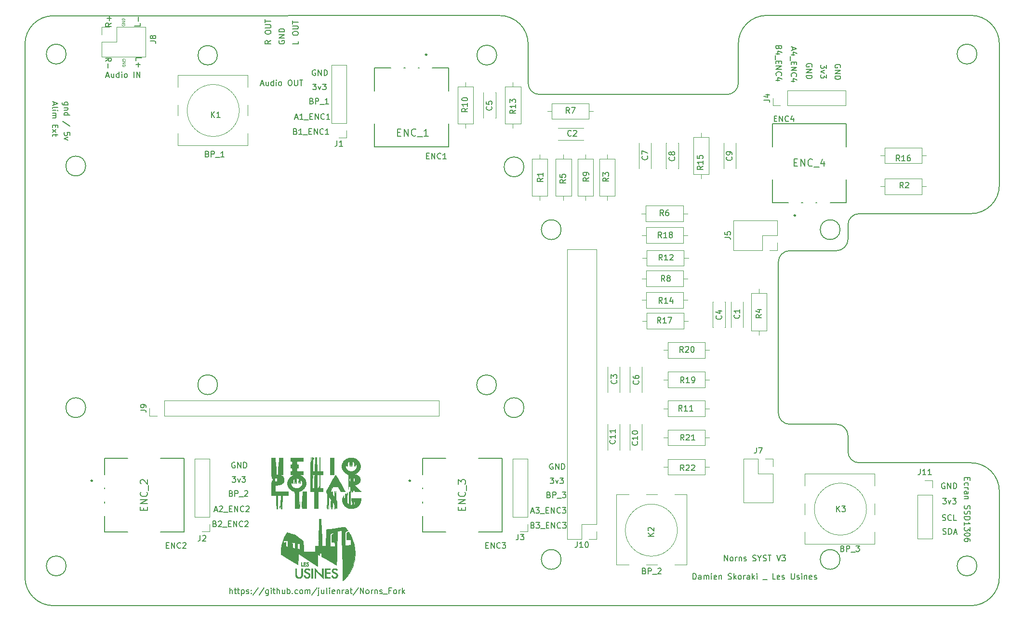
<source format=gbr>
%TF.GenerationSoftware,KiCad,Pcbnew,(6.0.6)*%
%TF.CreationDate,2022-07-08T10:44:38+02:00*%
%TF.ProjectId,norns_fork,6e6f726e-735f-4666-9f72-6b2e6b696361,V2*%
%TF.SameCoordinates,Original*%
%TF.FileFunction,Legend,Top*%
%TF.FilePolarity,Positive*%
%FSLAX46Y46*%
G04 Gerber Fmt 4.6, Leading zero omitted, Abs format (unit mm)*
G04 Created by KiCad (PCBNEW (6.0.6)) date 2022-07-08 10:44:38*
%MOMM*%
%LPD*%
G01*
G04 APERTURE LIST*
%ADD10C,0.001000*%
%ADD11C,0.040000*%
%TA.AperFunction,Profile*%
%ADD12C,0.200000*%
%TD*%
%ADD13C,0.150000*%
%ADD14C,0.125000*%
%ADD15C,0.250000*%
%ADD16C,0.120000*%
G04 APERTURE END LIST*
D10*
G36*
X96892001Y-135225624D02*
G01*
X96666908Y-135225624D01*
X96670314Y-134388880D01*
X96673720Y-133552135D01*
X96782861Y-133548292D01*
X96892001Y-133544450D01*
X96892001Y-135225624D01*
G37*
X96892001Y-135225624D02*
X96666908Y-135225624D01*
X96670314Y-134388880D01*
X96673720Y-133552135D01*
X96782861Y-133548292D01*
X96892001Y-133544450D01*
X96892001Y-135225624D01*
D11*
G36*
X93898473Y-115914330D02*
G01*
X93981063Y-115916754D01*
X94054393Y-115920138D01*
X94084290Y-115922045D01*
X94106347Y-115923897D01*
X94120746Y-115925684D01*
X94125132Y-115926550D01*
X94127673Y-115927397D01*
X94128392Y-115928223D01*
X94127312Y-115929026D01*
X94124456Y-115929806D01*
X94119846Y-115930562D01*
X94105461Y-115931995D01*
X94084340Y-115933316D01*
X94056668Y-115934515D01*
X94022629Y-115935583D01*
X93936187Y-115937287D01*
X93826487Y-115938351D01*
X93695004Y-115938699D01*
X93456257Y-115937170D01*
X93372669Y-115935425D01*
X93314734Y-115933129D01*
X93283799Y-115930358D01*
X93278879Y-115928819D01*
X93281213Y-115927190D01*
X93308323Y-115923701D01*
X93366476Y-115919969D01*
X93445375Y-115916623D01*
X93531943Y-115914240D01*
X93716799Y-115912362D01*
X93898473Y-115914330D01*
G37*
X93898473Y-115914330D02*
X93981063Y-115916754D01*
X94054393Y-115920138D01*
X94084290Y-115922045D01*
X94106347Y-115923897D01*
X94120746Y-115925684D01*
X94125132Y-115926550D01*
X94127673Y-115927397D01*
X94128392Y-115928223D01*
X94127312Y-115929026D01*
X94124456Y-115929806D01*
X94119846Y-115930562D01*
X94105461Y-115931995D01*
X94084340Y-115933316D01*
X94056668Y-115934515D01*
X94022629Y-115935583D01*
X93936187Y-115937287D01*
X93826487Y-115938351D01*
X93695004Y-115938699D01*
X93456257Y-115937170D01*
X93372669Y-115935425D01*
X93314734Y-115933129D01*
X93283799Y-115930358D01*
X93278879Y-115928819D01*
X93281213Y-115927190D01*
X93308323Y-115923701D01*
X93366476Y-115919969D01*
X93445375Y-115916623D01*
X93531943Y-115914240D01*
X93716799Y-115912362D01*
X93898473Y-115914330D01*
G36*
X94600329Y-121784278D02*
G01*
X94603751Y-121811291D01*
X94607420Y-121872696D01*
X94610716Y-121957593D01*
X94613070Y-122051931D01*
X94614953Y-122256343D01*
X94613070Y-122460754D01*
X94610716Y-122555092D01*
X94607420Y-122639989D01*
X94605560Y-122675089D01*
X94603751Y-122701394D01*
X94602005Y-122719102D01*
X94600329Y-122728407D01*
X94599521Y-122729971D01*
X94599124Y-122729991D01*
X94598733Y-122729508D01*
X94597969Y-122727043D01*
X94597227Y-122722600D01*
X94595821Y-122707881D01*
X94594522Y-122685547D01*
X94592287Y-122618821D01*
X94590598Y-122523996D01*
X94589530Y-122402645D01*
X94589157Y-122256343D01*
X94590598Y-121988690D01*
X94592287Y-121893865D01*
X94594522Y-121827139D01*
X94597227Y-121790085D01*
X94598733Y-121783178D01*
X94599520Y-121782714D01*
X94600329Y-121784278D01*
G37*
X94600329Y-121784278D02*
X94603751Y-121811291D01*
X94607420Y-121872696D01*
X94610716Y-121957593D01*
X94613070Y-122051931D01*
X94614953Y-122256343D01*
X94613070Y-122460754D01*
X94610716Y-122555092D01*
X94607420Y-122639989D01*
X94605560Y-122675089D01*
X94603751Y-122701394D01*
X94602005Y-122719102D01*
X94600329Y-122728407D01*
X94599521Y-122729971D01*
X94599124Y-122729991D01*
X94598733Y-122729508D01*
X94597969Y-122727043D01*
X94597227Y-122722600D01*
X94595821Y-122707881D01*
X94594522Y-122685547D01*
X94592287Y-122618821D01*
X94590598Y-122523996D01*
X94589530Y-122402645D01*
X94589157Y-122256343D01*
X94590598Y-121988690D01*
X94592287Y-121893865D01*
X94594522Y-121827139D01*
X94597227Y-121790085D01*
X94598733Y-121783178D01*
X94599520Y-121782714D01*
X94600329Y-121784278D01*
D10*
G36*
X98199740Y-125121506D02*
G01*
X98223822Y-125122205D01*
X98246364Y-125123382D01*
X98266610Y-125125037D01*
X98283669Y-125126857D01*
X98298822Y-125128755D01*
X98312179Y-125130830D01*
X98323853Y-125133180D01*
X98333956Y-125135903D01*
X98338454Y-125137435D01*
X98342601Y-125139097D01*
X98346411Y-125140902D01*
X98349899Y-125142861D01*
X98353078Y-125144987D01*
X98355963Y-125147292D01*
X98358567Y-125149788D01*
X98360904Y-125152488D01*
X98362989Y-125155404D01*
X98364835Y-125158547D01*
X98366457Y-125161932D01*
X98367868Y-125165569D01*
X98369083Y-125169470D01*
X98370116Y-125173649D01*
X98371689Y-125182888D01*
X98372701Y-125193382D01*
X98373263Y-125205230D01*
X98373487Y-125218530D01*
X98373478Y-125220920D01*
X98373397Y-125223165D01*
X98373213Y-125225270D01*
X98372895Y-125227240D01*
X98372411Y-125229079D01*
X98372096Y-125229951D01*
X98371729Y-125230791D01*
X98371304Y-125231601D01*
X98370818Y-125232380D01*
X98370267Y-125233131D01*
X98369648Y-125233852D01*
X98368955Y-125234544D01*
X98368185Y-125235209D01*
X98367335Y-125235847D01*
X98366400Y-125236457D01*
X98365377Y-125237041D01*
X98364261Y-125237600D01*
X98363048Y-125238133D01*
X98361735Y-125238642D01*
X98360318Y-125239127D01*
X98358793Y-125239588D01*
X98355402Y-125240441D01*
X98351531Y-125241206D01*
X98347148Y-125241889D01*
X98342223Y-125242492D01*
X98336724Y-125243020D01*
X98330619Y-125243477D01*
X98323877Y-125243869D01*
X98316466Y-125244199D01*
X98308356Y-125244471D01*
X98299515Y-125244690D01*
X98289911Y-125244861D01*
X98268289Y-125245073D01*
X98243240Y-125245142D01*
X98214513Y-125245102D01*
X98181856Y-125244989D01*
X97990045Y-125244223D01*
X97990033Y-125189341D01*
X97990034Y-125189337D01*
X97990023Y-125134456D01*
X98082627Y-125125156D01*
X98103094Y-125123475D01*
X98125793Y-125122269D01*
X98149971Y-125121539D01*
X98174871Y-125121284D01*
X98199740Y-125121506D01*
G37*
X98199740Y-125121506D02*
X98223822Y-125122205D01*
X98246364Y-125123382D01*
X98266610Y-125125037D01*
X98283669Y-125126857D01*
X98298822Y-125128755D01*
X98312179Y-125130830D01*
X98323853Y-125133180D01*
X98333956Y-125135903D01*
X98338454Y-125137435D01*
X98342601Y-125139097D01*
X98346411Y-125140902D01*
X98349899Y-125142861D01*
X98353078Y-125144987D01*
X98355963Y-125147292D01*
X98358567Y-125149788D01*
X98360904Y-125152488D01*
X98362989Y-125155404D01*
X98364835Y-125158547D01*
X98366457Y-125161932D01*
X98367868Y-125165569D01*
X98369083Y-125169470D01*
X98370116Y-125173649D01*
X98371689Y-125182888D01*
X98372701Y-125193382D01*
X98373263Y-125205230D01*
X98373487Y-125218530D01*
X98373478Y-125220920D01*
X98373397Y-125223165D01*
X98373213Y-125225270D01*
X98372895Y-125227240D01*
X98372411Y-125229079D01*
X98372096Y-125229951D01*
X98371729Y-125230791D01*
X98371304Y-125231601D01*
X98370818Y-125232380D01*
X98370267Y-125233131D01*
X98369648Y-125233852D01*
X98368955Y-125234544D01*
X98368185Y-125235209D01*
X98367335Y-125235847D01*
X98366400Y-125236457D01*
X98365377Y-125237041D01*
X98364261Y-125237600D01*
X98363048Y-125238133D01*
X98361735Y-125238642D01*
X98360318Y-125239127D01*
X98358793Y-125239588D01*
X98355402Y-125240441D01*
X98351531Y-125241206D01*
X98347148Y-125241889D01*
X98342223Y-125242492D01*
X98336724Y-125243020D01*
X98330619Y-125243477D01*
X98323877Y-125243869D01*
X98316466Y-125244199D01*
X98308356Y-125244471D01*
X98299515Y-125244690D01*
X98289911Y-125244861D01*
X98268289Y-125245073D01*
X98243240Y-125245142D01*
X98214513Y-125245102D01*
X98181856Y-125244989D01*
X97990045Y-125244223D01*
X97990033Y-125189341D01*
X97990034Y-125189337D01*
X97990023Y-125134456D01*
X98082627Y-125125156D01*
X98103094Y-125123475D01*
X98125793Y-125122269D01*
X98149971Y-125121539D01*
X98174871Y-125121284D01*
X98199740Y-125121506D01*
D11*
G36*
X103010217Y-120275317D02*
G01*
X103011209Y-120276474D01*
X103013261Y-120280964D01*
X103015393Y-120288405D01*
X103017593Y-120298858D01*
X103019849Y-120312383D01*
X103023826Y-120344177D01*
X103026635Y-120378506D01*
X103028278Y-120414286D01*
X103028760Y-120450432D01*
X103028083Y-120485858D01*
X103026251Y-120519479D01*
X103023265Y-120550210D01*
X103021340Y-120564153D01*
X103019129Y-120576966D01*
X103017959Y-120582686D01*
X103016806Y-120587648D01*
X103015672Y-120591862D01*
X103014556Y-120595337D01*
X103013462Y-120598082D01*
X103012390Y-120600108D01*
X103011342Y-120601423D01*
X103010827Y-120601817D01*
X103010319Y-120602036D01*
X103009818Y-120602083D01*
X103009323Y-120601958D01*
X103008835Y-120601662D01*
X103008355Y-120601197D01*
X103007416Y-120599762D01*
X103006508Y-120597664D01*
X103005632Y-120594911D01*
X103004790Y-120591513D01*
X103003983Y-120587480D01*
X103003213Y-120582820D01*
X103001788Y-120571658D01*
X103000526Y-120558103D01*
X102999438Y-120542230D01*
X102998536Y-120524114D01*
X102997832Y-120503830D01*
X102997335Y-120481453D01*
X102997059Y-120457057D01*
X102997014Y-120430718D01*
X102997011Y-120430718D01*
X102997615Y-120380554D01*
X102999048Y-120339525D01*
X103001217Y-120308117D01*
X103002548Y-120296173D01*
X103004028Y-120286816D01*
X103005646Y-120280107D01*
X103007390Y-120276107D01*
X103008305Y-120275141D01*
X103009248Y-120274875D01*
X103010217Y-120275317D01*
G37*
X103010217Y-120275317D02*
X103011209Y-120276474D01*
X103013261Y-120280964D01*
X103015393Y-120288405D01*
X103017593Y-120298858D01*
X103019849Y-120312383D01*
X103023826Y-120344177D01*
X103026635Y-120378506D01*
X103028278Y-120414286D01*
X103028760Y-120450432D01*
X103028083Y-120485858D01*
X103026251Y-120519479D01*
X103023265Y-120550210D01*
X103021340Y-120564153D01*
X103019129Y-120576966D01*
X103017959Y-120582686D01*
X103016806Y-120587648D01*
X103015672Y-120591862D01*
X103014556Y-120595337D01*
X103013462Y-120598082D01*
X103012390Y-120600108D01*
X103011342Y-120601423D01*
X103010827Y-120601817D01*
X103010319Y-120602036D01*
X103009818Y-120602083D01*
X103009323Y-120601958D01*
X103008835Y-120601662D01*
X103008355Y-120601197D01*
X103007416Y-120599762D01*
X103006508Y-120597664D01*
X103005632Y-120594911D01*
X103004790Y-120591513D01*
X103003983Y-120587480D01*
X103003213Y-120582820D01*
X103001788Y-120571658D01*
X103000526Y-120558103D01*
X102999438Y-120542230D01*
X102998536Y-120524114D01*
X102997832Y-120503830D01*
X102997335Y-120481453D01*
X102997059Y-120457057D01*
X102997014Y-120430718D01*
X102997011Y-120430718D01*
X102997615Y-120380554D01*
X102999048Y-120339525D01*
X103001217Y-120308117D01*
X103002548Y-120296173D01*
X103004028Y-120286816D01*
X103005646Y-120280107D01*
X103007390Y-120276107D01*
X103008305Y-120275141D01*
X103009248Y-120274875D01*
X103010217Y-120275317D01*
G36*
X97027126Y-114096120D02*
G01*
X97028221Y-114096638D01*
X97029340Y-114097591D01*
X97030482Y-114098985D01*
X97031645Y-114100823D01*
X97034026Y-114105848D01*
X97036472Y-114112700D01*
X97038967Y-114121412D01*
X97041315Y-114131286D01*
X97043329Y-114141547D01*
X97045010Y-114152111D01*
X97046359Y-114162900D01*
X97047376Y-114173830D01*
X97048064Y-114184821D01*
X97048423Y-114195792D01*
X97048453Y-114206660D01*
X97048156Y-114217345D01*
X97047533Y-114227765D01*
X97046585Y-114237838D01*
X97045313Y-114247484D01*
X97043718Y-114256621D01*
X97041801Y-114265167D01*
X97039562Y-114273041D01*
X97037004Y-114280163D01*
X97035656Y-114283294D01*
X97034330Y-114285974D01*
X97033027Y-114288210D01*
X97031750Y-114290007D01*
X97030500Y-114291372D01*
X97029279Y-114292309D01*
X97028679Y-114292620D01*
X97028087Y-114292826D01*
X97027503Y-114292929D01*
X97026927Y-114292928D01*
X97026359Y-114292826D01*
X97025800Y-114292622D01*
X97025249Y-114292317D01*
X97024707Y-114291912D01*
X97023651Y-114290806D01*
X97022633Y-114289309D01*
X97021654Y-114287427D01*
X97020716Y-114285167D01*
X97019820Y-114282534D01*
X97018969Y-114279534D01*
X97018163Y-114276173D01*
X97017404Y-114272458D01*
X97016694Y-114268394D01*
X97016035Y-114263987D01*
X97015427Y-114259243D01*
X97014873Y-114254168D01*
X97013931Y-114243051D01*
X97013221Y-114230683D01*
X97012756Y-114217111D01*
X97012550Y-114202385D01*
X97012613Y-114186551D01*
X97012612Y-114186551D01*
X97012938Y-114170865D01*
X97013504Y-114156572D01*
X97014295Y-114143705D01*
X97015298Y-114132298D01*
X97016500Y-114122384D01*
X97017887Y-114113996D01*
X97019446Y-114107168D01*
X97021163Y-114101932D01*
X97023024Y-114098324D01*
X97024005Y-114097140D01*
X97025016Y-114096375D01*
X97026058Y-114096034D01*
X97027126Y-114096120D01*
G37*
X97027126Y-114096120D02*
X97028221Y-114096638D01*
X97029340Y-114097591D01*
X97030482Y-114098985D01*
X97031645Y-114100823D01*
X97034026Y-114105848D01*
X97036472Y-114112700D01*
X97038967Y-114121412D01*
X97041315Y-114131286D01*
X97043329Y-114141547D01*
X97045010Y-114152111D01*
X97046359Y-114162900D01*
X97047376Y-114173830D01*
X97048064Y-114184821D01*
X97048423Y-114195792D01*
X97048453Y-114206660D01*
X97048156Y-114217345D01*
X97047533Y-114227765D01*
X97046585Y-114237838D01*
X97045313Y-114247484D01*
X97043718Y-114256621D01*
X97041801Y-114265167D01*
X97039562Y-114273041D01*
X97037004Y-114280163D01*
X97035656Y-114283294D01*
X97034330Y-114285974D01*
X97033027Y-114288210D01*
X97031750Y-114290007D01*
X97030500Y-114291372D01*
X97029279Y-114292309D01*
X97028679Y-114292620D01*
X97028087Y-114292826D01*
X97027503Y-114292929D01*
X97026927Y-114292928D01*
X97026359Y-114292826D01*
X97025800Y-114292622D01*
X97025249Y-114292317D01*
X97024707Y-114291912D01*
X97023651Y-114290806D01*
X97022633Y-114289309D01*
X97021654Y-114287427D01*
X97020716Y-114285167D01*
X97019820Y-114282534D01*
X97018969Y-114279534D01*
X97018163Y-114276173D01*
X97017404Y-114272458D01*
X97016694Y-114268394D01*
X97016035Y-114263987D01*
X97015427Y-114259243D01*
X97014873Y-114254168D01*
X97013931Y-114243051D01*
X97013221Y-114230683D01*
X97012756Y-114217111D01*
X97012550Y-114202385D01*
X97012613Y-114186551D01*
X97012612Y-114186551D01*
X97012938Y-114170865D01*
X97013504Y-114156572D01*
X97014295Y-114143705D01*
X97015298Y-114132298D01*
X97016500Y-114122384D01*
X97017887Y-114113996D01*
X97019446Y-114107168D01*
X97021163Y-114101932D01*
X97023024Y-114098324D01*
X97024005Y-114097140D01*
X97025016Y-114096375D01*
X97026058Y-114096034D01*
X97027126Y-114096120D01*
G36*
X92440839Y-118427043D02*
G01*
X92455818Y-118314426D01*
X92479609Y-118203017D01*
X92512098Y-118093475D01*
X92553170Y-117986460D01*
X92602713Y-117882632D01*
X92660612Y-117782649D01*
X92726752Y-117687171D01*
X92801019Y-117596858D01*
X92841165Y-117553844D01*
X92883300Y-117512369D01*
X92919739Y-117479454D01*
X92959641Y-117446048D01*
X93002435Y-117412488D01*
X93047550Y-117379108D01*
X93094414Y-117346243D01*
X93142456Y-117314228D01*
X93191104Y-117283398D01*
X93239787Y-117254087D01*
X93287933Y-117226632D01*
X93334971Y-117201368D01*
X93380329Y-117178628D01*
X93423437Y-117158748D01*
X93463722Y-117142063D01*
X93500613Y-117128909D01*
X93533539Y-117119619D01*
X93561929Y-117114530D01*
X93568447Y-117113464D01*
X93570418Y-117112823D01*
X93571551Y-117112114D01*
X93571860Y-117111340D01*
X93571361Y-117110502D01*
X93570070Y-117109603D01*
X93568000Y-117108646D01*
X93561590Y-117106568D01*
X93552251Y-117104288D01*
X93540105Y-117101826D01*
X93525275Y-117099202D01*
X93507882Y-117096437D01*
X93488048Y-117093552D01*
X93441542Y-117087500D01*
X93386730Y-117081209D01*
X93324587Y-117074842D01*
X93007087Y-117044050D01*
X93007087Y-116461967D01*
X94131567Y-116447685D01*
X95256046Y-116433404D01*
X95256046Y-117070508D01*
X94898858Y-117071027D01*
X94541671Y-117071546D01*
X94810554Y-117196749D01*
X94875428Y-117228632D01*
X94938206Y-117262846D01*
X94998846Y-117299306D01*
X95057310Y-117337928D01*
X95113557Y-117378629D01*
X95167547Y-117421326D01*
X95219241Y-117465933D01*
X95268598Y-117512369D01*
X95315580Y-117560547D01*
X95360145Y-117610386D01*
X95402254Y-117661801D01*
X95441868Y-117714709D01*
X95478945Y-117769025D01*
X95513447Y-117824666D01*
X95545334Y-117881549D01*
X95574565Y-117939588D01*
X95601101Y-117998701D01*
X95624902Y-118058804D01*
X95645928Y-118119813D01*
X95664139Y-118181644D01*
X95679496Y-118244214D01*
X95691957Y-118307438D01*
X95701485Y-118371234D01*
X95708037Y-118435516D01*
X95711576Y-118500202D01*
X95712060Y-118565207D01*
X95709451Y-118630449D01*
X95703707Y-118695842D01*
X95694790Y-118761304D01*
X95682659Y-118826750D01*
X95667275Y-118892097D01*
X95648597Y-118957261D01*
X95621727Y-119033434D01*
X95589052Y-119109181D01*
X95550942Y-119184117D01*
X95507770Y-119257857D01*
X95459905Y-119330017D01*
X95407719Y-119400213D01*
X95351583Y-119468060D01*
X95291868Y-119533172D01*
X95228946Y-119595167D01*
X95163186Y-119653658D01*
X95094961Y-119708262D01*
X95024642Y-119758593D01*
X94952599Y-119804268D01*
X94879203Y-119844902D01*
X94804826Y-119880110D01*
X94729838Y-119909507D01*
X94450761Y-120007384D01*
X94489028Y-121502279D01*
X94527295Y-122997175D01*
X93774379Y-122997175D01*
X93774115Y-122004988D01*
X93774106Y-122004989D01*
X93771347Y-121579740D01*
X93764047Y-121155343D01*
X93753314Y-120780987D01*
X93740258Y-120505861D01*
X93706683Y-119998923D01*
X93483518Y-119939236D01*
X93423764Y-119920633D01*
X93362452Y-119896543D01*
X93300030Y-119867341D01*
X93236949Y-119833404D01*
X93173658Y-119795108D01*
X93110608Y-119752829D01*
X93048248Y-119706944D01*
X92987029Y-119657829D01*
X92927400Y-119605861D01*
X92869811Y-119551415D01*
X92814712Y-119494868D01*
X92762553Y-119436597D01*
X92713784Y-119376977D01*
X92668854Y-119316385D01*
X92628215Y-119255198D01*
X92592315Y-119193791D01*
X92566155Y-119142954D01*
X92542413Y-119091182D01*
X92521073Y-119038559D01*
X92502122Y-118985166D01*
X92471328Y-118876401D01*
X92449917Y-118765547D01*
X92437774Y-118653263D01*
X92436786Y-118615874D01*
X93109775Y-118615874D01*
X93110801Y-118653854D01*
X93113307Y-118691013D01*
X93117294Y-118727352D01*
X93122761Y-118762868D01*
X93129709Y-118797563D01*
X93138136Y-118831436D01*
X93148043Y-118864486D01*
X93159429Y-118896712D01*
X93172294Y-118928115D01*
X93186638Y-118958694D01*
X93202460Y-118988448D01*
X93219760Y-119017377D01*
X93238539Y-119045480D01*
X93258794Y-119072758D01*
X93280527Y-119099209D01*
X93303737Y-119124833D01*
X93328424Y-119149630D01*
X93354587Y-119173599D01*
X93382226Y-119196739D01*
X93411341Y-119219051D01*
X93441931Y-119240534D01*
X93473997Y-119261188D01*
X93542553Y-119300003D01*
X93617006Y-119335495D01*
X93697355Y-119367660D01*
X93744342Y-119384249D01*
X93789295Y-119398798D01*
X93832513Y-119411318D01*
X93874298Y-119421822D01*
X93914951Y-119430322D01*
X93954772Y-119436830D01*
X93994063Y-119441358D01*
X94033123Y-119443918D01*
X94072255Y-119444523D01*
X94111758Y-119443185D01*
X94151934Y-119439915D01*
X94193084Y-119434726D01*
X94235509Y-119427631D01*
X94279508Y-119418641D01*
X94325384Y-119407769D01*
X94373437Y-119395026D01*
X94426961Y-119377756D01*
X94480679Y-119355795D01*
X94534194Y-119329521D01*
X94587111Y-119299311D01*
X94639035Y-119265544D01*
X94689570Y-119228596D01*
X94738319Y-119188845D01*
X94784888Y-119146669D01*
X94828881Y-119102445D01*
X94869901Y-119056550D01*
X94907554Y-119009363D01*
X94941443Y-118961260D01*
X94971173Y-118912619D01*
X94996349Y-118863818D01*
X95016574Y-118815234D01*
X95024706Y-118791141D01*
X95031452Y-118767245D01*
X95043140Y-118717100D01*
X95052264Y-118668656D01*
X95058791Y-118621746D01*
X95062688Y-118576204D01*
X95063921Y-118531864D01*
X95062457Y-118488559D01*
X95058262Y-118446124D01*
X95051303Y-118404393D01*
X95041546Y-118363199D01*
X95028958Y-118322376D01*
X95013505Y-118281758D01*
X94995154Y-118241179D01*
X94973871Y-118200472D01*
X94949622Y-118159472D01*
X94922375Y-118118012D01*
X94892096Y-118075926D01*
X94753338Y-117890718D01*
X94722546Y-118208217D01*
X94691755Y-118525717D01*
X94673514Y-118155301D01*
X94655275Y-117784884D01*
X94621047Y-118155301D01*
X94586818Y-118525717D01*
X94567941Y-118128842D01*
X94549063Y-117731967D01*
X94481363Y-118525717D01*
X94471830Y-118115613D01*
X94468350Y-117997109D01*
X94463582Y-117903281D01*
X94460502Y-117864763D01*
X94456843Y-117831384D01*
X94452521Y-117802803D01*
X94447450Y-117778674D01*
X94441546Y-117758656D01*
X94434722Y-117742404D01*
X94426893Y-117729577D01*
X94417974Y-117719830D01*
X94407880Y-117712821D01*
X94396525Y-117708206D01*
X94383825Y-117705642D01*
X94369693Y-117704787D01*
X94348660Y-117703990D01*
X94324341Y-117701989D01*
X94297604Y-117698915D01*
X94269317Y-117694904D01*
X94240347Y-117690088D01*
X94211563Y-117684603D01*
X94183833Y-117678581D01*
X94158026Y-117672156D01*
X94137568Y-117666909D01*
X94128275Y-117664824D01*
X94119577Y-117663192D01*
X94111452Y-117662082D01*
X94103878Y-117661564D01*
X94096833Y-117661705D01*
X94090297Y-117662577D01*
X94084246Y-117664248D01*
X94081396Y-117665405D01*
X94078660Y-117666788D01*
X94076034Y-117668406D01*
X94073515Y-117670267D01*
X94071103Y-117672379D01*
X94068792Y-117674753D01*
X94066581Y-117677395D01*
X94064467Y-117680316D01*
X94060520Y-117687025D01*
X94056927Y-117694951D01*
X94053669Y-117704162D01*
X94050721Y-117714727D01*
X94048064Y-117726717D01*
X94045675Y-117740200D01*
X94043532Y-117755247D01*
X94041614Y-117771925D01*
X94039899Y-117790306D01*
X94038364Y-117810458D01*
X94036989Y-117832450D01*
X94034629Y-117882235D01*
X94032645Y-117940215D01*
X94030861Y-118006946D01*
X94029105Y-118082983D01*
X94019247Y-118525717D01*
X93986047Y-118075926D01*
X93952847Y-117626134D01*
X93933285Y-118075926D01*
X93913722Y-118525717D01*
X93846704Y-117679051D01*
X93827297Y-118102384D01*
X93807889Y-118525717D01*
X93740871Y-117679051D01*
X93720652Y-118102384D01*
X93700435Y-118525717D01*
X93682172Y-118142072D01*
X93677687Y-118065005D01*
X93671924Y-117993109D01*
X93665122Y-117927957D01*
X93657520Y-117871122D01*
X93649357Y-117824178D01*
X93640873Y-117788698D01*
X93636585Y-117775749D01*
X93632306Y-117766256D01*
X93628066Y-117760416D01*
X93625970Y-117758927D01*
X93623895Y-117758426D01*
X93614049Y-117758882D01*
X93604469Y-117760249D01*
X93595156Y-117762523D01*
X93586111Y-117765700D01*
X93577336Y-117769775D01*
X93568832Y-117774746D01*
X93560602Y-117780608D01*
X93552646Y-117787357D01*
X93544966Y-117794990D01*
X93537563Y-117803503D01*
X93530440Y-117812892D01*
X93523597Y-117823152D01*
X93517036Y-117834281D01*
X93510759Y-117846275D01*
X93504767Y-117859128D01*
X93499061Y-117872839D01*
X93493644Y-117887402D01*
X93488516Y-117902814D01*
X93483679Y-117919071D01*
X93479135Y-117936170D01*
X93474885Y-117954106D01*
X93470931Y-117972876D01*
X93467274Y-117992475D01*
X93463915Y-118012900D01*
X93460857Y-118034147D01*
X93458101Y-118056213D01*
X93455648Y-118079092D01*
X93453499Y-118102783D01*
X93451657Y-118127280D01*
X93450123Y-118152579D01*
X93448898Y-118178678D01*
X93447984Y-118205572D01*
X93439088Y-118525717D01*
X93403963Y-118208217D01*
X93368838Y-117890718D01*
X93351629Y-118208217D01*
X93334419Y-118525717D01*
X93298129Y-118261134D01*
X93261840Y-117996551D01*
X93246560Y-118261134D01*
X93241580Y-118344370D01*
X93237247Y-118405048D01*
X93235163Y-118427179D01*
X93233050Y-118443973D01*
X93230843Y-118455531D01*
X93228478Y-118461953D01*
X93227217Y-118463269D01*
X93225892Y-118463339D01*
X93224496Y-118462175D01*
X93223021Y-118459790D01*
X93219801Y-118451408D01*
X93216167Y-118438292D01*
X93207407Y-118398263D01*
X93196230Y-118340509D01*
X93184913Y-118282556D01*
X93180089Y-118260365D01*
X93175690Y-118242896D01*
X93171618Y-118230298D01*
X93169674Y-118225873D01*
X93167776Y-118222720D01*
X93165911Y-118220860D01*
X93164066Y-118220311D01*
X93162231Y-118221091D01*
X93160391Y-118223219D01*
X93158536Y-118226713D01*
X93156652Y-118231593D01*
X93152752Y-118245582D01*
X93148593Y-118265334D01*
X93144077Y-118290999D01*
X93139106Y-118322725D01*
X93133584Y-118360661D01*
X93120490Y-118455758D01*
X93112169Y-118537454D01*
X93109775Y-118615874D01*
X92436786Y-118615874D01*
X92434786Y-118540208D01*
X92440839Y-118427043D01*
G37*
X92440839Y-118427043D02*
X92455818Y-118314426D01*
X92479609Y-118203017D01*
X92512098Y-118093475D01*
X92553170Y-117986460D01*
X92602713Y-117882632D01*
X92660612Y-117782649D01*
X92726752Y-117687171D01*
X92801019Y-117596858D01*
X92841165Y-117553844D01*
X92883300Y-117512369D01*
X92919739Y-117479454D01*
X92959641Y-117446048D01*
X93002435Y-117412488D01*
X93047550Y-117379108D01*
X93094414Y-117346243D01*
X93142456Y-117314228D01*
X93191104Y-117283398D01*
X93239787Y-117254087D01*
X93287933Y-117226632D01*
X93334971Y-117201368D01*
X93380329Y-117178628D01*
X93423437Y-117158748D01*
X93463722Y-117142063D01*
X93500613Y-117128909D01*
X93533539Y-117119619D01*
X93561929Y-117114530D01*
X93568447Y-117113464D01*
X93570418Y-117112823D01*
X93571551Y-117112114D01*
X93571860Y-117111340D01*
X93571361Y-117110502D01*
X93570070Y-117109603D01*
X93568000Y-117108646D01*
X93561590Y-117106568D01*
X93552251Y-117104288D01*
X93540105Y-117101826D01*
X93525275Y-117099202D01*
X93507882Y-117096437D01*
X93488048Y-117093552D01*
X93441542Y-117087500D01*
X93386730Y-117081209D01*
X93324587Y-117074842D01*
X93007087Y-117044050D01*
X93007087Y-116461967D01*
X94131567Y-116447685D01*
X95256046Y-116433404D01*
X95256046Y-117070508D01*
X94898858Y-117071027D01*
X94541671Y-117071546D01*
X94810554Y-117196749D01*
X94875428Y-117228632D01*
X94938206Y-117262846D01*
X94998846Y-117299306D01*
X95057310Y-117337928D01*
X95113557Y-117378629D01*
X95167547Y-117421326D01*
X95219241Y-117465933D01*
X95268598Y-117512369D01*
X95315580Y-117560547D01*
X95360145Y-117610386D01*
X95402254Y-117661801D01*
X95441868Y-117714709D01*
X95478945Y-117769025D01*
X95513447Y-117824666D01*
X95545334Y-117881549D01*
X95574565Y-117939588D01*
X95601101Y-117998701D01*
X95624902Y-118058804D01*
X95645928Y-118119813D01*
X95664139Y-118181644D01*
X95679496Y-118244214D01*
X95691957Y-118307438D01*
X95701485Y-118371234D01*
X95708037Y-118435516D01*
X95711576Y-118500202D01*
X95712060Y-118565207D01*
X95709451Y-118630449D01*
X95703707Y-118695842D01*
X95694790Y-118761304D01*
X95682659Y-118826750D01*
X95667275Y-118892097D01*
X95648597Y-118957261D01*
X95621727Y-119033434D01*
X95589052Y-119109181D01*
X95550942Y-119184117D01*
X95507770Y-119257857D01*
X95459905Y-119330017D01*
X95407719Y-119400213D01*
X95351583Y-119468060D01*
X95291868Y-119533172D01*
X95228946Y-119595167D01*
X95163186Y-119653658D01*
X95094961Y-119708262D01*
X95024642Y-119758593D01*
X94952599Y-119804268D01*
X94879203Y-119844902D01*
X94804826Y-119880110D01*
X94729838Y-119909507D01*
X94450761Y-120007384D01*
X94489028Y-121502279D01*
X94527295Y-122997175D01*
X93774379Y-122997175D01*
X93774115Y-122004988D01*
X93774106Y-122004989D01*
X93771347Y-121579740D01*
X93764047Y-121155343D01*
X93753314Y-120780987D01*
X93740258Y-120505861D01*
X93706683Y-119998923D01*
X93483518Y-119939236D01*
X93423764Y-119920633D01*
X93362452Y-119896543D01*
X93300030Y-119867341D01*
X93236949Y-119833404D01*
X93173658Y-119795108D01*
X93110608Y-119752829D01*
X93048248Y-119706944D01*
X92987029Y-119657829D01*
X92927400Y-119605861D01*
X92869811Y-119551415D01*
X92814712Y-119494868D01*
X92762553Y-119436597D01*
X92713784Y-119376977D01*
X92668854Y-119316385D01*
X92628215Y-119255198D01*
X92592315Y-119193791D01*
X92566155Y-119142954D01*
X92542413Y-119091182D01*
X92521073Y-119038559D01*
X92502122Y-118985166D01*
X92471328Y-118876401D01*
X92449917Y-118765547D01*
X92437774Y-118653263D01*
X92436786Y-118615874D01*
X93109775Y-118615874D01*
X93110801Y-118653854D01*
X93113307Y-118691013D01*
X93117294Y-118727352D01*
X93122761Y-118762868D01*
X93129709Y-118797563D01*
X93138136Y-118831436D01*
X93148043Y-118864486D01*
X93159429Y-118896712D01*
X93172294Y-118928115D01*
X93186638Y-118958694D01*
X93202460Y-118988448D01*
X93219760Y-119017377D01*
X93238539Y-119045480D01*
X93258794Y-119072758D01*
X93280527Y-119099209D01*
X93303737Y-119124833D01*
X93328424Y-119149630D01*
X93354587Y-119173599D01*
X93382226Y-119196739D01*
X93411341Y-119219051D01*
X93441931Y-119240534D01*
X93473997Y-119261188D01*
X93542553Y-119300003D01*
X93617006Y-119335495D01*
X93697355Y-119367660D01*
X93744342Y-119384249D01*
X93789295Y-119398798D01*
X93832513Y-119411318D01*
X93874298Y-119421822D01*
X93914951Y-119430322D01*
X93954772Y-119436830D01*
X93994063Y-119441358D01*
X94033123Y-119443918D01*
X94072255Y-119444523D01*
X94111758Y-119443185D01*
X94151934Y-119439915D01*
X94193084Y-119434726D01*
X94235509Y-119427631D01*
X94279508Y-119418641D01*
X94325384Y-119407769D01*
X94373437Y-119395026D01*
X94426961Y-119377756D01*
X94480679Y-119355795D01*
X94534194Y-119329521D01*
X94587111Y-119299311D01*
X94639035Y-119265544D01*
X94689570Y-119228596D01*
X94738319Y-119188845D01*
X94784888Y-119146669D01*
X94828881Y-119102445D01*
X94869901Y-119056550D01*
X94907554Y-119009363D01*
X94941443Y-118961260D01*
X94971173Y-118912619D01*
X94996349Y-118863818D01*
X95016574Y-118815234D01*
X95024706Y-118791141D01*
X95031452Y-118767245D01*
X95043140Y-118717100D01*
X95052264Y-118668656D01*
X95058791Y-118621746D01*
X95062688Y-118576204D01*
X95063921Y-118531864D01*
X95062457Y-118488559D01*
X95058262Y-118446124D01*
X95051303Y-118404393D01*
X95041546Y-118363199D01*
X95028958Y-118322376D01*
X95013505Y-118281758D01*
X94995154Y-118241179D01*
X94973871Y-118200472D01*
X94949622Y-118159472D01*
X94922375Y-118118012D01*
X94892096Y-118075926D01*
X94753338Y-117890718D01*
X94722546Y-118208217D01*
X94691755Y-118525717D01*
X94673514Y-118155301D01*
X94655275Y-117784884D01*
X94621047Y-118155301D01*
X94586818Y-118525717D01*
X94567941Y-118128842D01*
X94549063Y-117731967D01*
X94481363Y-118525717D01*
X94471830Y-118115613D01*
X94468350Y-117997109D01*
X94463582Y-117903281D01*
X94460502Y-117864763D01*
X94456843Y-117831384D01*
X94452521Y-117802803D01*
X94447450Y-117778674D01*
X94441546Y-117758656D01*
X94434722Y-117742404D01*
X94426893Y-117729577D01*
X94417974Y-117719830D01*
X94407880Y-117712821D01*
X94396525Y-117708206D01*
X94383825Y-117705642D01*
X94369693Y-117704787D01*
X94348660Y-117703990D01*
X94324341Y-117701989D01*
X94297604Y-117698915D01*
X94269317Y-117694904D01*
X94240347Y-117690088D01*
X94211563Y-117684603D01*
X94183833Y-117678581D01*
X94158026Y-117672156D01*
X94137568Y-117666909D01*
X94128275Y-117664824D01*
X94119577Y-117663192D01*
X94111452Y-117662082D01*
X94103878Y-117661564D01*
X94096833Y-117661705D01*
X94090297Y-117662577D01*
X94084246Y-117664248D01*
X94081396Y-117665405D01*
X94078660Y-117666788D01*
X94076034Y-117668406D01*
X94073515Y-117670267D01*
X94071103Y-117672379D01*
X94068792Y-117674753D01*
X94066581Y-117677395D01*
X94064467Y-117680316D01*
X94060520Y-117687025D01*
X94056927Y-117694951D01*
X94053669Y-117704162D01*
X94050721Y-117714727D01*
X94048064Y-117726717D01*
X94045675Y-117740200D01*
X94043532Y-117755247D01*
X94041614Y-117771925D01*
X94039899Y-117790306D01*
X94038364Y-117810458D01*
X94036989Y-117832450D01*
X94034629Y-117882235D01*
X94032645Y-117940215D01*
X94030861Y-118006946D01*
X94029105Y-118082983D01*
X94019247Y-118525717D01*
X93986047Y-118075926D01*
X93952847Y-117626134D01*
X93933285Y-118075926D01*
X93913722Y-118525717D01*
X93846704Y-117679051D01*
X93827297Y-118102384D01*
X93807889Y-118525717D01*
X93740871Y-117679051D01*
X93720652Y-118102384D01*
X93700435Y-118525717D01*
X93682172Y-118142072D01*
X93677687Y-118065005D01*
X93671924Y-117993109D01*
X93665122Y-117927957D01*
X93657520Y-117871122D01*
X93649357Y-117824178D01*
X93640873Y-117788698D01*
X93636585Y-117775749D01*
X93632306Y-117766256D01*
X93628066Y-117760416D01*
X93625970Y-117758927D01*
X93623895Y-117758426D01*
X93614049Y-117758882D01*
X93604469Y-117760249D01*
X93595156Y-117762523D01*
X93586111Y-117765700D01*
X93577336Y-117769775D01*
X93568832Y-117774746D01*
X93560602Y-117780608D01*
X93552646Y-117787357D01*
X93544966Y-117794990D01*
X93537563Y-117803503D01*
X93530440Y-117812892D01*
X93523597Y-117823152D01*
X93517036Y-117834281D01*
X93510759Y-117846275D01*
X93504767Y-117859128D01*
X93499061Y-117872839D01*
X93493644Y-117887402D01*
X93488516Y-117902814D01*
X93483679Y-117919071D01*
X93479135Y-117936170D01*
X93474885Y-117954106D01*
X93470931Y-117972876D01*
X93467274Y-117992475D01*
X93463915Y-118012900D01*
X93460857Y-118034147D01*
X93458101Y-118056213D01*
X93455648Y-118079092D01*
X93453499Y-118102783D01*
X93451657Y-118127280D01*
X93450123Y-118152579D01*
X93448898Y-118178678D01*
X93447984Y-118205572D01*
X93439088Y-118525717D01*
X93403963Y-118208217D01*
X93368838Y-117890718D01*
X93351629Y-118208217D01*
X93334419Y-118525717D01*
X93298129Y-118261134D01*
X93261840Y-117996551D01*
X93246560Y-118261134D01*
X93241580Y-118344370D01*
X93237247Y-118405048D01*
X93235163Y-118427179D01*
X93233050Y-118443973D01*
X93230843Y-118455531D01*
X93228478Y-118461953D01*
X93227217Y-118463269D01*
X93225892Y-118463339D01*
X93224496Y-118462175D01*
X93223021Y-118459790D01*
X93219801Y-118451408D01*
X93216167Y-118438292D01*
X93207407Y-118398263D01*
X93196230Y-118340509D01*
X93184913Y-118282556D01*
X93180089Y-118260365D01*
X93175690Y-118242896D01*
X93171618Y-118230298D01*
X93169674Y-118225873D01*
X93167776Y-118222720D01*
X93165911Y-118220860D01*
X93164066Y-118220311D01*
X93162231Y-118221091D01*
X93160391Y-118223219D01*
X93158536Y-118226713D01*
X93156652Y-118231593D01*
X93152752Y-118245582D01*
X93148593Y-118265334D01*
X93144077Y-118290999D01*
X93139106Y-118322725D01*
X93133584Y-118360661D01*
X93120490Y-118455758D01*
X93112169Y-118537454D01*
X93109775Y-118615874D01*
X92436786Y-118615874D01*
X92434786Y-118540208D01*
X92440839Y-118427043D01*
G36*
X96484856Y-117030822D02*
G01*
X96491860Y-115736502D01*
X96500756Y-115020578D01*
X96506055Y-114873340D01*
X96508943Y-114851321D01*
X96511999Y-114863292D01*
X96526046Y-115244885D01*
X96555507Y-116461968D01*
X96578962Y-115244885D01*
X96602417Y-114027801D01*
X96631879Y-115244885D01*
X96661341Y-116461968D01*
X96684796Y-115244885D01*
X96708250Y-114027801D01*
X96737713Y-115244885D01*
X96767174Y-116461968D01*
X96790629Y-115244885D01*
X96814084Y-114027801D01*
X96843031Y-115244885D01*
X96871979Y-116461968D01*
X96898494Y-115244885D01*
X96925008Y-114027801D01*
X96937192Y-115231656D01*
X96949377Y-116435510D01*
X97266877Y-116435510D01*
X97290332Y-114027801D01*
X97319280Y-115244885D01*
X97348227Y-116461968D01*
X97374742Y-115244885D01*
X97401256Y-114027801D01*
X97425168Y-115244885D01*
X97449080Y-116461968D01*
X97478542Y-115244885D01*
X97508004Y-114027801D01*
X97531459Y-115244885D01*
X97554914Y-116461968D01*
X97584375Y-115244885D01*
X97613838Y-114027801D01*
X97637292Y-116435510D01*
X98060626Y-116435510D01*
X98072353Y-115231656D01*
X98084080Y-114027801D01*
X98113028Y-115244885D01*
X98141976Y-116461968D01*
X98168490Y-115244885D01*
X98195005Y-114027801D01*
X98207189Y-115231656D01*
X98219374Y-116435510D01*
X98695624Y-116435510D01*
X98695624Y-117070510D01*
X98219374Y-117070510D01*
X98219374Y-119398842D01*
X98695624Y-119398842D01*
X98695624Y-120033843D01*
X97848958Y-120033843D01*
X97848958Y-122997176D01*
X97161041Y-122997176D01*
X97161046Y-121515510D01*
X97161046Y-120033843D01*
X96473129Y-120033843D01*
X96475609Y-119398842D01*
X96843545Y-119398842D01*
X97161046Y-119398842D01*
X97172580Y-118353739D01*
X97184115Y-117308634D01*
X97213962Y-118366968D01*
X97243810Y-119425301D01*
X97255345Y-118247905D01*
X97255474Y-118234676D01*
X97342418Y-118234676D01*
X97343750Y-118650000D01*
X97347376Y-118900682D01*
X97349877Y-118958179D01*
X97351269Y-118968897D01*
X97351997Y-118969616D01*
X97352744Y-118967190D01*
X97355907Y-118925274D01*
X97359298Y-118829989D01*
X97364520Y-118551866D01*
X97366261Y-118234676D01*
X97448251Y-118234676D01*
X97449583Y-118650000D01*
X97453210Y-118900682D01*
X97455711Y-118958179D01*
X97457103Y-118968897D01*
X97457830Y-118969616D01*
X97458577Y-118967190D01*
X97461741Y-118925274D01*
X97465132Y-118829989D01*
X97470354Y-118551866D01*
X97472094Y-118234676D01*
X97554084Y-118234676D01*
X97555416Y-118650000D01*
X97559043Y-118900682D01*
X97561544Y-118958179D01*
X97562936Y-118968897D01*
X97563663Y-118969616D01*
X97564411Y-118967190D01*
X97567574Y-118925274D01*
X97570964Y-118829989D01*
X97576187Y-118551866D01*
X97577928Y-118234676D01*
X97637295Y-118234676D01*
X97639400Y-118892827D01*
X97643722Y-119099119D01*
X97651727Y-119240093D01*
X97657463Y-119289960D01*
X97664543Y-119328149D01*
X97673107Y-119356209D01*
X97683296Y-119375691D01*
X97695253Y-119388145D01*
X97709116Y-119395122D01*
X97725028Y-119398171D01*
X97743129Y-119398842D01*
X97748998Y-119398734D01*
X97754757Y-119398410D01*
X97760402Y-119397874D01*
X97765928Y-119397131D01*
X97771332Y-119396183D01*
X97776608Y-119395034D01*
X97781753Y-119393687D01*
X97786762Y-119392147D01*
X97791631Y-119390416D01*
X97796355Y-119388499D01*
X97800931Y-119386398D01*
X97805354Y-119384118D01*
X97809620Y-119381661D01*
X97813725Y-119379032D01*
X97817663Y-119376234D01*
X97821432Y-119373271D01*
X97825026Y-119370145D01*
X97828442Y-119366861D01*
X97831674Y-119363422D01*
X97834720Y-119359832D01*
X97837574Y-119356094D01*
X97840232Y-119352212D01*
X97842690Y-119348189D01*
X97844943Y-119344029D01*
X97846988Y-119339736D01*
X97848820Y-119335312D01*
X97850435Y-119330762D01*
X97851829Y-119326089D01*
X97852996Y-119321297D01*
X97853933Y-119316389D01*
X97854636Y-119311368D01*
X97855101Y-119306239D01*
X97857137Y-119277300D01*
X97858096Y-119265931D01*
X97859066Y-119256629D01*
X97860085Y-119249394D01*
X97861192Y-119244227D01*
X97861790Y-119242418D01*
X97862424Y-119241126D01*
X97863099Y-119240351D01*
X97863819Y-119240092D01*
X97864590Y-119240351D01*
X97865416Y-119241126D01*
X97866302Y-119242418D01*
X97867253Y-119244227D01*
X97869367Y-119249394D01*
X97871797Y-119256629D01*
X97874582Y-119265931D01*
X97877758Y-119277300D01*
X97885439Y-119306239D01*
X97886778Y-119310986D01*
X97888296Y-119315672D01*
X97891841Y-119324841D01*
X97896024Y-119333698D01*
X97900792Y-119342195D01*
X97906096Y-119350286D01*
X97911884Y-119357922D01*
X97918105Y-119365056D01*
X97924707Y-119371640D01*
X97931640Y-119377628D01*
X97938852Y-119382971D01*
X97946293Y-119387623D01*
X97950083Y-119389675D01*
X97953911Y-119391535D01*
X97957771Y-119393200D01*
X97961655Y-119394661D01*
X97965559Y-119395914D01*
X97969475Y-119396952D01*
X97973396Y-119397770D01*
X97977318Y-119398362D01*
X97981232Y-119398721D01*
X97985134Y-119398842D01*
X97990902Y-119398264D01*
X97996379Y-119396457D01*
X98001574Y-119393314D01*
X98006493Y-119388726D01*
X98011142Y-119382584D01*
X98015530Y-119374782D01*
X98019663Y-119365211D01*
X98023548Y-119353762D01*
X98027192Y-119340328D01*
X98030602Y-119324800D01*
X98033785Y-119307070D01*
X98036748Y-119287031D01*
X98039498Y-119264574D01*
X98042043Y-119239591D01*
X98044388Y-119211973D01*
X98046542Y-119181614D01*
X98050302Y-119112235D01*
X98053378Y-119030589D01*
X98055827Y-118935812D01*
X98057705Y-118827038D01*
X98059069Y-118703403D01*
X98059973Y-118564040D01*
X98060629Y-118234676D01*
X98136168Y-118234676D01*
X98137500Y-118650000D01*
X98141126Y-118900682D01*
X98143627Y-118958179D01*
X98145019Y-118968897D01*
X98145747Y-118969616D01*
X98146494Y-118967190D01*
X98149657Y-118925274D01*
X98153048Y-118829989D01*
X98158270Y-118551866D01*
X98160011Y-118234676D01*
X98158270Y-117917486D01*
X98153048Y-117639364D01*
X98149657Y-117544079D01*
X98148043Y-117516602D01*
X98146494Y-117502163D01*
X98145747Y-117499736D01*
X98145019Y-117500455D01*
X98143627Y-117511174D01*
X98141126Y-117568670D01*
X98139061Y-117672210D01*
X98137500Y-117819353D01*
X98136512Y-118007655D01*
X98136168Y-118234676D01*
X98060629Y-118234676D01*
X98060629Y-117070510D01*
X97637295Y-117070510D01*
X97637295Y-118234676D01*
X97577928Y-118234676D01*
X97576187Y-117917486D01*
X97570964Y-117639364D01*
X97567574Y-117544079D01*
X97565959Y-117516602D01*
X97564411Y-117502163D01*
X97563663Y-117499736D01*
X97562936Y-117500455D01*
X97561544Y-117511174D01*
X97559043Y-117568670D01*
X97556978Y-117672210D01*
X97555416Y-117819353D01*
X97554429Y-118007655D01*
X97554084Y-118234676D01*
X97472094Y-118234676D01*
X97470354Y-117917486D01*
X97465132Y-117639364D01*
X97461741Y-117544079D01*
X97460126Y-117516602D01*
X97458577Y-117502163D01*
X97457830Y-117499736D01*
X97457103Y-117500455D01*
X97455711Y-117511174D01*
X97453210Y-117568670D01*
X97451144Y-117672210D01*
X97449583Y-117819353D01*
X97448596Y-118007655D01*
X97448251Y-118234676D01*
X97366261Y-118234676D01*
X97364520Y-117917486D01*
X97359298Y-117639364D01*
X97355907Y-117544079D01*
X97354293Y-117516602D01*
X97352744Y-117502163D01*
X97351997Y-117499736D01*
X97351269Y-117500455D01*
X97349877Y-117511174D01*
X97347376Y-117568670D01*
X97345311Y-117672210D01*
X97343750Y-117819353D01*
X97342762Y-118007655D01*
X97342418Y-118234676D01*
X97255474Y-118234676D01*
X97266879Y-117070510D01*
X96843545Y-117070510D01*
X96843545Y-119398842D01*
X96475609Y-119398842D01*
X96480155Y-118234676D01*
X96548668Y-118234676D01*
X96550000Y-118650000D01*
X96553626Y-118900682D01*
X96556127Y-118958179D01*
X96557519Y-118968897D01*
X96558247Y-118969616D01*
X96558994Y-118967190D01*
X96562157Y-118925274D01*
X96565548Y-118829989D01*
X96570770Y-118551866D01*
X96572511Y-118234676D01*
X96654501Y-118234676D01*
X96655833Y-118650000D01*
X96659460Y-118900682D01*
X96661961Y-118958179D01*
X96663353Y-118968897D01*
X96664080Y-118969616D01*
X96664827Y-118967190D01*
X96667991Y-118925274D01*
X96671382Y-118829989D01*
X96676604Y-118551866D01*
X96678344Y-118234676D01*
X96760334Y-118234676D01*
X96761666Y-118650000D01*
X96765293Y-118900682D01*
X96767794Y-118958179D01*
X96769186Y-118968897D01*
X96769913Y-118969616D01*
X96770661Y-118967190D01*
X96773824Y-118925274D01*
X96777214Y-118829989D01*
X96782437Y-118551866D01*
X96784178Y-118234676D01*
X96782437Y-117917486D01*
X96777214Y-117639364D01*
X96773824Y-117544079D01*
X96772209Y-117516602D01*
X96770661Y-117502163D01*
X96769913Y-117499736D01*
X96769186Y-117500455D01*
X96767794Y-117511174D01*
X96765293Y-117568670D01*
X96763228Y-117672210D01*
X96761666Y-117819353D01*
X96760679Y-118007655D01*
X96760334Y-118234676D01*
X96678344Y-118234676D01*
X96676604Y-117917486D01*
X96671382Y-117639364D01*
X96667991Y-117544079D01*
X96666376Y-117516602D01*
X96664827Y-117502163D01*
X96664080Y-117499736D01*
X96663353Y-117500455D01*
X96661961Y-117511174D01*
X96659460Y-117568670D01*
X96657394Y-117672210D01*
X96655833Y-117819353D01*
X96654846Y-118007655D01*
X96654501Y-118234676D01*
X96572511Y-118234676D01*
X96570770Y-117917486D01*
X96565548Y-117639364D01*
X96562157Y-117544079D01*
X96560543Y-117516602D01*
X96558994Y-117502163D01*
X96558247Y-117499736D01*
X96557519Y-117500455D01*
X96556127Y-117511174D01*
X96553626Y-117568670D01*
X96551561Y-117672210D01*
X96550000Y-117819353D01*
X96549012Y-118007655D01*
X96548668Y-118234676D01*
X96480155Y-118234676D01*
X96484856Y-117030822D01*
G37*
X96484856Y-117030822D02*
X96491860Y-115736502D01*
X96500756Y-115020578D01*
X96506055Y-114873340D01*
X96508943Y-114851321D01*
X96511999Y-114863292D01*
X96526046Y-115244885D01*
X96555507Y-116461968D01*
X96578962Y-115244885D01*
X96602417Y-114027801D01*
X96631879Y-115244885D01*
X96661341Y-116461968D01*
X96684796Y-115244885D01*
X96708250Y-114027801D01*
X96737713Y-115244885D01*
X96767174Y-116461968D01*
X96790629Y-115244885D01*
X96814084Y-114027801D01*
X96843031Y-115244885D01*
X96871979Y-116461968D01*
X96898494Y-115244885D01*
X96925008Y-114027801D01*
X96937192Y-115231656D01*
X96949377Y-116435510D01*
X97266877Y-116435510D01*
X97290332Y-114027801D01*
X97319280Y-115244885D01*
X97348227Y-116461968D01*
X97374742Y-115244885D01*
X97401256Y-114027801D01*
X97425168Y-115244885D01*
X97449080Y-116461968D01*
X97478542Y-115244885D01*
X97508004Y-114027801D01*
X97531459Y-115244885D01*
X97554914Y-116461968D01*
X97584375Y-115244885D01*
X97613838Y-114027801D01*
X97637292Y-116435510D01*
X98060626Y-116435510D01*
X98072353Y-115231656D01*
X98084080Y-114027801D01*
X98113028Y-115244885D01*
X98141976Y-116461968D01*
X98168490Y-115244885D01*
X98195005Y-114027801D01*
X98207189Y-115231656D01*
X98219374Y-116435510D01*
X98695624Y-116435510D01*
X98695624Y-117070510D01*
X98219374Y-117070510D01*
X98219374Y-119398842D01*
X98695624Y-119398842D01*
X98695624Y-120033843D01*
X97848958Y-120033843D01*
X97848958Y-122997176D01*
X97161041Y-122997176D01*
X97161046Y-121515510D01*
X97161046Y-120033843D01*
X96473129Y-120033843D01*
X96475609Y-119398842D01*
X96843545Y-119398842D01*
X97161046Y-119398842D01*
X97172580Y-118353739D01*
X97184115Y-117308634D01*
X97213962Y-118366968D01*
X97243810Y-119425301D01*
X97255345Y-118247905D01*
X97255474Y-118234676D01*
X97342418Y-118234676D01*
X97343750Y-118650000D01*
X97347376Y-118900682D01*
X97349877Y-118958179D01*
X97351269Y-118968897D01*
X97351997Y-118969616D01*
X97352744Y-118967190D01*
X97355907Y-118925274D01*
X97359298Y-118829989D01*
X97364520Y-118551866D01*
X97366261Y-118234676D01*
X97448251Y-118234676D01*
X97449583Y-118650000D01*
X97453210Y-118900682D01*
X97455711Y-118958179D01*
X97457103Y-118968897D01*
X97457830Y-118969616D01*
X97458577Y-118967190D01*
X97461741Y-118925274D01*
X97465132Y-118829989D01*
X97470354Y-118551866D01*
X97472094Y-118234676D01*
X97554084Y-118234676D01*
X97555416Y-118650000D01*
X97559043Y-118900682D01*
X97561544Y-118958179D01*
X97562936Y-118968897D01*
X97563663Y-118969616D01*
X97564411Y-118967190D01*
X97567574Y-118925274D01*
X97570964Y-118829989D01*
X97576187Y-118551866D01*
X97577928Y-118234676D01*
X97637295Y-118234676D01*
X97639400Y-118892827D01*
X97643722Y-119099119D01*
X97651727Y-119240093D01*
X97657463Y-119289960D01*
X97664543Y-119328149D01*
X97673107Y-119356209D01*
X97683296Y-119375691D01*
X97695253Y-119388145D01*
X97709116Y-119395122D01*
X97725028Y-119398171D01*
X97743129Y-119398842D01*
X97748998Y-119398734D01*
X97754757Y-119398410D01*
X97760402Y-119397874D01*
X97765928Y-119397131D01*
X97771332Y-119396183D01*
X97776608Y-119395034D01*
X97781753Y-119393687D01*
X97786762Y-119392147D01*
X97791631Y-119390416D01*
X97796355Y-119388499D01*
X97800931Y-119386398D01*
X97805354Y-119384118D01*
X97809620Y-119381661D01*
X97813725Y-119379032D01*
X97817663Y-119376234D01*
X97821432Y-119373271D01*
X97825026Y-119370145D01*
X97828442Y-119366861D01*
X97831674Y-119363422D01*
X97834720Y-119359832D01*
X97837574Y-119356094D01*
X97840232Y-119352212D01*
X97842690Y-119348189D01*
X97844943Y-119344029D01*
X97846988Y-119339736D01*
X97848820Y-119335312D01*
X97850435Y-119330762D01*
X97851829Y-119326089D01*
X97852996Y-119321297D01*
X97853933Y-119316389D01*
X97854636Y-119311368D01*
X97855101Y-119306239D01*
X97857137Y-119277300D01*
X97858096Y-119265931D01*
X97859066Y-119256629D01*
X97860085Y-119249394D01*
X97861192Y-119244227D01*
X97861790Y-119242418D01*
X97862424Y-119241126D01*
X97863099Y-119240351D01*
X97863819Y-119240092D01*
X97864590Y-119240351D01*
X97865416Y-119241126D01*
X97866302Y-119242418D01*
X97867253Y-119244227D01*
X97869367Y-119249394D01*
X97871797Y-119256629D01*
X97874582Y-119265931D01*
X97877758Y-119277300D01*
X97885439Y-119306239D01*
X97886778Y-119310986D01*
X97888296Y-119315672D01*
X97891841Y-119324841D01*
X97896024Y-119333698D01*
X97900792Y-119342195D01*
X97906096Y-119350286D01*
X97911884Y-119357922D01*
X97918105Y-119365056D01*
X97924707Y-119371640D01*
X97931640Y-119377628D01*
X97938852Y-119382971D01*
X97946293Y-119387623D01*
X97950083Y-119389675D01*
X97953911Y-119391535D01*
X97957771Y-119393200D01*
X97961655Y-119394661D01*
X97965559Y-119395914D01*
X97969475Y-119396952D01*
X97973396Y-119397770D01*
X97977318Y-119398362D01*
X97981232Y-119398721D01*
X97985134Y-119398842D01*
X97990902Y-119398264D01*
X97996379Y-119396457D01*
X98001574Y-119393314D01*
X98006493Y-119388726D01*
X98011142Y-119382584D01*
X98015530Y-119374782D01*
X98019663Y-119365211D01*
X98023548Y-119353762D01*
X98027192Y-119340328D01*
X98030602Y-119324800D01*
X98033785Y-119307070D01*
X98036748Y-119287031D01*
X98039498Y-119264574D01*
X98042043Y-119239591D01*
X98044388Y-119211973D01*
X98046542Y-119181614D01*
X98050302Y-119112235D01*
X98053378Y-119030589D01*
X98055827Y-118935812D01*
X98057705Y-118827038D01*
X98059069Y-118703403D01*
X98059973Y-118564040D01*
X98060629Y-118234676D01*
X98136168Y-118234676D01*
X98137500Y-118650000D01*
X98141126Y-118900682D01*
X98143627Y-118958179D01*
X98145019Y-118968897D01*
X98145747Y-118969616D01*
X98146494Y-118967190D01*
X98149657Y-118925274D01*
X98153048Y-118829989D01*
X98158270Y-118551866D01*
X98160011Y-118234676D01*
X98158270Y-117917486D01*
X98153048Y-117639364D01*
X98149657Y-117544079D01*
X98148043Y-117516602D01*
X98146494Y-117502163D01*
X98145747Y-117499736D01*
X98145019Y-117500455D01*
X98143627Y-117511174D01*
X98141126Y-117568670D01*
X98139061Y-117672210D01*
X98137500Y-117819353D01*
X98136512Y-118007655D01*
X98136168Y-118234676D01*
X98060629Y-118234676D01*
X98060629Y-117070510D01*
X97637295Y-117070510D01*
X97637295Y-118234676D01*
X97577928Y-118234676D01*
X97576187Y-117917486D01*
X97570964Y-117639364D01*
X97567574Y-117544079D01*
X97565959Y-117516602D01*
X97564411Y-117502163D01*
X97563663Y-117499736D01*
X97562936Y-117500455D01*
X97561544Y-117511174D01*
X97559043Y-117568670D01*
X97556978Y-117672210D01*
X97555416Y-117819353D01*
X97554429Y-118007655D01*
X97554084Y-118234676D01*
X97472094Y-118234676D01*
X97470354Y-117917486D01*
X97465132Y-117639364D01*
X97461741Y-117544079D01*
X97460126Y-117516602D01*
X97458577Y-117502163D01*
X97457830Y-117499736D01*
X97457103Y-117500455D01*
X97455711Y-117511174D01*
X97453210Y-117568670D01*
X97451144Y-117672210D01*
X97449583Y-117819353D01*
X97448596Y-118007655D01*
X97448251Y-118234676D01*
X97366261Y-118234676D01*
X97364520Y-117917486D01*
X97359298Y-117639364D01*
X97355907Y-117544079D01*
X97354293Y-117516602D01*
X97352744Y-117502163D01*
X97351997Y-117499736D01*
X97351269Y-117500455D01*
X97349877Y-117511174D01*
X97347376Y-117568670D01*
X97345311Y-117672210D01*
X97343750Y-117819353D01*
X97342762Y-118007655D01*
X97342418Y-118234676D01*
X97255474Y-118234676D01*
X97266879Y-117070510D01*
X96843545Y-117070510D01*
X96843545Y-119398842D01*
X96475609Y-119398842D01*
X96480155Y-118234676D01*
X96548668Y-118234676D01*
X96550000Y-118650000D01*
X96553626Y-118900682D01*
X96556127Y-118958179D01*
X96557519Y-118968897D01*
X96558247Y-118969616D01*
X96558994Y-118967190D01*
X96562157Y-118925274D01*
X96565548Y-118829989D01*
X96570770Y-118551866D01*
X96572511Y-118234676D01*
X96654501Y-118234676D01*
X96655833Y-118650000D01*
X96659460Y-118900682D01*
X96661961Y-118958179D01*
X96663353Y-118968897D01*
X96664080Y-118969616D01*
X96664827Y-118967190D01*
X96667991Y-118925274D01*
X96671382Y-118829989D01*
X96676604Y-118551866D01*
X96678344Y-118234676D01*
X96760334Y-118234676D01*
X96761666Y-118650000D01*
X96765293Y-118900682D01*
X96767794Y-118958179D01*
X96769186Y-118968897D01*
X96769913Y-118969616D01*
X96770661Y-118967190D01*
X96773824Y-118925274D01*
X96777214Y-118829989D01*
X96782437Y-118551866D01*
X96784178Y-118234676D01*
X96782437Y-117917486D01*
X96777214Y-117639364D01*
X96773824Y-117544079D01*
X96772209Y-117516602D01*
X96770661Y-117502163D01*
X96769913Y-117499736D01*
X96769186Y-117500455D01*
X96767794Y-117511174D01*
X96765293Y-117568670D01*
X96763228Y-117672210D01*
X96761666Y-117819353D01*
X96760679Y-118007655D01*
X96760334Y-118234676D01*
X96678344Y-118234676D01*
X96676604Y-117917486D01*
X96671382Y-117639364D01*
X96667991Y-117544079D01*
X96666376Y-117516602D01*
X96664827Y-117502163D01*
X96664080Y-117499736D01*
X96663353Y-117500455D01*
X96661961Y-117511174D01*
X96659460Y-117568670D01*
X96657394Y-117672210D01*
X96655833Y-117819353D01*
X96654846Y-118007655D01*
X96654501Y-118234676D01*
X96572511Y-118234676D01*
X96570770Y-117917486D01*
X96565548Y-117639364D01*
X96562157Y-117544079D01*
X96560543Y-117516602D01*
X96558994Y-117502163D01*
X96558247Y-117499736D01*
X96557519Y-117500455D01*
X96556127Y-117511174D01*
X96553626Y-117568670D01*
X96551561Y-117672210D01*
X96550000Y-117819353D01*
X96549012Y-118007655D01*
X96548668Y-118234676D01*
X96480155Y-118234676D01*
X96484856Y-117030822D01*
D10*
G36*
X98379250Y-125465806D02*
G01*
X98416128Y-126277036D01*
X98446794Y-127016926D01*
X98479547Y-127809939D01*
X98485801Y-127961362D01*
X98486952Y-128011405D01*
X98486664Y-128047914D01*
X98485952Y-128061932D01*
X98484846Y-128073574D01*
X98483335Y-128083175D01*
X98481407Y-128091070D01*
X98479052Y-128097595D01*
X98476257Y-128103086D01*
X98473011Y-128107878D01*
X98469303Y-128112307D01*
X98453612Y-128128029D01*
X98430210Y-128149288D01*
X98365038Y-128204699D01*
X98283319Y-128271120D01*
X98194587Y-128341129D01*
X98108375Y-128407306D01*
X98034216Y-128462229D01*
X97981642Y-128498478D01*
X97966429Y-128507280D01*
X97962112Y-128508945D01*
X97960187Y-128508631D01*
X97988965Y-125320286D01*
X97989219Y-125315100D01*
X97989440Y-125312749D01*
X97989768Y-125310554D01*
X97990239Y-125308508D01*
X97990885Y-125306606D01*
X97991285Y-125305708D01*
X97991741Y-125304844D01*
X97992258Y-125304013D01*
X97992840Y-125303214D01*
X97993492Y-125302448D01*
X97994217Y-125301714D01*
X97995020Y-125301010D01*
X97995906Y-125300336D01*
X97996877Y-125299692D01*
X97997939Y-125299077D01*
X97999096Y-125298490D01*
X98000352Y-125297930D01*
X98001711Y-125297397D01*
X98003178Y-125296890D01*
X98006451Y-125295953D01*
X98010205Y-125295112D01*
X98014475Y-125294363D01*
X98019292Y-125293700D01*
X98024693Y-125293118D01*
X98030711Y-125292611D01*
X98037379Y-125292175D01*
X98044731Y-125291805D01*
X98052802Y-125291494D01*
X98061626Y-125291238D01*
X98071236Y-125291031D01*
X98092950Y-125290744D01*
X98118216Y-125290592D01*
X98180491Y-125290520D01*
X98370958Y-125290520D01*
X98379250Y-125465806D01*
G37*
X98379250Y-125465806D02*
X98416128Y-126277036D01*
X98446794Y-127016926D01*
X98479547Y-127809939D01*
X98485801Y-127961362D01*
X98486952Y-128011405D01*
X98486664Y-128047914D01*
X98485952Y-128061932D01*
X98484846Y-128073574D01*
X98483335Y-128083175D01*
X98481407Y-128091070D01*
X98479052Y-128097595D01*
X98476257Y-128103086D01*
X98473011Y-128107878D01*
X98469303Y-128112307D01*
X98453612Y-128128029D01*
X98430210Y-128149288D01*
X98365038Y-128204699D01*
X98283319Y-128271120D01*
X98194587Y-128341129D01*
X98108375Y-128407306D01*
X98034216Y-128462229D01*
X97981642Y-128498478D01*
X97966429Y-128507280D01*
X97962112Y-128508945D01*
X97960187Y-128508631D01*
X97988965Y-125320286D01*
X97989219Y-125315100D01*
X97989440Y-125312749D01*
X97989768Y-125310554D01*
X97990239Y-125308508D01*
X97990885Y-125306606D01*
X97991285Y-125305708D01*
X97991741Y-125304844D01*
X97992258Y-125304013D01*
X97992840Y-125303214D01*
X97993492Y-125302448D01*
X97994217Y-125301714D01*
X97995020Y-125301010D01*
X97995906Y-125300336D01*
X97996877Y-125299692D01*
X97997939Y-125299077D01*
X97999096Y-125298490D01*
X98000352Y-125297930D01*
X98001711Y-125297397D01*
X98003178Y-125296890D01*
X98006451Y-125295953D01*
X98010205Y-125295112D01*
X98014475Y-125294363D01*
X98019292Y-125293700D01*
X98024693Y-125293118D01*
X98030711Y-125292611D01*
X98037379Y-125292175D01*
X98044731Y-125291805D01*
X98052802Y-125291494D01*
X98061626Y-125291238D01*
X98071236Y-125291031D01*
X98092950Y-125290744D01*
X98118216Y-125290592D01*
X98180491Y-125290520D01*
X98370958Y-125290520D01*
X98379250Y-125465806D01*
D11*
G36*
X91104972Y-122553534D02*
G01*
X91106995Y-122557064D01*
X91109103Y-122563780D01*
X91111286Y-122573758D01*
X91113532Y-122587072D01*
X91117510Y-122619274D01*
X91120352Y-122655057D01*
X91122056Y-122693228D01*
X91122625Y-122732593D01*
X91122056Y-122771957D01*
X91120352Y-122810128D01*
X91117510Y-122845911D01*
X91113532Y-122878113D01*
X91111286Y-122891427D01*
X91109103Y-122901405D01*
X91108039Y-122905166D01*
X91106995Y-122908122D01*
X91105972Y-122910280D01*
X91104972Y-122911651D01*
X91104481Y-122912044D01*
X91103996Y-122912244D01*
X91103518Y-122912252D01*
X91103046Y-122912069D01*
X91102123Y-122911134D01*
X91101228Y-122909448D01*
X91100364Y-122907023D01*
X91099530Y-122903865D01*
X91098729Y-122899986D01*
X91097963Y-122895394D01*
X91096537Y-122884108D01*
X91095265Y-122870084D01*
X91094158Y-122853395D01*
X91093226Y-122834116D01*
X91092482Y-122812321D01*
X91091937Y-122788086D01*
X91091601Y-122761485D01*
X91091487Y-122732593D01*
X91091937Y-122677099D01*
X91093226Y-122631069D01*
X91095265Y-122595101D01*
X91097963Y-122569792D01*
X91099530Y-122561320D01*
X91101228Y-122555737D01*
X91103046Y-122553117D01*
X91103996Y-122552941D01*
X91104972Y-122553534D01*
G37*
X91104972Y-122553534D02*
X91106995Y-122557064D01*
X91109103Y-122563780D01*
X91111286Y-122573758D01*
X91113532Y-122587072D01*
X91117510Y-122619274D01*
X91120352Y-122655057D01*
X91122056Y-122693228D01*
X91122625Y-122732593D01*
X91122056Y-122771957D01*
X91120352Y-122810128D01*
X91117510Y-122845911D01*
X91113532Y-122878113D01*
X91111286Y-122891427D01*
X91109103Y-122901405D01*
X91108039Y-122905166D01*
X91106995Y-122908122D01*
X91105972Y-122910280D01*
X91104972Y-122911651D01*
X91104481Y-122912044D01*
X91103996Y-122912244D01*
X91103518Y-122912252D01*
X91103046Y-122912069D01*
X91102123Y-122911134D01*
X91101228Y-122909448D01*
X91100364Y-122907023D01*
X91099530Y-122903865D01*
X91098729Y-122899986D01*
X91097963Y-122895394D01*
X91096537Y-122884108D01*
X91095265Y-122870084D01*
X91094158Y-122853395D01*
X91093226Y-122834116D01*
X91092482Y-122812321D01*
X91091937Y-122788086D01*
X91091601Y-122761485D01*
X91091487Y-122732593D01*
X91091937Y-122677099D01*
X91093226Y-122631069D01*
X91095265Y-122595101D01*
X91097963Y-122569792D01*
X91099530Y-122561320D01*
X91101228Y-122555737D01*
X91103046Y-122553117D01*
X91103996Y-122552941D01*
X91104972Y-122553534D01*
G36*
X93898473Y-116231830D02*
G01*
X93981063Y-116234254D01*
X94054393Y-116237638D01*
X94084290Y-116239545D01*
X94106347Y-116241397D01*
X94120746Y-116243184D01*
X94125132Y-116244050D01*
X94127673Y-116244897D01*
X94128392Y-116245723D01*
X94127312Y-116246526D01*
X94124456Y-116247306D01*
X94119846Y-116248062D01*
X94105461Y-116249495D01*
X94084340Y-116250816D01*
X94056668Y-116252015D01*
X94022629Y-116253083D01*
X93936187Y-116254787D01*
X93826487Y-116255851D01*
X93695004Y-116256199D01*
X93456257Y-116254670D01*
X93372669Y-116252925D01*
X93314734Y-116250629D01*
X93283799Y-116247858D01*
X93278879Y-116246319D01*
X93281213Y-116244690D01*
X93308323Y-116241201D01*
X93366476Y-116237469D01*
X93445375Y-116234122D01*
X93531943Y-116231740D01*
X93716799Y-116229862D01*
X93898473Y-116231830D01*
G37*
X93898473Y-116231830D02*
X93981063Y-116234254D01*
X94054393Y-116237638D01*
X94084290Y-116239545D01*
X94106347Y-116241397D01*
X94120746Y-116243184D01*
X94125132Y-116244050D01*
X94127673Y-116244897D01*
X94128392Y-116245723D01*
X94127312Y-116246526D01*
X94124456Y-116247306D01*
X94119846Y-116248062D01*
X94105461Y-116249495D01*
X94084340Y-116250816D01*
X94056668Y-116252015D01*
X94022629Y-116253083D01*
X93936187Y-116254787D01*
X93826487Y-116255851D01*
X93695004Y-116256199D01*
X93456257Y-116254670D01*
X93372669Y-116252925D01*
X93314734Y-116250629D01*
X93283799Y-116247858D01*
X93278879Y-116246319D01*
X93281213Y-116244690D01*
X93308323Y-116241201D01*
X93366476Y-116237469D01*
X93445375Y-116234122D01*
X93531943Y-116231740D01*
X93716799Y-116229862D01*
X93898473Y-116231830D01*
D10*
G36*
X94047966Y-134038307D02*
G01*
X94049018Y-134238764D01*
X94051705Y-134420279D01*
X94055621Y-134562891D01*
X94057913Y-134613371D01*
X94060360Y-134646640D01*
X94063561Y-134673060D01*
X94067523Y-134698769D01*
X94072234Y-134723739D01*
X94077683Y-134747944D01*
X94083860Y-134771358D01*
X94090753Y-134793955D01*
X94098350Y-134815707D01*
X94106641Y-134836588D01*
X94115615Y-134856571D01*
X94125259Y-134875631D01*
X94135563Y-134893740D01*
X94146516Y-134910872D01*
X94158106Y-134927000D01*
X94170323Y-134942098D01*
X94183154Y-134956139D01*
X94196589Y-134969097D01*
X94211728Y-134982426D01*
X94226254Y-134994429D01*
X94240369Y-135005170D01*
X94254273Y-135014714D01*
X94268167Y-135023124D01*
X94275172Y-135026924D01*
X94282250Y-135030465D01*
X94289426Y-135033756D01*
X94296725Y-135036803D01*
X94304172Y-135039614D01*
X94311791Y-135042199D01*
X94319608Y-135044565D01*
X94327649Y-135046720D01*
X94344499Y-135050430D01*
X94362543Y-135053392D01*
X94381980Y-135055671D01*
X94403012Y-135057332D01*
X94425839Y-135058439D01*
X94450661Y-135059056D01*
X94477679Y-135059247D01*
X94504697Y-135059056D01*
X94529519Y-135058439D01*
X94552346Y-135057332D01*
X94573377Y-135055671D01*
X94592815Y-135053392D01*
X94610858Y-135050430D01*
X94627709Y-135046720D01*
X94643567Y-135042199D01*
X94658633Y-135036802D01*
X94673108Y-135030465D01*
X94687191Y-135023124D01*
X94701085Y-135014713D01*
X94714989Y-135005170D01*
X94729104Y-134994429D01*
X94743630Y-134982426D01*
X94758768Y-134969097D01*
X94772570Y-134955803D01*
X94785691Y-134941482D01*
X94798124Y-134926143D01*
X94809867Y-134909800D01*
X94820913Y-134892463D01*
X94831259Y-134874143D01*
X94840900Y-134854853D01*
X94849830Y-134834602D01*
X94858046Y-134813404D01*
X94865542Y-134791269D01*
X94872314Y-134768208D01*
X94878357Y-134744233D01*
X94883666Y-134719355D01*
X94888237Y-134693586D01*
X94892065Y-134666938D01*
X94895146Y-134639421D01*
X94897516Y-134605080D01*
X94899742Y-134553860D01*
X94903560Y-134410758D01*
X94906201Y-134230055D01*
X94907268Y-134031691D01*
X94907627Y-133545520D01*
X95120746Y-133545520D01*
X95116291Y-134157370D01*
X95113191Y-134505251D01*
X95111207Y-134616872D01*
X95108449Y-134696805D01*
X95104555Y-134752444D01*
X95099163Y-134791183D01*
X95091908Y-134820415D01*
X95082430Y-134847536D01*
X95074446Y-134868251D01*
X95066429Y-134887923D01*
X95058330Y-134906627D01*
X95050103Y-134924437D01*
X95041697Y-134941431D01*
X95033065Y-134957682D01*
X95024160Y-134973267D01*
X95014932Y-134988261D01*
X95005333Y-135002739D01*
X94995316Y-135016777D01*
X94984832Y-135030450D01*
X94973834Y-135043834D01*
X94962272Y-135057003D01*
X94950099Y-135070034D01*
X94937266Y-135083002D01*
X94923726Y-135095982D01*
X94894216Y-135121769D01*
X94863085Y-135145489D01*
X94830441Y-135167116D01*
X94796392Y-135186624D01*
X94761047Y-135203986D01*
X94724513Y-135219174D01*
X94686899Y-135232163D01*
X94648313Y-135242925D01*
X94608863Y-135251434D01*
X94568659Y-135257662D01*
X94527807Y-135261584D01*
X94486416Y-135263173D01*
X94444595Y-135262401D01*
X94402451Y-135259242D01*
X94360093Y-135253670D01*
X94317629Y-135245657D01*
X94297582Y-135240942D01*
X94277754Y-135235572D01*
X94258161Y-135229555D01*
X94238817Y-135222897D01*
X94219737Y-135215608D01*
X94200937Y-135207695D01*
X94182432Y-135199166D01*
X94164236Y-135190028D01*
X94146365Y-135180291D01*
X94128835Y-135169961D01*
X94111659Y-135159046D01*
X94094853Y-135147555D01*
X94078432Y-135135495D01*
X94062412Y-135122874D01*
X94046806Y-135109701D01*
X94031631Y-135095982D01*
X94018091Y-135083002D01*
X94005258Y-135070034D01*
X93993085Y-135057003D01*
X93981523Y-135043834D01*
X93970525Y-135030450D01*
X93960041Y-135016777D01*
X93950024Y-135002739D01*
X93940425Y-134988261D01*
X93931197Y-134973267D01*
X93922292Y-134957682D01*
X93913660Y-134941430D01*
X93905254Y-134924437D01*
X93897027Y-134906626D01*
X93888928Y-134887923D01*
X93880911Y-134868251D01*
X93872927Y-134847536D01*
X93867887Y-134833778D01*
X93863449Y-134820415D01*
X93861441Y-134813594D01*
X93859566Y-134806525D01*
X93857819Y-134799093D01*
X93856194Y-134791183D01*
X93854686Y-134782678D01*
X93853288Y-134773464D01*
X93851995Y-134763424D01*
X93850802Y-134752444D01*
X93848690Y-134727199D01*
X93846908Y-134696805D01*
X93845410Y-134660338D01*
X93844150Y-134616872D01*
X93843084Y-134565485D01*
X93842166Y-134505251D01*
X93840592Y-134354549D01*
X93839066Y-134157370D01*
X93834611Y-133545520D01*
X94047731Y-133545520D01*
X94047966Y-134038307D01*
G37*
X94047966Y-134038307D02*
X94049018Y-134238764D01*
X94051705Y-134420279D01*
X94055621Y-134562891D01*
X94057913Y-134613371D01*
X94060360Y-134646640D01*
X94063561Y-134673060D01*
X94067523Y-134698769D01*
X94072234Y-134723739D01*
X94077683Y-134747944D01*
X94083860Y-134771358D01*
X94090753Y-134793955D01*
X94098350Y-134815707D01*
X94106641Y-134836588D01*
X94115615Y-134856571D01*
X94125259Y-134875631D01*
X94135563Y-134893740D01*
X94146516Y-134910872D01*
X94158106Y-134927000D01*
X94170323Y-134942098D01*
X94183154Y-134956139D01*
X94196589Y-134969097D01*
X94211728Y-134982426D01*
X94226254Y-134994429D01*
X94240369Y-135005170D01*
X94254273Y-135014714D01*
X94268167Y-135023124D01*
X94275172Y-135026924D01*
X94282250Y-135030465D01*
X94289426Y-135033756D01*
X94296725Y-135036803D01*
X94304172Y-135039614D01*
X94311791Y-135042199D01*
X94319608Y-135044565D01*
X94327649Y-135046720D01*
X94344499Y-135050430D01*
X94362543Y-135053392D01*
X94381980Y-135055671D01*
X94403012Y-135057332D01*
X94425839Y-135058439D01*
X94450661Y-135059056D01*
X94477679Y-135059247D01*
X94504697Y-135059056D01*
X94529519Y-135058439D01*
X94552346Y-135057332D01*
X94573377Y-135055671D01*
X94592815Y-135053392D01*
X94610858Y-135050430D01*
X94627709Y-135046720D01*
X94643567Y-135042199D01*
X94658633Y-135036802D01*
X94673108Y-135030465D01*
X94687191Y-135023124D01*
X94701085Y-135014713D01*
X94714989Y-135005170D01*
X94729104Y-134994429D01*
X94743630Y-134982426D01*
X94758768Y-134969097D01*
X94772570Y-134955803D01*
X94785691Y-134941482D01*
X94798124Y-134926143D01*
X94809867Y-134909800D01*
X94820913Y-134892463D01*
X94831259Y-134874143D01*
X94840900Y-134854853D01*
X94849830Y-134834602D01*
X94858046Y-134813404D01*
X94865542Y-134791269D01*
X94872314Y-134768208D01*
X94878357Y-134744233D01*
X94883666Y-134719355D01*
X94888237Y-134693586D01*
X94892065Y-134666938D01*
X94895146Y-134639421D01*
X94897516Y-134605080D01*
X94899742Y-134553860D01*
X94903560Y-134410758D01*
X94906201Y-134230055D01*
X94907268Y-134031691D01*
X94907627Y-133545520D01*
X95120746Y-133545520D01*
X95116291Y-134157370D01*
X95113191Y-134505251D01*
X95111207Y-134616872D01*
X95108449Y-134696805D01*
X95104555Y-134752444D01*
X95099163Y-134791183D01*
X95091908Y-134820415D01*
X95082430Y-134847536D01*
X95074446Y-134868251D01*
X95066429Y-134887923D01*
X95058330Y-134906627D01*
X95050103Y-134924437D01*
X95041697Y-134941431D01*
X95033065Y-134957682D01*
X95024160Y-134973267D01*
X95014932Y-134988261D01*
X95005333Y-135002739D01*
X94995316Y-135016777D01*
X94984832Y-135030450D01*
X94973834Y-135043834D01*
X94962272Y-135057003D01*
X94950099Y-135070034D01*
X94937266Y-135083002D01*
X94923726Y-135095982D01*
X94894216Y-135121769D01*
X94863085Y-135145489D01*
X94830441Y-135167116D01*
X94796392Y-135186624D01*
X94761047Y-135203986D01*
X94724513Y-135219174D01*
X94686899Y-135232163D01*
X94648313Y-135242925D01*
X94608863Y-135251434D01*
X94568659Y-135257662D01*
X94527807Y-135261584D01*
X94486416Y-135263173D01*
X94444595Y-135262401D01*
X94402451Y-135259242D01*
X94360093Y-135253670D01*
X94317629Y-135245657D01*
X94297582Y-135240942D01*
X94277754Y-135235572D01*
X94258161Y-135229555D01*
X94238817Y-135222897D01*
X94219737Y-135215608D01*
X94200937Y-135207695D01*
X94182432Y-135199166D01*
X94164236Y-135190028D01*
X94146365Y-135180291D01*
X94128835Y-135169961D01*
X94111659Y-135159046D01*
X94094853Y-135147555D01*
X94078432Y-135135495D01*
X94062412Y-135122874D01*
X94046806Y-135109701D01*
X94031631Y-135095982D01*
X94018091Y-135083002D01*
X94005258Y-135070034D01*
X93993085Y-135057003D01*
X93981523Y-135043834D01*
X93970525Y-135030450D01*
X93960041Y-135016777D01*
X93950024Y-135002739D01*
X93940425Y-134988261D01*
X93931197Y-134973267D01*
X93922292Y-134957682D01*
X93913660Y-134941430D01*
X93905254Y-134924437D01*
X93897027Y-134906626D01*
X93888928Y-134887923D01*
X93880911Y-134868251D01*
X93872927Y-134847536D01*
X93867887Y-134833778D01*
X93863449Y-134820415D01*
X93861441Y-134813594D01*
X93859566Y-134806525D01*
X93857819Y-134799093D01*
X93856194Y-134791183D01*
X93854686Y-134782678D01*
X93853288Y-134773464D01*
X93851995Y-134763424D01*
X93850802Y-134752444D01*
X93848690Y-134727199D01*
X93846908Y-134696805D01*
X93845410Y-134660338D01*
X93844150Y-134616872D01*
X93843084Y-134565485D01*
X93842166Y-134505251D01*
X93840592Y-134354549D01*
X93839066Y-134157370D01*
X93834611Y-133545520D01*
X94047731Y-133545520D01*
X94047966Y-134038307D01*
D11*
G36*
X91213894Y-121560914D02*
G01*
X91217220Y-121589618D01*
X91220790Y-121658432D01*
X91226301Y-121863672D01*
X91228158Y-122101694D01*
X91226358Y-122342981D01*
X91220896Y-122558015D01*
X91217343Y-122633187D01*
X91215650Y-122655461D01*
X91214024Y-122667823D01*
X91213240Y-122670357D01*
X91212855Y-122670724D01*
X91212476Y-122670496D01*
X91211733Y-122668269D01*
X91211013Y-122663703D01*
X91209644Y-122647665D01*
X91208381Y-122622606D01*
X91206201Y-122546312D01*
X91204548Y-122436602D01*
X91203493Y-122295255D01*
X91203110Y-122124051D01*
X91203115Y-122124051D01*
X91204479Y-121809002D01*
X91208265Y-121616197D01*
X91210885Y-121570411D01*
X91212346Y-121561007D01*
X91213109Y-121559782D01*
X91213894Y-121560914D01*
G37*
X91213894Y-121560914D02*
X91217220Y-121589618D01*
X91220790Y-121658432D01*
X91226301Y-121863672D01*
X91228158Y-122101694D01*
X91226358Y-122342981D01*
X91220896Y-122558015D01*
X91217343Y-122633187D01*
X91215650Y-122655461D01*
X91214024Y-122667823D01*
X91213240Y-122670357D01*
X91212855Y-122670724D01*
X91212476Y-122670496D01*
X91211733Y-122668269D01*
X91211013Y-122663703D01*
X91209644Y-122647665D01*
X91208381Y-122622606D01*
X91206201Y-122546312D01*
X91204548Y-122436602D01*
X91203493Y-122295255D01*
X91203110Y-122124051D01*
X91203115Y-122124051D01*
X91204479Y-121809002D01*
X91208265Y-121616197D01*
X91210885Y-121570411D01*
X91212346Y-121561007D01*
X91213109Y-121559782D01*
X91213894Y-121560914D01*
G36*
X93898473Y-115067663D02*
G01*
X93981063Y-115070088D01*
X94054393Y-115073472D01*
X94084290Y-115075379D01*
X94106347Y-115077230D01*
X94120746Y-115079018D01*
X94125132Y-115079884D01*
X94127673Y-115080730D01*
X94128392Y-115081556D01*
X94127312Y-115082360D01*
X94124456Y-115083140D01*
X94119846Y-115083896D01*
X94105461Y-115085329D01*
X94084340Y-115086650D01*
X94056668Y-115087849D01*
X94022629Y-115088917D01*
X93936187Y-115090620D01*
X93826487Y-115091684D01*
X93695004Y-115092033D01*
X93456257Y-115090504D01*
X93372669Y-115088759D01*
X93314734Y-115086462D01*
X93283799Y-115083691D01*
X93278879Y-115082152D01*
X93281213Y-115080523D01*
X93308323Y-115077035D01*
X93366476Y-115073302D01*
X93445375Y-115069956D01*
X93531943Y-115067573D01*
X93716799Y-115065695D01*
X93898473Y-115067663D01*
G37*
X93898473Y-115067663D02*
X93981063Y-115070088D01*
X94054393Y-115073472D01*
X94084290Y-115075379D01*
X94106347Y-115077230D01*
X94120746Y-115079018D01*
X94125132Y-115079884D01*
X94127673Y-115080730D01*
X94128392Y-115081556D01*
X94127312Y-115082360D01*
X94124456Y-115083140D01*
X94119846Y-115083896D01*
X94105461Y-115085329D01*
X94084340Y-115086650D01*
X94056668Y-115087849D01*
X94022629Y-115088917D01*
X93936187Y-115090620D01*
X93826487Y-115091684D01*
X93695004Y-115092033D01*
X93456257Y-115090504D01*
X93372669Y-115088759D01*
X93314734Y-115086462D01*
X93283799Y-115083691D01*
X93278879Y-115082152D01*
X93281213Y-115080523D01*
X93308323Y-115077035D01*
X93366476Y-115073302D01*
X93445375Y-115069956D01*
X93531943Y-115067573D01*
X93716799Y-115065695D01*
X93898473Y-115067663D01*
G36*
X93898473Y-114961830D02*
G01*
X93981063Y-114964254D01*
X94054393Y-114967638D01*
X94084290Y-114969545D01*
X94106347Y-114971397D01*
X94120746Y-114973184D01*
X94125132Y-114974051D01*
X94127673Y-114974897D01*
X94128392Y-114975723D01*
X94127312Y-114976526D01*
X94124456Y-114977306D01*
X94119846Y-114978062D01*
X94105461Y-114979495D01*
X94084340Y-114980816D01*
X94056668Y-114982015D01*
X94022629Y-114983083D01*
X93936187Y-114984787D01*
X93826487Y-114985851D01*
X93695004Y-114986199D01*
X93456257Y-114984670D01*
X93372669Y-114982925D01*
X93314734Y-114980629D01*
X93283799Y-114977858D01*
X93278879Y-114976319D01*
X93281213Y-114974690D01*
X93308323Y-114971201D01*
X93366476Y-114967469D01*
X93445375Y-114964123D01*
X93531943Y-114961740D01*
X93716799Y-114959862D01*
X93898473Y-114961830D01*
G37*
X93898473Y-114961830D02*
X93981063Y-114964254D01*
X94054393Y-114967638D01*
X94084290Y-114969545D01*
X94106347Y-114971397D01*
X94120746Y-114973184D01*
X94125132Y-114974051D01*
X94127673Y-114974897D01*
X94128392Y-114975723D01*
X94127312Y-114976526D01*
X94124456Y-114977306D01*
X94119846Y-114978062D01*
X94105461Y-114979495D01*
X94084340Y-114980816D01*
X94056668Y-114982015D01*
X94022629Y-114983083D01*
X93936187Y-114984787D01*
X93826487Y-114985851D01*
X93695004Y-114986199D01*
X93456257Y-114984670D01*
X93372669Y-114982925D01*
X93314734Y-114980629D01*
X93283799Y-114977858D01*
X93278879Y-114976319D01*
X93281213Y-114974690D01*
X93308323Y-114971201D01*
X93366476Y-114967469D01*
X93445375Y-114964123D01*
X93531943Y-114961740D01*
X93716799Y-114959862D01*
X93898473Y-114961830D01*
D10*
G36*
X97861087Y-134124346D02*
G01*
X98324170Y-134584458D01*
X98467298Y-134724426D01*
X98507263Y-134762536D01*
X98522545Y-134775833D01*
X98523551Y-134772641D01*
X98524528Y-134763277D01*
X98526379Y-134727293D01*
X98528056Y-134670403D01*
X98529518Y-134595131D01*
X98531639Y-134399530D01*
X98532418Y-134160677D01*
X98532418Y-133545520D01*
X98744084Y-133545520D01*
X98744084Y-134418645D01*
X98743108Y-135035290D01*
X98740760Y-135291770D01*
X98687539Y-135239840D01*
X98545086Y-135098444D01*
X98079302Y-134633636D01*
X97421168Y-133975502D01*
X97421168Y-135225624D01*
X97209501Y-135225624D01*
X97209501Y-133472860D01*
X97861087Y-134124346D01*
G37*
X97861087Y-134124346D02*
X98324170Y-134584458D01*
X98467298Y-134724426D01*
X98507263Y-134762536D01*
X98522545Y-134775833D01*
X98523551Y-134772641D01*
X98524528Y-134763277D01*
X98526379Y-134727293D01*
X98528056Y-134670403D01*
X98529518Y-134595131D01*
X98531639Y-134399530D01*
X98532418Y-134160677D01*
X98532418Y-133545520D01*
X98744084Y-133545520D01*
X98744084Y-134418645D01*
X98743108Y-135035290D01*
X98740760Y-135291770D01*
X98687539Y-135239840D01*
X98545086Y-135098444D01*
X98079302Y-134633636D01*
X97421168Y-133975502D01*
X97421168Y-135225624D01*
X97209501Y-135225624D01*
X97209501Y-133472860D01*
X97861087Y-134124346D01*
D11*
G36*
X93898473Y-115173496D02*
G01*
X93981063Y-115175921D01*
X94054393Y-115179305D01*
X94084290Y-115181212D01*
X94106347Y-115183064D01*
X94120746Y-115184851D01*
X94125132Y-115185717D01*
X94127673Y-115186564D01*
X94128392Y-115187389D01*
X94127312Y-115188193D01*
X94124456Y-115188973D01*
X94119846Y-115189729D01*
X94105461Y-115191162D01*
X94084340Y-115192483D01*
X94056668Y-115193682D01*
X94022629Y-115194750D01*
X93936187Y-115196453D01*
X93826487Y-115197517D01*
X93695004Y-115197866D01*
X93456257Y-115196337D01*
X93372669Y-115194592D01*
X93314734Y-115192295D01*
X93283799Y-115189525D01*
X93278879Y-115187986D01*
X93281213Y-115186357D01*
X93308323Y-115182868D01*
X93366476Y-115179136D01*
X93445375Y-115175789D01*
X93531943Y-115173406D01*
X93716799Y-115171528D01*
X93898473Y-115173496D01*
G37*
X93898473Y-115173496D02*
X93981063Y-115175921D01*
X94054393Y-115179305D01*
X94084290Y-115181212D01*
X94106347Y-115183064D01*
X94120746Y-115184851D01*
X94125132Y-115185717D01*
X94127673Y-115186564D01*
X94128392Y-115187389D01*
X94127312Y-115188193D01*
X94124456Y-115188973D01*
X94119846Y-115189729D01*
X94105461Y-115191162D01*
X94084340Y-115192483D01*
X94056668Y-115193682D01*
X94022629Y-115194750D01*
X93936187Y-115196453D01*
X93826487Y-115197517D01*
X93695004Y-115197866D01*
X93456257Y-115196337D01*
X93372669Y-115194592D01*
X93314734Y-115192295D01*
X93283799Y-115189525D01*
X93278879Y-115187986D01*
X93281213Y-115186357D01*
X93308323Y-115182868D01*
X93366476Y-115179136D01*
X93445375Y-115175789D01*
X93531943Y-115173406D01*
X93716799Y-115171528D01*
X93898473Y-115173496D01*
G36*
X93898473Y-114855996D02*
G01*
X93981063Y-114858421D01*
X94054393Y-114861805D01*
X94084290Y-114863712D01*
X94106347Y-114865564D01*
X94120746Y-114867351D01*
X94125132Y-114868217D01*
X94127673Y-114869064D01*
X94128392Y-114869889D01*
X94127312Y-114870693D01*
X94124456Y-114871473D01*
X94119846Y-114872229D01*
X94105461Y-114873662D01*
X94084340Y-114874983D01*
X94056668Y-114876182D01*
X94022629Y-114877250D01*
X93936187Y-114878953D01*
X93826487Y-114880018D01*
X93695004Y-114880366D01*
X93456257Y-114878837D01*
X93372669Y-114877092D01*
X93314734Y-114874795D01*
X93283799Y-114872025D01*
X93278879Y-114870486D01*
X93281213Y-114868857D01*
X93308323Y-114865368D01*
X93366476Y-114861636D01*
X93445375Y-114858289D01*
X93531943Y-114855906D01*
X93716799Y-114854028D01*
X93898473Y-114855996D01*
G37*
X93898473Y-114855996D02*
X93981063Y-114858421D01*
X94054393Y-114861805D01*
X94084290Y-114863712D01*
X94106347Y-114865564D01*
X94120746Y-114867351D01*
X94125132Y-114868217D01*
X94127673Y-114869064D01*
X94128392Y-114869889D01*
X94127312Y-114870693D01*
X94124456Y-114871473D01*
X94119846Y-114872229D01*
X94105461Y-114873662D01*
X94084340Y-114874983D01*
X94056668Y-114876182D01*
X94022629Y-114877250D01*
X93936187Y-114878953D01*
X93826487Y-114880018D01*
X93695004Y-114880366D01*
X93456257Y-114878837D01*
X93372669Y-114877092D01*
X93314734Y-114874795D01*
X93283799Y-114872025D01*
X93278879Y-114870486D01*
X93281213Y-114868857D01*
X93308323Y-114865368D01*
X93366476Y-114861636D01*
X93445375Y-114858289D01*
X93531943Y-114855906D01*
X93716799Y-114854028D01*
X93898473Y-114855996D01*
G36*
X93898473Y-116020163D02*
G01*
X93981063Y-116022588D01*
X94054393Y-116025972D01*
X94084290Y-116027879D01*
X94106347Y-116029730D01*
X94120746Y-116031517D01*
X94125132Y-116032384D01*
X94127673Y-116033230D01*
X94128392Y-116034056D01*
X94127312Y-116034860D01*
X94124456Y-116035640D01*
X94119846Y-116036396D01*
X94105461Y-116037829D01*
X94084340Y-116039150D01*
X94056668Y-116040349D01*
X94022629Y-116041417D01*
X93936187Y-116043120D01*
X93826487Y-116044184D01*
X93695004Y-116044533D01*
X93456257Y-116043004D01*
X93372669Y-116041258D01*
X93314734Y-116038962D01*
X93283799Y-116036191D01*
X93278879Y-116034652D01*
X93281213Y-116033023D01*
X93308323Y-116029534D01*
X93366476Y-116025802D01*
X93445375Y-116022456D01*
X93531943Y-116020073D01*
X93716799Y-116018195D01*
X93898473Y-116020163D01*
G37*
X93898473Y-116020163D02*
X93981063Y-116022588D01*
X94054393Y-116025972D01*
X94084290Y-116027879D01*
X94106347Y-116029730D01*
X94120746Y-116031517D01*
X94125132Y-116032384D01*
X94127673Y-116033230D01*
X94128392Y-116034056D01*
X94127312Y-116034860D01*
X94124456Y-116035640D01*
X94119846Y-116036396D01*
X94105461Y-116037829D01*
X94084340Y-116039150D01*
X94056668Y-116040349D01*
X94022629Y-116041417D01*
X93936187Y-116043120D01*
X93826487Y-116044184D01*
X93695004Y-116044533D01*
X93456257Y-116043004D01*
X93372669Y-116041258D01*
X93314734Y-116038962D01*
X93283799Y-116036191D01*
X93278879Y-116034652D01*
X93281213Y-116033023D01*
X93308323Y-116029534D01*
X93366476Y-116025802D01*
X93445375Y-116022456D01*
X93531943Y-116020073D01*
X93716799Y-116018195D01*
X93898473Y-116020163D01*
D10*
G36*
X100772271Y-133521669D02*
G01*
X100800809Y-133522927D01*
X100847023Y-133526564D01*
X100867758Y-133528768D01*
X100887117Y-133531291D01*
X100905253Y-133534178D01*
X100922323Y-133537477D01*
X100938478Y-133541233D01*
X100953874Y-133545493D01*
X100968665Y-133550304D01*
X100983005Y-133555710D01*
X100997048Y-133561760D01*
X101010949Y-133568499D01*
X101024861Y-133575973D01*
X101038938Y-133584230D01*
X101053335Y-133593314D01*
X101068206Y-133603273D01*
X101080939Y-133612498D01*
X101093992Y-133622847D01*
X101107189Y-133634113D01*
X101120353Y-133646091D01*
X101133307Y-133658574D01*
X101145874Y-133671357D01*
X101157878Y-133684232D01*
X101169143Y-133696995D01*
X101179490Y-133709438D01*
X101188744Y-133721356D01*
X101196727Y-133732543D01*
X101203264Y-133742791D01*
X101208176Y-133751896D01*
X101211288Y-133759651D01*
X101212114Y-133762958D01*
X101212423Y-133765850D01*
X101212194Y-133768302D01*
X101211404Y-133770287D01*
X101210963Y-133770897D01*
X101210336Y-133771609D01*
X101208539Y-133773321D01*
X101206056Y-133775397D01*
X101202928Y-133777810D01*
X101199197Y-133780532D01*
X101194905Y-133783536D01*
X101184800Y-133790284D01*
X101172949Y-133797835D01*
X101159683Y-133805974D01*
X101145336Y-133814484D01*
X101130241Y-133823148D01*
X101055772Y-133865175D01*
X101001256Y-133812619D01*
X100987135Y-133799339D01*
X100973482Y-133787210D01*
X100960201Y-133776192D01*
X100947192Y-133766240D01*
X100934359Y-133757312D01*
X100921603Y-133749366D01*
X100908827Y-133742358D01*
X100895933Y-133736245D01*
X100882822Y-133730986D01*
X100869397Y-133726536D01*
X100855561Y-133722854D01*
X100841215Y-133719896D01*
X100826261Y-133717620D01*
X100810602Y-133715983D01*
X100794139Y-133714943D01*
X100776776Y-133714455D01*
X100759649Y-133714696D01*
X100742233Y-133715818D01*
X100724642Y-133717782D01*
X100706990Y-133720547D01*
X100689392Y-133724072D01*
X100671961Y-133728316D01*
X100654811Y-133733240D01*
X100638057Y-133738803D01*
X100621812Y-133744964D01*
X100606191Y-133751682D01*
X100591308Y-133758917D01*
X100577277Y-133766629D01*
X100564212Y-133774777D01*
X100552228Y-133783320D01*
X100541437Y-133792218D01*
X100531955Y-133801431D01*
X100524007Y-133810470D01*
X100516454Y-133820210D01*
X100509327Y-133830558D01*
X100502659Y-133841422D01*
X100496482Y-133852708D01*
X100490828Y-133864326D01*
X100485730Y-133876183D01*
X100481220Y-133888186D01*
X100477330Y-133900242D01*
X100474092Y-133912261D01*
X100471538Y-133924149D01*
X100469702Y-133935813D01*
X100468614Y-133947163D01*
X100468307Y-133958104D01*
X100468814Y-133968546D01*
X100470167Y-133978395D01*
X100472095Y-133987566D01*
X100474409Y-133996497D01*
X100477135Y-134005206D01*
X100480302Y-134013713D01*
X100483937Y-134022036D01*
X100488065Y-134030194D01*
X100492715Y-134038205D01*
X100497915Y-134046089D01*
X100503690Y-134053864D01*
X100510068Y-134061548D01*
X100517077Y-134069161D01*
X100524743Y-134076722D01*
X100533094Y-134084248D01*
X100542157Y-134091759D01*
X100551959Y-134099273D01*
X100562527Y-134106810D01*
X100573889Y-134114387D01*
X100586071Y-134122025D01*
X100599101Y-134129740D01*
X100613006Y-134137553D01*
X100627813Y-134145481D01*
X100643550Y-134153544D01*
X100677919Y-134170148D01*
X100716332Y-134187516D01*
X100759006Y-134205796D01*
X100806158Y-134225138D01*
X100858005Y-134245694D01*
X100897913Y-134261804D01*
X100935250Y-134277962D01*
X100970117Y-134294246D01*
X101002611Y-134310734D01*
X101032830Y-134327505D01*
X101060874Y-134344638D01*
X101086842Y-134362212D01*
X101110831Y-134380305D01*
X101132941Y-134398996D01*
X101153270Y-134418364D01*
X101171917Y-134438488D01*
X101188980Y-134459446D01*
X101204559Y-134481316D01*
X101218751Y-134504178D01*
X101231656Y-134528111D01*
X101243372Y-134553192D01*
X101256309Y-134586858D01*
X101266376Y-134621481D01*
X101273614Y-134656870D01*
X101278063Y-134692831D01*
X101279764Y-134729173D01*
X101278757Y-134765703D01*
X101275083Y-134802228D01*
X101268782Y-134838556D01*
X101259894Y-134874495D01*
X101248459Y-134909851D01*
X101234520Y-134944433D01*
X101218115Y-134978048D01*
X101199285Y-135010503D01*
X101178071Y-135041606D01*
X101154514Y-135071165D01*
X101128652Y-135098987D01*
X101103216Y-135122621D01*
X101076137Y-135144553D01*
X101047552Y-135164746D01*
X101017593Y-135183160D01*
X100986395Y-135199758D01*
X100954091Y-135214499D01*
X100920816Y-135227347D01*
X100886704Y-135238262D01*
X100851888Y-135247205D01*
X100816502Y-135254139D01*
X100780682Y-135259023D01*
X100744559Y-135261821D01*
X100708270Y-135262493D01*
X100671946Y-135261000D01*
X100635724Y-135257305D01*
X100599735Y-135251367D01*
X100599735Y-135251361D01*
X100575150Y-135245827D01*
X100550695Y-135238975D01*
X100526446Y-135230857D01*
X100502479Y-135221523D01*
X100478871Y-135211021D01*
X100455699Y-135199402D01*
X100433038Y-135186716D01*
X100410965Y-135173013D01*
X100389556Y-135158342D01*
X100368888Y-135142753D01*
X100349036Y-135126296D01*
X100330079Y-135109021D01*
X100312091Y-135090977D01*
X100295149Y-135072215D01*
X100279329Y-135052784D01*
X100264709Y-135032735D01*
X100257444Y-135021566D01*
X100249902Y-135008838D01*
X100242186Y-134994804D01*
X100234398Y-134979715D01*
X100219019Y-134947380D01*
X100204589Y-134913848D01*
X100191932Y-134881133D01*
X100186525Y-134865711D01*
X100181871Y-134851250D01*
X100178072Y-134837999D01*
X100175231Y-134826213D01*
X100173451Y-134816141D01*
X100172834Y-134808036D01*
X100173268Y-134806680D01*
X100174540Y-134805191D01*
X100176605Y-134803581D01*
X100179416Y-134801861D01*
X100187100Y-134798139D01*
X100197230Y-134794116D01*
X100209441Y-134789886D01*
X100223373Y-134785540D01*
X100238662Y-134781170D01*
X100254946Y-134776868D01*
X100271862Y-134772727D01*
X100289047Y-134768840D01*
X100306140Y-134765297D01*
X100322777Y-134762192D01*
X100338597Y-134759616D01*
X100353235Y-134757662D01*
X100366331Y-134756422D01*
X100377520Y-134755989D01*
X100378192Y-134756063D01*
X100378881Y-134756282D01*
X100379584Y-134756644D01*
X100380301Y-134757144D01*
X100381031Y-134757778D01*
X100381771Y-134758544D01*
X100382520Y-134759437D01*
X100383277Y-134760454D01*
X100384041Y-134761591D01*
X100384809Y-134762845D01*
X100386355Y-134765688D01*
X100387903Y-134768953D01*
X100389443Y-134772613D01*
X100390961Y-134776637D01*
X100392448Y-134780997D01*
X100393891Y-134785663D01*
X100395278Y-134790607D01*
X100396599Y-134795800D01*
X100397841Y-134801213D01*
X100398994Y-134806816D01*
X100400044Y-134812581D01*
X100403196Y-134827987D01*
X100407349Y-134843216D01*
X100412477Y-134858235D01*
X100418555Y-134873010D01*
X100425559Y-134887508D01*
X100433463Y-134901697D01*
X100442242Y-134915542D01*
X100451871Y-134929011D01*
X100462324Y-134942071D01*
X100473577Y-134954687D01*
X100485605Y-134966828D01*
X100498382Y-134978460D01*
X100511883Y-134989549D01*
X100526083Y-135000063D01*
X100540958Y-135009968D01*
X100556481Y-135019232D01*
X100567950Y-135025608D01*
X100578589Y-135031300D01*
X100588554Y-135036344D01*
X100598003Y-135040778D01*
X100607093Y-135044639D01*
X100615983Y-135047964D01*
X100624829Y-135050791D01*
X100633788Y-135053156D01*
X100643019Y-135055098D01*
X100652679Y-135056653D01*
X100662925Y-135057859D01*
X100673914Y-135058752D01*
X100685805Y-135059371D01*
X100698755Y-135059753D01*
X100712920Y-135059934D01*
X100728459Y-135059953D01*
X100755034Y-135059541D01*
X100767100Y-135059074D01*
X100778436Y-135058417D01*
X100789106Y-135057559D01*
X100799172Y-135056486D01*
X100808698Y-135055189D01*
X100817748Y-135053654D01*
X100826385Y-135051869D01*
X100834671Y-135049823D01*
X100842672Y-135047505D01*
X100850449Y-135044901D01*
X100858067Y-135042000D01*
X100865588Y-135038791D01*
X100873076Y-135035261D01*
X100880595Y-135031398D01*
X100894832Y-135023349D01*
X100908553Y-135014693D01*
X100921747Y-135005458D01*
X100934404Y-134995675D01*
X100946513Y-134985371D01*
X100958066Y-134974576D01*
X100969050Y-134963318D01*
X100979455Y-134951628D01*
X100989272Y-134939534D01*
X100998489Y-134927064D01*
X101007098Y-134914248D01*
X101015086Y-134901115D01*
X101022444Y-134887694D01*
X101029161Y-134874014D01*
X101035228Y-134860104D01*
X101040633Y-134845993D01*
X101045366Y-134831710D01*
X101049418Y-134817284D01*
X101052777Y-134802744D01*
X101055433Y-134788119D01*
X101057377Y-134773438D01*
X101058596Y-134758730D01*
X101059082Y-134744024D01*
X101058824Y-134729349D01*
X101057811Y-134714735D01*
X101056034Y-134700209D01*
X101053481Y-134685802D01*
X101050142Y-134671541D01*
X101046007Y-134657457D01*
X101041067Y-134643578D01*
X101035309Y-134629933D01*
X101028724Y-134616552D01*
X101024862Y-134609587D01*
X101020669Y-134602683D01*
X101016140Y-134595835D01*
X101011271Y-134589039D01*
X101006056Y-134582293D01*
X101000489Y-134575593D01*
X100994566Y-134568934D01*
X100988281Y-134562315D01*
X100981629Y-134555730D01*
X100974604Y-134549177D01*
X100959417Y-134536151D01*
X100942678Y-134523209D01*
X100924344Y-134510323D01*
X100904374Y-134497464D01*
X100882725Y-134484604D01*
X100859356Y-134471715D01*
X100834224Y-134458768D01*
X100807287Y-134445736D01*
X100778504Y-134432589D01*
X100747832Y-134419301D01*
X100715230Y-134405841D01*
X100652087Y-134379572D01*
X100594385Y-134353854D01*
X100541935Y-134328502D01*
X100494549Y-134303329D01*
X100452037Y-134278147D01*
X100414212Y-134252770D01*
X100380885Y-134227011D01*
X100351867Y-134200683D01*
X100326969Y-134173599D01*
X100306003Y-134145573D01*
X100296936Y-134131147D01*
X100288780Y-134116416D01*
X100281514Y-134101356D01*
X100275112Y-134085943D01*
X100264809Y-134053967D01*
X100257684Y-134020301D01*
X100253547Y-133984757D01*
X100252210Y-133947149D01*
X100252914Y-133923279D01*
X100255004Y-133899842D01*
X100258447Y-133876863D01*
X100263212Y-133854368D01*
X100269265Y-133832381D01*
X100276574Y-133810928D01*
X100285107Y-133790033D01*
X100294830Y-133769723D01*
X100305712Y-133750022D01*
X100317719Y-133730955D01*
X100330820Y-133712548D01*
X100344981Y-133694825D01*
X100360170Y-133677812D01*
X100376355Y-133661535D01*
X100393502Y-133646017D01*
X100411581Y-133631285D01*
X100430557Y-133617364D01*
X100450398Y-133604278D01*
X100471072Y-133592053D01*
X100492547Y-133580715D01*
X100514789Y-133570287D01*
X100537766Y-133560796D01*
X100561446Y-133552267D01*
X100585795Y-133544724D01*
X100610783Y-133538193D01*
X100636375Y-133532699D01*
X100662540Y-133528268D01*
X100689244Y-133524924D01*
X100716456Y-133522693D01*
X100744142Y-133521600D01*
X100772271Y-133521669D01*
G37*
X100772271Y-133521669D02*
X100800809Y-133522927D01*
X100847023Y-133526564D01*
X100867758Y-133528768D01*
X100887117Y-133531291D01*
X100905253Y-133534178D01*
X100922323Y-133537477D01*
X100938478Y-133541233D01*
X100953874Y-133545493D01*
X100968665Y-133550304D01*
X100983005Y-133555710D01*
X100997048Y-133561760D01*
X101010949Y-133568499D01*
X101024861Y-133575973D01*
X101038938Y-133584230D01*
X101053335Y-133593314D01*
X101068206Y-133603273D01*
X101080939Y-133612498D01*
X101093992Y-133622847D01*
X101107189Y-133634113D01*
X101120353Y-133646091D01*
X101133307Y-133658574D01*
X101145874Y-133671357D01*
X101157878Y-133684232D01*
X101169143Y-133696995D01*
X101179490Y-133709438D01*
X101188744Y-133721356D01*
X101196727Y-133732543D01*
X101203264Y-133742791D01*
X101208176Y-133751896D01*
X101211288Y-133759651D01*
X101212114Y-133762958D01*
X101212423Y-133765850D01*
X101212194Y-133768302D01*
X101211404Y-133770287D01*
X101210963Y-133770897D01*
X101210336Y-133771609D01*
X101208539Y-133773321D01*
X101206056Y-133775397D01*
X101202928Y-133777810D01*
X101199197Y-133780532D01*
X101194905Y-133783536D01*
X101184800Y-133790284D01*
X101172949Y-133797835D01*
X101159683Y-133805974D01*
X101145336Y-133814484D01*
X101130241Y-133823148D01*
X101055772Y-133865175D01*
X101001256Y-133812619D01*
X100987135Y-133799339D01*
X100973482Y-133787210D01*
X100960201Y-133776192D01*
X100947192Y-133766240D01*
X100934359Y-133757312D01*
X100921603Y-133749366D01*
X100908827Y-133742358D01*
X100895933Y-133736245D01*
X100882822Y-133730986D01*
X100869397Y-133726536D01*
X100855561Y-133722854D01*
X100841215Y-133719896D01*
X100826261Y-133717620D01*
X100810602Y-133715983D01*
X100794139Y-133714943D01*
X100776776Y-133714455D01*
X100759649Y-133714696D01*
X100742233Y-133715818D01*
X100724642Y-133717782D01*
X100706990Y-133720547D01*
X100689392Y-133724072D01*
X100671961Y-133728316D01*
X100654811Y-133733240D01*
X100638057Y-133738803D01*
X100621812Y-133744964D01*
X100606191Y-133751682D01*
X100591308Y-133758917D01*
X100577277Y-133766629D01*
X100564212Y-133774777D01*
X100552228Y-133783320D01*
X100541437Y-133792218D01*
X100531955Y-133801431D01*
X100524007Y-133810470D01*
X100516454Y-133820210D01*
X100509327Y-133830558D01*
X100502659Y-133841422D01*
X100496482Y-133852708D01*
X100490828Y-133864326D01*
X100485730Y-133876183D01*
X100481220Y-133888186D01*
X100477330Y-133900242D01*
X100474092Y-133912261D01*
X100471538Y-133924149D01*
X100469702Y-133935813D01*
X100468614Y-133947163D01*
X100468307Y-133958104D01*
X100468814Y-133968546D01*
X100470167Y-133978395D01*
X100472095Y-133987566D01*
X100474409Y-133996497D01*
X100477135Y-134005206D01*
X100480302Y-134013713D01*
X100483937Y-134022036D01*
X100488065Y-134030194D01*
X100492715Y-134038205D01*
X100497915Y-134046089D01*
X100503690Y-134053864D01*
X100510068Y-134061548D01*
X100517077Y-134069161D01*
X100524743Y-134076722D01*
X100533094Y-134084248D01*
X100542157Y-134091759D01*
X100551959Y-134099273D01*
X100562527Y-134106810D01*
X100573889Y-134114387D01*
X100586071Y-134122025D01*
X100599101Y-134129740D01*
X100613006Y-134137553D01*
X100627813Y-134145481D01*
X100643550Y-134153544D01*
X100677919Y-134170148D01*
X100716332Y-134187516D01*
X100759006Y-134205796D01*
X100806158Y-134225138D01*
X100858005Y-134245694D01*
X100897913Y-134261804D01*
X100935250Y-134277962D01*
X100970117Y-134294246D01*
X101002611Y-134310734D01*
X101032830Y-134327505D01*
X101060874Y-134344638D01*
X101086842Y-134362212D01*
X101110831Y-134380305D01*
X101132941Y-134398996D01*
X101153270Y-134418364D01*
X101171917Y-134438488D01*
X101188980Y-134459446D01*
X101204559Y-134481316D01*
X101218751Y-134504178D01*
X101231656Y-134528111D01*
X101243372Y-134553192D01*
X101256309Y-134586858D01*
X101266376Y-134621481D01*
X101273614Y-134656870D01*
X101278063Y-134692831D01*
X101279764Y-134729173D01*
X101278757Y-134765703D01*
X101275083Y-134802228D01*
X101268782Y-134838556D01*
X101259894Y-134874495D01*
X101248459Y-134909851D01*
X101234520Y-134944433D01*
X101218115Y-134978048D01*
X101199285Y-135010503D01*
X101178071Y-135041606D01*
X101154514Y-135071165D01*
X101128652Y-135098987D01*
X101103216Y-135122621D01*
X101076137Y-135144553D01*
X101047552Y-135164746D01*
X101017593Y-135183160D01*
X100986395Y-135199758D01*
X100954091Y-135214499D01*
X100920816Y-135227347D01*
X100886704Y-135238262D01*
X100851888Y-135247205D01*
X100816502Y-135254139D01*
X100780682Y-135259023D01*
X100744559Y-135261821D01*
X100708270Y-135262493D01*
X100671946Y-135261000D01*
X100635724Y-135257305D01*
X100599735Y-135251367D01*
X100599735Y-135251361D01*
X100575150Y-135245827D01*
X100550695Y-135238975D01*
X100526446Y-135230857D01*
X100502479Y-135221523D01*
X100478871Y-135211021D01*
X100455699Y-135199402D01*
X100433038Y-135186716D01*
X100410965Y-135173013D01*
X100389556Y-135158342D01*
X100368888Y-135142753D01*
X100349036Y-135126296D01*
X100330079Y-135109021D01*
X100312091Y-135090977D01*
X100295149Y-135072215D01*
X100279329Y-135052784D01*
X100264709Y-135032735D01*
X100257444Y-135021566D01*
X100249902Y-135008838D01*
X100242186Y-134994804D01*
X100234398Y-134979715D01*
X100219019Y-134947380D01*
X100204589Y-134913848D01*
X100191932Y-134881133D01*
X100186525Y-134865711D01*
X100181871Y-134851250D01*
X100178072Y-134837999D01*
X100175231Y-134826213D01*
X100173451Y-134816141D01*
X100172834Y-134808036D01*
X100173268Y-134806680D01*
X100174540Y-134805191D01*
X100176605Y-134803581D01*
X100179416Y-134801861D01*
X100187100Y-134798139D01*
X100197230Y-134794116D01*
X100209441Y-134789886D01*
X100223373Y-134785540D01*
X100238662Y-134781170D01*
X100254946Y-134776868D01*
X100271862Y-134772727D01*
X100289047Y-134768840D01*
X100306140Y-134765297D01*
X100322777Y-134762192D01*
X100338597Y-134759616D01*
X100353235Y-134757662D01*
X100366331Y-134756422D01*
X100377520Y-134755989D01*
X100378192Y-134756063D01*
X100378881Y-134756282D01*
X100379584Y-134756644D01*
X100380301Y-134757144D01*
X100381031Y-134757778D01*
X100381771Y-134758544D01*
X100382520Y-134759437D01*
X100383277Y-134760454D01*
X100384041Y-134761591D01*
X100384809Y-134762845D01*
X100386355Y-134765688D01*
X100387903Y-134768953D01*
X100389443Y-134772613D01*
X100390961Y-134776637D01*
X100392448Y-134780997D01*
X100393891Y-134785663D01*
X100395278Y-134790607D01*
X100396599Y-134795800D01*
X100397841Y-134801213D01*
X100398994Y-134806816D01*
X100400044Y-134812581D01*
X100403196Y-134827987D01*
X100407349Y-134843216D01*
X100412477Y-134858235D01*
X100418555Y-134873010D01*
X100425559Y-134887508D01*
X100433463Y-134901697D01*
X100442242Y-134915542D01*
X100451871Y-134929011D01*
X100462324Y-134942071D01*
X100473577Y-134954687D01*
X100485605Y-134966828D01*
X100498382Y-134978460D01*
X100511883Y-134989549D01*
X100526083Y-135000063D01*
X100540958Y-135009968D01*
X100556481Y-135019232D01*
X100567950Y-135025608D01*
X100578589Y-135031300D01*
X100588554Y-135036344D01*
X100598003Y-135040778D01*
X100607093Y-135044639D01*
X100615983Y-135047964D01*
X100624829Y-135050791D01*
X100633788Y-135053156D01*
X100643019Y-135055098D01*
X100652679Y-135056653D01*
X100662925Y-135057859D01*
X100673914Y-135058752D01*
X100685805Y-135059371D01*
X100698755Y-135059753D01*
X100712920Y-135059934D01*
X100728459Y-135059953D01*
X100755034Y-135059541D01*
X100767100Y-135059074D01*
X100778436Y-135058417D01*
X100789106Y-135057559D01*
X100799172Y-135056486D01*
X100808698Y-135055189D01*
X100817748Y-135053654D01*
X100826385Y-135051869D01*
X100834671Y-135049823D01*
X100842672Y-135047505D01*
X100850449Y-135044901D01*
X100858067Y-135042000D01*
X100865588Y-135038791D01*
X100873076Y-135035261D01*
X100880595Y-135031398D01*
X100894832Y-135023349D01*
X100908553Y-135014693D01*
X100921747Y-135005458D01*
X100934404Y-134995675D01*
X100946513Y-134985371D01*
X100958066Y-134974576D01*
X100969050Y-134963318D01*
X100979455Y-134951628D01*
X100989272Y-134939534D01*
X100998489Y-134927064D01*
X101007098Y-134914248D01*
X101015086Y-134901115D01*
X101022444Y-134887694D01*
X101029161Y-134874014D01*
X101035228Y-134860104D01*
X101040633Y-134845993D01*
X101045366Y-134831710D01*
X101049418Y-134817284D01*
X101052777Y-134802744D01*
X101055433Y-134788119D01*
X101057377Y-134773438D01*
X101058596Y-134758730D01*
X101059082Y-134744024D01*
X101058824Y-134729349D01*
X101057811Y-134714735D01*
X101056034Y-134700209D01*
X101053481Y-134685802D01*
X101050142Y-134671541D01*
X101046007Y-134657457D01*
X101041067Y-134643578D01*
X101035309Y-134629933D01*
X101028724Y-134616552D01*
X101024862Y-134609587D01*
X101020669Y-134602683D01*
X101016140Y-134595835D01*
X101011271Y-134589039D01*
X101006056Y-134582293D01*
X101000489Y-134575593D01*
X100994566Y-134568934D01*
X100988281Y-134562315D01*
X100981629Y-134555730D01*
X100974604Y-134549177D01*
X100959417Y-134536151D01*
X100942678Y-134523209D01*
X100924344Y-134510323D01*
X100904374Y-134497464D01*
X100882725Y-134484604D01*
X100859356Y-134471715D01*
X100834224Y-134458768D01*
X100807287Y-134445736D01*
X100778504Y-134432589D01*
X100747832Y-134419301D01*
X100715230Y-134405841D01*
X100652087Y-134379572D01*
X100594385Y-134353854D01*
X100541935Y-134328502D01*
X100494549Y-134303329D01*
X100452037Y-134278147D01*
X100414212Y-134252770D01*
X100380885Y-134227011D01*
X100351867Y-134200683D01*
X100326969Y-134173599D01*
X100306003Y-134145573D01*
X100296936Y-134131147D01*
X100288780Y-134116416D01*
X100281514Y-134101356D01*
X100275112Y-134085943D01*
X100264809Y-134053967D01*
X100257684Y-134020301D01*
X100253547Y-133984757D01*
X100252210Y-133947149D01*
X100252914Y-133923279D01*
X100255004Y-133899842D01*
X100258447Y-133876863D01*
X100263212Y-133854368D01*
X100269265Y-133832381D01*
X100276574Y-133810928D01*
X100285107Y-133790033D01*
X100294830Y-133769723D01*
X100305712Y-133750022D01*
X100317719Y-133730955D01*
X100330820Y-133712548D01*
X100344981Y-133694825D01*
X100360170Y-133677812D01*
X100376355Y-133661535D01*
X100393502Y-133646017D01*
X100411581Y-133631285D01*
X100430557Y-133617364D01*
X100450398Y-133604278D01*
X100471072Y-133592053D01*
X100492547Y-133580715D01*
X100514789Y-133570287D01*
X100537766Y-133560796D01*
X100561446Y-133552267D01*
X100585795Y-133544724D01*
X100610783Y-133538193D01*
X100636375Y-133532699D01*
X100662540Y-133528268D01*
X100689244Y-133524924D01*
X100716456Y-133522693D01*
X100744142Y-133521600D01*
X100772271Y-133521669D01*
D11*
G36*
X100051006Y-121665699D02*
G01*
X100054363Y-121698456D01*
X100057955Y-121769376D01*
X100063473Y-121972022D01*
X100065292Y-122199203D01*
X100063415Y-122423137D01*
X100061093Y-122525205D01*
X100057850Y-122616043D01*
X100056018Y-122653171D01*
X100054238Y-122680639D01*
X100052521Y-122698672D01*
X100050874Y-122707496D01*
X100050080Y-122708524D01*
X100049307Y-122707335D01*
X100047830Y-122698414D01*
X100046451Y-122680960D01*
X100045180Y-122655196D01*
X100042997Y-122579641D01*
X100041354Y-122473551D01*
X100040324Y-122338726D01*
X100039982Y-122176967D01*
X100039965Y-122176967D01*
X100041417Y-121882868D01*
X100045295Y-121707988D01*
X100047958Y-121669433D01*
X100049439Y-121663109D01*
X100051006Y-121665699D01*
G37*
X100051006Y-121665699D02*
X100054363Y-121698456D01*
X100057955Y-121769376D01*
X100063473Y-121972022D01*
X100065292Y-122199203D01*
X100063415Y-122423137D01*
X100061093Y-122525205D01*
X100057850Y-122616043D01*
X100056018Y-122653171D01*
X100054238Y-122680639D01*
X100052521Y-122698672D01*
X100050874Y-122707496D01*
X100050080Y-122708524D01*
X100049307Y-122707335D01*
X100047830Y-122698414D01*
X100046451Y-122680960D01*
X100045180Y-122655196D01*
X100042997Y-122579641D01*
X100041354Y-122473551D01*
X100040324Y-122338726D01*
X100039982Y-122176967D01*
X100039965Y-122176967D01*
X100041417Y-121882868D01*
X100045295Y-121707988D01*
X100047958Y-121669433D01*
X100049439Y-121663109D01*
X100051006Y-121665699D01*
D10*
G36*
X95972970Y-133526295D02*
G01*
X96010583Y-133526965D01*
X96026593Y-133527638D01*
X96041062Y-133528585D01*
X96054236Y-133529845D01*
X96066358Y-133531455D01*
X96077671Y-133533452D01*
X96088421Y-133535874D01*
X96098849Y-133538759D01*
X96109201Y-133542144D01*
X96119720Y-133546067D01*
X96130650Y-133550565D01*
X96154717Y-133561436D01*
X96169902Y-133569254D01*
X96186357Y-133578982D01*
X96203770Y-133590341D01*
X96221831Y-133603054D01*
X96240228Y-133616840D01*
X96258651Y-133631421D01*
X96276788Y-133646519D01*
X96294329Y-133661854D01*
X96310961Y-133677148D01*
X96326375Y-133692122D01*
X96340259Y-133706498D01*
X96352302Y-133719995D01*
X96362193Y-133732336D01*
X96369622Y-133743241D01*
X96372315Y-133748069D01*
X96374276Y-133752433D01*
X96375465Y-133756299D01*
X96375845Y-133759632D01*
X96375728Y-133760580D01*
X96375404Y-133761630D01*
X96374878Y-133762775D01*
X96374156Y-133764014D01*
X96373241Y-133765341D01*
X96372140Y-133766753D01*
X96370858Y-133768246D01*
X96369399Y-133769815D01*
X96365974Y-133773171D01*
X96361906Y-133776788D01*
X96357237Y-133780635D01*
X96352009Y-133784681D01*
X96346262Y-133788894D01*
X96340039Y-133793245D01*
X96333380Y-133797701D01*
X96326328Y-133802231D01*
X96318923Y-133806804D01*
X96311208Y-133811389D01*
X96303222Y-133815955D01*
X96295009Y-133820470D01*
X96214393Y-133863909D01*
X96150073Y-133803745D01*
X96135774Y-133790607D01*
X96122320Y-133778794D01*
X96109546Y-133768240D01*
X96097284Y-133758876D01*
X96085367Y-133750637D01*
X96073630Y-133743455D01*
X96061905Y-133737263D01*
X96050026Y-133731995D01*
X96037826Y-133727583D01*
X96025139Y-133723959D01*
X96011797Y-133721059D01*
X95997635Y-133718813D01*
X95982486Y-133717155D01*
X95966182Y-133716019D01*
X95948558Y-133715337D01*
X95929446Y-133715042D01*
X95909226Y-133715496D01*
X95889125Y-133717084D01*
X95869224Y-133719767D01*
X95849607Y-133723508D01*
X95830358Y-133728267D01*
X95811557Y-133734007D01*
X95793290Y-133740689D01*
X95775638Y-133748274D01*
X95758685Y-133756725D01*
X95742512Y-133766002D01*
X95727204Y-133776067D01*
X95712843Y-133786883D01*
X95699512Y-133798410D01*
X95687294Y-133810610D01*
X95676271Y-133823444D01*
X95666527Y-133836875D01*
X95659094Y-133849141D01*
X95652561Y-133862041D01*
X95646935Y-133875463D01*
X95642219Y-133889296D01*
X95638418Y-133903429D01*
X95635536Y-133917752D01*
X95633578Y-133932152D01*
X95632547Y-133946518D01*
X95632448Y-133960740D01*
X95633287Y-133974706D01*
X95635066Y-133988305D01*
X95637791Y-134001426D01*
X95641465Y-134013958D01*
X95646094Y-134025789D01*
X95651682Y-134036808D01*
X95654836Y-134041979D01*
X95658232Y-134046905D01*
X95666237Y-134056979D01*
X95675550Y-134067169D01*
X95686110Y-134077438D01*
X95697853Y-134087747D01*
X95710719Y-134098058D01*
X95724646Y-134108333D01*
X95739571Y-134118534D01*
X95755432Y-134128623D01*
X95772168Y-134138562D01*
X95789717Y-134148313D01*
X95808016Y-134157838D01*
X95827004Y-134167098D01*
X95846619Y-134176056D01*
X95866798Y-134184674D01*
X95887481Y-134192913D01*
X95908604Y-134200736D01*
X95960335Y-134219737D01*
X96008702Y-134238683D01*
X96053820Y-134257656D01*
X96095809Y-134276739D01*
X96134785Y-134296014D01*
X96170866Y-134315564D01*
X96204169Y-134335471D01*
X96234813Y-134355819D01*
X96262914Y-134376688D01*
X96288591Y-134398162D01*
X96311960Y-134420323D01*
X96333140Y-134443254D01*
X96352247Y-134467037D01*
X96369400Y-134491754D01*
X96384716Y-134517489D01*
X96398313Y-134544323D01*
X96404019Y-134556772D01*
X96409119Y-134568402D01*
X96413644Y-134579390D01*
X96417629Y-134589914D01*
X96421104Y-134600149D01*
X96424103Y-134610274D01*
X96426657Y-134620464D01*
X96428800Y-134630897D01*
X96430564Y-134641750D01*
X96431981Y-134653199D01*
X96433084Y-134665421D01*
X96433905Y-134678594D01*
X96434476Y-134692893D01*
X96434831Y-134708496D01*
X96435020Y-134744322D01*
X96434695Y-134782254D01*
X96434278Y-134798441D01*
X96433613Y-134813118D01*
X96432642Y-134826543D01*
X96431308Y-134838973D01*
X96429552Y-134850665D01*
X96427316Y-134861878D01*
X96424543Y-134872868D01*
X96421173Y-134883893D01*
X96417149Y-134895211D01*
X96412413Y-134907078D01*
X96406907Y-134919753D01*
X96400572Y-134933492D01*
X96385185Y-134965195D01*
X96374397Y-134986213D01*
X96363351Y-135006086D01*
X96351981Y-135024882D01*
X96340221Y-135042663D01*
X96328003Y-135059495D01*
X96315262Y-135075443D01*
X96301932Y-135090571D01*
X96287946Y-135104944D01*
X96273237Y-135118628D01*
X96257741Y-135131686D01*
X96241390Y-135144184D01*
X96224118Y-135156187D01*
X96205859Y-135167758D01*
X96186547Y-135178964D01*
X96166115Y-135189869D01*
X96144497Y-135200537D01*
X96120876Y-135211249D01*
X96097178Y-135220959D01*
X96073406Y-135229666D01*
X96049561Y-135237371D01*
X96025646Y-135244072D01*
X96001664Y-135249770D01*
X95977615Y-135254464D01*
X95953504Y-135258154D01*
X95929331Y-135260840D01*
X95905100Y-135262521D01*
X95880811Y-135263197D01*
X95856469Y-135262869D01*
X95832075Y-135261534D01*
X95807630Y-135259194D01*
X95783138Y-135255848D01*
X95758601Y-135251495D01*
X95758600Y-135251494D01*
X95741302Y-135247622D01*
X95723568Y-135242783D01*
X95705498Y-135237031D01*
X95687193Y-135230422D01*
X95668754Y-135223009D01*
X95650282Y-135214847D01*
X95631878Y-135205992D01*
X95613642Y-135196496D01*
X95595676Y-135186416D01*
X95578081Y-135175804D01*
X95560957Y-135164717D01*
X95544405Y-135153209D01*
X95528527Y-135141333D01*
X95513422Y-135129145D01*
X95499192Y-135116700D01*
X95485938Y-135104051D01*
X95474105Y-135091568D01*
X95462227Y-135077787D01*
X95450388Y-135062861D01*
X95438672Y-135046942D01*
X95427162Y-135030184D01*
X95415942Y-135012738D01*
X95405095Y-134994756D01*
X95394704Y-134976392D01*
X95384854Y-134957798D01*
X95375628Y-134939127D01*
X95367109Y-134920530D01*
X95359381Y-134902161D01*
X95352527Y-134884172D01*
X95346631Y-134866715D01*
X95341776Y-134849943D01*
X95338047Y-134834008D01*
X95329715Y-134792965D01*
X95432863Y-134772438D01*
X95453786Y-134768439D01*
X95473697Y-134764950D01*
X95492132Y-134762031D01*
X95508627Y-134759740D01*
X95522718Y-134758136D01*
X95533942Y-134757278D01*
X95541835Y-134757225D01*
X95544388Y-134757519D01*
X95545934Y-134758037D01*
X95546443Y-134758389D01*
X95546946Y-134758812D01*
X95547443Y-134759303D01*
X95547933Y-134759860D01*
X95548415Y-134760481D01*
X95548889Y-134761163D01*
X95549809Y-134762704D01*
X95550688Y-134764464D01*
X95551521Y-134766425D01*
X95552302Y-134768569D01*
X95553026Y-134770879D01*
X95553689Y-134773337D01*
X95554284Y-134775923D01*
X95554806Y-134778621D01*
X95555251Y-134781412D01*
X95555612Y-134784279D01*
X95555885Y-134787202D01*
X95556065Y-134790165D01*
X95556146Y-134793150D01*
X95556301Y-134796377D01*
X95556698Y-134800052D01*
X95557324Y-134804134D01*
X95558166Y-134808580D01*
X95559213Y-134813347D01*
X95560451Y-134818396D01*
X95561868Y-134823682D01*
X95563451Y-134829165D01*
X95567068Y-134840550D01*
X95571199Y-134852218D01*
X95575746Y-134863830D01*
X95578143Y-134869510D01*
X95580607Y-134875051D01*
X95587233Y-134888607D01*
X95594526Y-134901750D01*
X95602461Y-134914467D01*
X95611011Y-134926750D01*
X95620152Y-134938587D01*
X95629859Y-134949967D01*
X95640105Y-134960880D01*
X95650866Y-134971315D01*
X95662116Y-134981262D01*
X95673830Y-134990709D01*
X95685982Y-134999647D01*
X95698547Y-135008064D01*
X95711499Y-135015949D01*
X95724814Y-135023293D01*
X95738466Y-135030084D01*
X95752429Y-135036312D01*
X95766679Y-135041965D01*
X95781189Y-135047034D01*
X95795935Y-135051507D01*
X95810890Y-135055375D01*
X95826030Y-135058625D01*
X95841329Y-135061248D01*
X95856763Y-135063233D01*
X95872304Y-135064569D01*
X95887929Y-135065245D01*
X95903612Y-135065252D01*
X95919327Y-135064577D01*
X95935048Y-135063211D01*
X95950752Y-135061142D01*
X95966412Y-135058361D01*
X95982002Y-135054856D01*
X95997498Y-135050616D01*
X96004567Y-135048283D01*
X96011833Y-135045458D01*
X96026861Y-135038424D01*
X96042390Y-135029703D01*
X96058228Y-135019484D01*
X96074185Y-135007955D01*
X96090068Y-134995305D01*
X96105687Y-134981721D01*
X96120849Y-134967393D01*
X96135364Y-134952510D01*
X96149039Y-134937259D01*
X96161683Y-134921829D01*
X96173104Y-134906408D01*
X96183112Y-134891186D01*
X96191515Y-134876351D01*
X96198120Y-134862090D01*
X96200689Y-134855235D01*
X96202737Y-134848593D01*
X96208873Y-134823124D01*
X96213280Y-134798117D01*
X96215969Y-134773610D01*
X96216951Y-134749639D01*
X96216239Y-134726241D01*
X96213843Y-134703455D01*
X96209776Y-134681316D01*
X96204048Y-134659861D01*
X96196671Y-134639129D01*
X96187657Y-134619155D01*
X96177018Y-134599977D01*
X96164764Y-134581633D01*
X96150907Y-134564158D01*
X96135459Y-134547590D01*
X96118431Y-134531967D01*
X96099835Y-134517324D01*
X96092651Y-134512385D01*
X96083786Y-134506808D01*
X96061521Y-134493987D01*
X96034049Y-134479357D01*
X96002379Y-134463413D01*
X95967519Y-134446652D01*
X95930478Y-134429569D01*
X95892265Y-134412660D01*
X95853889Y-134396421D01*
X95815240Y-134380078D01*
X95776244Y-134362867D01*
X95737964Y-134345307D01*
X95701465Y-134327915D01*
X95667811Y-134311207D01*
X95638064Y-134295700D01*
X95613290Y-134281913D01*
X95594550Y-134270361D01*
X95579902Y-134260216D01*
X95565846Y-134249742D01*
X95552383Y-134238947D01*
X95539516Y-134227840D01*
X95527249Y-134216427D01*
X95515584Y-134204716D01*
X95504524Y-134192716D01*
X95494071Y-134180434D01*
X95484230Y-134167879D01*
X95475001Y-134155057D01*
X95466389Y-134141977D01*
X95458397Y-134128647D01*
X95451026Y-134115074D01*
X95444280Y-134101267D01*
X95438161Y-134087233D01*
X95432673Y-134072980D01*
X95427818Y-134058515D01*
X95423599Y-134043848D01*
X95420019Y-134028984D01*
X95417081Y-134013934D01*
X95414787Y-133998703D01*
X95413141Y-133983301D01*
X95412145Y-133967734D01*
X95411801Y-133952011D01*
X95412114Y-133936140D01*
X95413085Y-133920128D01*
X95414718Y-133903984D01*
X95417015Y-133887714D01*
X95419979Y-133871328D01*
X95423613Y-133854832D01*
X95427920Y-133838235D01*
X95432903Y-133821545D01*
X95439808Y-133802801D01*
X95448659Y-133783673D01*
X95459309Y-133764309D01*
X95471611Y-133744857D01*
X95485419Y-133725464D01*
X95500586Y-133706277D01*
X95516966Y-133687443D01*
X95534412Y-133669111D01*
X95552777Y-133651428D01*
X95571915Y-133634541D01*
X95591679Y-133618597D01*
X95611923Y-133603744D01*
X95632500Y-133590129D01*
X95653263Y-133577900D01*
X95674066Y-133567204D01*
X95694763Y-133558189D01*
X95706956Y-133553497D01*
X95718625Y-133549278D01*
X95729949Y-133545508D01*
X95741104Y-133542164D01*
X95752266Y-133539220D01*
X95763615Y-133536651D01*
X95775325Y-133534435D01*
X95787576Y-133532545D01*
X95800543Y-133530958D01*
X95814405Y-133529650D01*
X95829338Y-133528595D01*
X95845519Y-133527770D01*
X95863126Y-133527150D01*
X95882336Y-133526710D01*
X95926273Y-133526274D01*
X95972970Y-133526295D01*
G37*
X95972970Y-133526295D02*
X96010583Y-133526965D01*
X96026593Y-133527638D01*
X96041062Y-133528585D01*
X96054236Y-133529845D01*
X96066358Y-133531455D01*
X96077671Y-133533452D01*
X96088421Y-133535874D01*
X96098849Y-133538759D01*
X96109201Y-133542144D01*
X96119720Y-133546067D01*
X96130650Y-133550565D01*
X96154717Y-133561436D01*
X96169902Y-133569254D01*
X96186357Y-133578982D01*
X96203770Y-133590341D01*
X96221831Y-133603054D01*
X96240228Y-133616840D01*
X96258651Y-133631421D01*
X96276788Y-133646519D01*
X96294329Y-133661854D01*
X96310961Y-133677148D01*
X96326375Y-133692122D01*
X96340259Y-133706498D01*
X96352302Y-133719995D01*
X96362193Y-133732336D01*
X96369622Y-133743241D01*
X96372315Y-133748069D01*
X96374276Y-133752433D01*
X96375465Y-133756299D01*
X96375845Y-133759632D01*
X96375728Y-133760580D01*
X96375404Y-133761630D01*
X96374878Y-133762775D01*
X96374156Y-133764014D01*
X96373241Y-133765341D01*
X96372140Y-133766753D01*
X96370858Y-133768246D01*
X96369399Y-133769815D01*
X96365974Y-133773171D01*
X96361906Y-133776788D01*
X96357237Y-133780635D01*
X96352009Y-133784681D01*
X96346262Y-133788894D01*
X96340039Y-133793245D01*
X96333380Y-133797701D01*
X96326328Y-133802231D01*
X96318923Y-133806804D01*
X96311208Y-133811389D01*
X96303222Y-133815955D01*
X96295009Y-133820470D01*
X96214393Y-133863909D01*
X96150073Y-133803745D01*
X96135774Y-133790607D01*
X96122320Y-133778794D01*
X96109546Y-133768240D01*
X96097284Y-133758876D01*
X96085367Y-133750637D01*
X96073630Y-133743455D01*
X96061905Y-133737263D01*
X96050026Y-133731995D01*
X96037826Y-133727583D01*
X96025139Y-133723959D01*
X96011797Y-133721059D01*
X95997635Y-133718813D01*
X95982486Y-133717155D01*
X95966182Y-133716019D01*
X95948558Y-133715337D01*
X95929446Y-133715042D01*
X95909226Y-133715496D01*
X95889125Y-133717084D01*
X95869224Y-133719767D01*
X95849607Y-133723508D01*
X95830358Y-133728267D01*
X95811557Y-133734007D01*
X95793290Y-133740689D01*
X95775638Y-133748274D01*
X95758685Y-133756725D01*
X95742512Y-133766002D01*
X95727204Y-133776067D01*
X95712843Y-133786883D01*
X95699512Y-133798410D01*
X95687294Y-133810610D01*
X95676271Y-133823444D01*
X95666527Y-133836875D01*
X95659094Y-133849141D01*
X95652561Y-133862041D01*
X95646935Y-133875463D01*
X95642219Y-133889296D01*
X95638418Y-133903429D01*
X95635536Y-133917752D01*
X95633578Y-133932152D01*
X95632547Y-133946518D01*
X95632448Y-133960740D01*
X95633287Y-133974706D01*
X95635066Y-133988305D01*
X95637791Y-134001426D01*
X95641465Y-134013958D01*
X95646094Y-134025789D01*
X95651682Y-134036808D01*
X95654836Y-134041979D01*
X95658232Y-134046905D01*
X95666237Y-134056979D01*
X95675550Y-134067169D01*
X95686110Y-134077438D01*
X95697853Y-134087747D01*
X95710719Y-134098058D01*
X95724646Y-134108333D01*
X95739571Y-134118534D01*
X95755432Y-134128623D01*
X95772168Y-134138562D01*
X95789717Y-134148313D01*
X95808016Y-134157838D01*
X95827004Y-134167098D01*
X95846619Y-134176056D01*
X95866798Y-134184674D01*
X95887481Y-134192913D01*
X95908604Y-134200736D01*
X95960335Y-134219737D01*
X96008702Y-134238683D01*
X96053820Y-134257656D01*
X96095809Y-134276739D01*
X96134785Y-134296014D01*
X96170866Y-134315564D01*
X96204169Y-134335471D01*
X96234813Y-134355819D01*
X96262914Y-134376688D01*
X96288591Y-134398162D01*
X96311960Y-134420323D01*
X96333140Y-134443254D01*
X96352247Y-134467037D01*
X96369400Y-134491754D01*
X96384716Y-134517489D01*
X96398313Y-134544323D01*
X96404019Y-134556772D01*
X96409119Y-134568402D01*
X96413644Y-134579390D01*
X96417629Y-134589914D01*
X96421104Y-134600149D01*
X96424103Y-134610274D01*
X96426657Y-134620464D01*
X96428800Y-134630897D01*
X96430564Y-134641750D01*
X96431981Y-134653199D01*
X96433084Y-134665421D01*
X96433905Y-134678594D01*
X96434476Y-134692893D01*
X96434831Y-134708496D01*
X96435020Y-134744322D01*
X96434695Y-134782254D01*
X96434278Y-134798441D01*
X96433613Y-134813118D01*
X96432642Y-134826543D01*
X96431308Y-134838973D01*
X96429552Y-134850665D01*
X96427316Y-134861878D01*
X96424543Y-134872868D01*
X96421173Y-134883893D01*
X96417149Y-134895211D01*
X96412413Y-134907078D01*
X96406907Y-134919753D01*
X96400572Y-134933492D01*
X96385185Y-134965195D01*
X96374397Y-134986213D01*
X96363351Y-135006086D01*
X96351981Y-135024882D01*
X96340221Y-135042663D01*
X96328003Y-135059495D01*
X96315262Y-135075443D01*
X96301932Y-135090571D01*
X96287946Y-135104944D01*
X96273237Y-135118628D01*
X96257741Y-135131686D01*
X96241390Y-135144184D01*
X96224118Y-135156187D01*
X96205859Y-135167758D01*
X96186547Y-135178964D01*
X96166115Y-135189869D01*
X96144497Y-135200537D01*
X96120876Y-135211249D01*
X96097178Y-135220959D01*
X96073406Y-135229666D01*
X96049561Y-135237371D01*
X96025646Y-135244072D01*
X96001664Y-135249770D01*
X95977615Y-135254464D01*
X95953504Y-135258154D01*
X95929331Y-135260840D01*
X95905100Y-135262521D01*
X95880811Y-135263197D01*
X95856469Y-135262869D01*
X95832075Y-135261534D01*
X95807630Y-135259194D01*
X95783138Y-135255848D01*
X95758601Y-135251495D01*
X95758600Y-135251494D01*
X95741302Y-135247622D01*
X95723568Y-135242783D01*
X95705498Y-135237031D01*
X95687193Y-135230422D01*
X95668754Y-135223009D01*
X95650282Y-135214847D01*
X95631878Y-135205992D01*
X95613642Y-135196496D01*
X95595676Y-135186416D01*
X95578081Y-135175804D01*
X95560957Y-135164717D01*
X95544405Y-135153209D01*
X95528527Y-135141333D01*
X95513422Y-135129145D01*
X95499192Y-135116700D01*
X95485938Y-135104051D01*
X95474105Y-135091568D01*
X95462227Y-135077787D01*
X95450388Y-135062861D01*
X95438672Y-135046942D01*
X95427162Y-135030184D01*
X95415942Y-135012738D01*
X95405095Y-134994756D01*
X95394704Y-134976392D01*
X95384854Y-134957798D01*
X95375628Y-134939127D01*
X95367109Y-134920530D01*
X95359381Y-134902161D01*
X95352527Y-134884172D01*
X95346631Y-134866715D01*
X95341776Y-134849943D01*
X95338047Y-134834008D01*
X95329715Y-134792965D01*
X95432863Y-134772438D01*
X95453786Y-134768439D01*
X95473697Y-134764950D01*
X95492132Y-134762031D01*
X95508627Y-134759740D01*
X95522718Y-134758136D01*
X95533942Y-134757278D01*
X95541835Y-134757225D01*
X95544388Y-134757519D01*
X95545934Y-134758037D01*
X95546443Y-134758389D01*
X95546946Y-134758812D01*
X95547443Y-134759303D01*
X95547933Y-134759860D01*
X95548415Y-134760481D01*
X95548889Y-134761163D01*
X95549809Y-134762704D01*
X95550688Y-134764464D01*
X95551521Y-134766425D01*
X95552302Y-134768569D01*
X95553026Y-134770879D01*
X95553689Y-134773337D01*
X95554284Y-134775923D01*
X95554806Y-134778621D01*
X95555251Y-134781412D01*
X95555612Y-134784279D01*
X95555885Y-134787202D01*
X95556065Y-134790165D01*
X95556146Y-134793150D01*
X95556301Y-134796377D01*
X95556698Y-134800052D01*
X95557324Y-134804134D01*
X95558166Y-134808580D01*
X95559213Y-134813347D01*
X95560451Y-134818396D01*
X95561868Y-134823682D01*
X95563451Y-134829165D01*
X95567068Y-134840550D01*
X95571199Y-134852218D01*
X95575746Y-134863830D01*
X95578143Y-134869510D01*
X95580607Y-134875051D01*
X95587233Y-134888607D01*
X95594526Y-134901750D01*
X95602461Y-134914467D01*
X95611011Y-134926750D01*
X95620152Y-134938587D01*
X95629859Y-134949967D01*
X95640105Y-134960880D01*
X95650866Y-134971315D01*
X95662116Y-134981262D01*
X95673830Y-134990709D01*
X95685982Y-134999647D01*
X95698547Y-135008064D01*
X95711499Y-135015949D01*
X95724814Y-135023293D01*
X95738466Y-135030084D01*
X95752429Y-135036312D01*
X95766679Y-135041965D01*
X95781189Y-135047034D01*
X95795935Y-135051507D01*
X95810890Y-135055375D01*
X95826030Y-135058625D01*
X95841329Y-135061248D01*
X95856763Y-135063233D01*
X95872304Y-135064569D01*
X95887929Y-135065245D01*
X95903612Y-135065252D01*
X95919327Y-135064577D01*
X95935048Y-135063211D01*
X95950752Y-135061142D01*
X95966412Y-135058361D01*
X95982002Y-135054856D01*
X95997498Y-135050616D01*
X96004567Y-135048283D01*
X96011833Y-135045458D01*
X96026861Y-135038424D01*
X96042390Y-135029703D01*
X96058228Y-135019484D01*
X96074185Y-135007955D01*
X96090068Y-134995305D01*
X96105687Y-134981721D01*
X96120849Y-134967393D01*
X96135364Y-134952510D01*
X96149039Y-134937259D01*
X96161683Y-134921829D01*
X96173104Y-134906408D01*
X96183112Y-134891186D01*
X96191515Y-134876351D01*
X96198120Y-134862090D01*
X96200689Y-134855235D01*
X96202737Y-134848593D01*
X96208873Y-134823124D01*
X96213280Y-134798117D01*
X96215969Y-134773610D01*
X96216951Y-134749639D01*
X96216239Y-134726241D01*
X96213843Y-134703455D01*
X96209776Y-134681316D01*
X96204048Y-134659861D01*
X96196671Y-134639129D01*
X96187657Y-134619155D01*
X96177018Y-134599977D01*
X96164764Y-134581633D01*
X96150907Y-134564158D01*
X96135459Y-134547590D01*
X96118431Y-134531967D01*
X96099835Y-134517324D01*
X96092651Y-134512385D01*
X96083786Y-134506808D01*
X96061521Y-134493987D01*
X96034049Y-134479357D01*
X96002379Y-134463413D01*
X95967519Y-134446652D01*
X95930478Y-134429569D01*
X95892265Y-134412660D01*
X95853889Y-134396421D01*
X95815240Y-134380078D01*
X95776244Y-134362867D01*
X95737964Y-134345307D01*
X95701465Y-134327915D01*
X95667811Y-134311207D01*
X95638064Y-134295700D01*
X95613290Y-134281913D01*
X95594550Y-134270361D01*
X95579902Y-134260216D01*
X95565846Y-134249742D01*
X95552383Y-134238947D01*
X95539516Y-134227840D01*
X95527249Y-134216427D01*
X95515584Y-134204716D01*
X95504524Y-134192716D01*
X95494071Y-134180434D01*
X95484230Y-134167879D01*
X95475001Y-134155057D01*
X95466389Y-134141977D01*
X95458397Y-134128647D01*
X95451026Y-134115074D01*
X95444280Y-134101267D01*
X95438161Y-134087233D01*
X95432673Y-134072980D01*
X95427818Y-134058515D01*
X95423599Y-134043848D01*
X95420019Y-134028984D01*
X95417081Y-134013934D01*
X95414787Y-133998703D01*
X95413141Y-133983301D01*
X95412145Y-133967734D01*
X95411801Y-133952011D01*
X95412114Y-133936140D01*
X95413085Y-133920128D01*
X95414718Y-133903984D01*
X95417015Y-133887714D01*
X95419979Y-133871328D01*
X95423613Y-133854832D01*
X95427920Y-133838235D01*
X95432903Y-133821545D01*
X95439808Y-133802801D01*
X95448659Y-133783673D01*
X95459309Y-133764309D01*
X95471611Y-133744857D01*
X95485419Y-133725464D01*
X95500586Y-133706277D01*
X95516966Y-133687443D01*
X95534412Y-133669111D01*
X95552777Y-133651428D01*
X95571915Y-133634541D01*
X95591679Y-133618597D01*
X95611923Y-133603744D01*
X95632500Y-133590129D01*
X95653263Y-133577900D01*
X95674066Y-133567204D01*
X95694763Y-133558189D01*
X95706956Y-133553497D01*
X95718625Y-133549278D01*
X95729949Y-133545508D01*
X95741104Y-133542164D01*
X95752266Y-133539220D01*
X95763615Y-133536651D01*
X95775325Y-133534435D01*
X95787576Y-133532545D01*
X95800543Y-133530958D01*
X95814405Y-133529650D01*
X95829338Y-133528595D01*
X95845519Y-133527770D01*
X95863126Y-133527150D01*
X95882336Y-133526710D01*
X95926273Y-133526274D01*
X95972970Y-133526295D01*
D11*
G36*
X89852939Y-117836444D02*
G01*
X89849667Y-117786654D01*
X89845052Y-117744308D01*
X89842291Y-117726286D01*
X89839254Y-117710559D01*
X89835960Y-117697269D01*
X89832429Y-117686562D01*
X89828682Y-117678580D01*
X89824736Y-117673470D01*
X89822943Y-117672210D01*
X89822696Y-117672036D01*
X89820613Y-117671374D01*
X89818491Y-117671501D01*
X89816332Y-117672437D01*
X89801378Y-117680306D01*
X89787235Y-117684677D01*
X89780461Y-117685434D01*
X89773883Y-117685179D01*
X89767497Y-117683864D01*
X89761303Y-117681443D01*
X89755296Y-117677871D01*
X89749476Y-117673102D01*
X89743839Y-117667088D01*
X89738384Y-117659785D01*
X89728006Y-117641124D01*
X89718325Y-117616750D01*
X89709322Y-117586294D01*
X89700976Y-117549386D01*
X89693269Y-117505659D01*
X89686182Y-117454743D01*
X89679696Y-117396268D01*
X89673792Y-117329867D01*
X89668451Y-117255170D01*
X89663654Y-117171808D01*
X89659382Y-117079412D01*
X89655615Y-116977614D01*
X89649523Y-116744333D01*
X89645225Y-116469014D01*
X89642570Y-116148704D01*
X89641405Y-115780453D01*
X89641577Y-115361308D01*
X89645325Y-114358531D01*
X89646881Y-114054260D01*
X90321368Y-114054260D01*
X90367770Y-115549155D01*
X90394349Y-116368836D01*
X90403785Y-116601768D01*
X90411668Y-116726957D01*
X90415266Y-116751537D01*
X90417020Y-116754742D01*
X90418761Y-116752049D01*
X90425825Y-116684692D01*
X90442915Y-116303218D01*
X90471658Y-115562385D01*
X90482603Y-116289989D01*
X90493547Y-117017593D01*
X90811047Y-117017593D01*
X90822057Y-116289989D01*
X90833066Y-115562385D01*
X90861744Y-116329676D01*
X90871069Y-116569652D01*
X90878841Y-116729871D01*
X90882389Y-116777612D01*
X90885841Y-116802463D01*
X90887562Y-116805998D01*
X90889296Y-116803441D01*
X90892851Y-116779560D01*
X90900652Y-116653293D01*
X90910024Y-116415792D01*
X90936611Y-115575614D01*
X90982800Y-114054260D01*
X91657714Y-114054260D01*
X91657714Y-117070510D01*
X91271647Y-117070510D01*
X91446586Y-117189572D01*
X91493983Y-117223164D01*
X91538141Y-117257263D01*
X91579131Y-117291985D01*
X91617024Y-117327446D01*
X91651893Y-117363762D01*
X91683809Y-117401049D01*
X91712843Y-117439424D01*
X91739068Y-117479002D01*
X91762556Y-117519899D01*
X91783377Y-117562232D01*
X91801603Y-117606116D01*
X91817307Y-117651667D01*
X91830560Y-117699003D01*
X91841433Y-117748237D01*
X91849999Y-117799488D01*
X91856328Y-117852870D01*
X91860277Y-117909870D01*
X91861069Y-117965562D01*
X91858746Y-118019912D01*
X91853346Y-118072890D01*
X91844908Y-118124462D01*
X91833472Y-118174596D01*
X91819078Y-118223262D01*
X91801763Y-118270426D01*
X91781569Y-118316056D01*
X91758534Y-118360120D01*
X91732697Y-118402586D01*
X91704099Y-118443423D01*
X91672777Y-118482597D01*
X91638771Y-118520078D01*
X91602122Y-118555831D01*
X91562867Y-118589827D01*
X91521047Y-118622032D01*
X91476701Y-118652414D01*
X91429868Y-118680942D01*
X91380587Y-118707583D01*
X91328897Y-118732305D01*
X91274839Y-118755076D01*
X91218451Y-118775863D01*
X91159772Y-118794636D01*
X91098843Y-118811361D01*
X91035702Y-118826007D01*
X90970388Y-118838541D01*
X90902941Y-118848931D01*
X90833401Y-118857146D01*
X90761806Y-118863152D01*
X90688196Y-118866919D01*
X90612610Y-118868414D01*
X90334798Y-118869679D01*
X90334798Y-120033845D01*
X92557298Y-120033845D01*
X92557298Y-120668845D01*
X91551881Y-120668845D01*
X91528484Y-123023636D01*
X91470492Y-120642386D01*
X91443976Y-121833011D01*
X91417459Y-123023636D01*
X91369735Y-120642386D01*
X91340215Y-121833011D01*
X91310694Y-123023636D01*
X91298996Y-121846241D01*
X91287298Y-120668845D01*
X90758131Y-120668845D01*
X90746433Y-121846241D01*
X90734735Y-123023636D01*
X90675695Y-120642386D01*
X90628901Y-123023636D01*
X90570909Y-120642386D01*
X90544392Y-121833011D01*
X90517876Y-123023636D01*
X90505710Y-121846239D01*
X90493546Y-120668843D01*
X89646879Y-120668843D01*
X89646879Y-119451759D01*
X89650402Y-118934168D01*
X89654725Y-118725602D01*
X89660684Y-118552176D01*
X89668224Y-118415130D01*
X89677292Y-118315705D01*
X89687834Y-118255140D01*
X89693641Y-118239818D01*
X89699796Y-118234676D01*
X90228963Y-118234676D01*
X90652296Y-118234676D01*
X90652296Y-117943635D01*
X90721610Y-117943635D01*
X90721944Y-118004463D01*
X90723124Y-118055506D01*
X90725062Y-118096055D01*
X90727670Y-118125401D01*
X90729197Y-118135650D01*
X90730858Y-118142833D01*
X90732643Y-118146861D01*
X90733577Y-118147663D01*
X90734539Y-118147644D01*
X90736536Y-118145094D01*
X90738624Y-118139123D01*
X90740790Y-118129642D01*
X90743023Y-118116562D01*
X90746996Y-118083991D01*
X90749858Y-118046782D01*
X90751605Y-118006237D01*
X90752237Y-117963660D01*
X90752013Y-117943635D01*
X90827444Y-117943635D01*
X90827777Y-118004463D01*
X90828957Y-118055506D01*
X90830896Y-118096055D01*
X90833503Y-118125401D01*
X90835030Y-118135650D01*
X90836691Y-118142833D01*
X90838476Y-118146861D01*
X90839411Y-118147663D01*
X90840372Y-118147644D01*
X90842370Y-118145094D01*
X90844457Y-118139123D01*
X90846623Y-118129642D01*
X90848857Y-118116562D01*
X90852829Y-118083991D01*
X90855691Y-118046782D01*
X90857439Y-118006237D01*
X90858071Y-117963660D01*
X90857846Y-117943635D01*
X90933277Y-117943635D01*
X90933610Y-118004463D01*
X90934791Y-118055506D01*
X90936729Y-118096055D01*
X90939336Y-118125401D01*
X90940864Y-118135650D01*
X90942525Y-118142833D01*
X90944309Y-118146861D01*
X90945244Y-118147663D01*
X90946206Y-118147644D01*
X90948203Y-118145094D01*
X90950290Y-118139123D01*
X90952456Y-118129642D01*
X90954690Y-118116562D01*
X90958663Y-118083991D01*
X90961524Y-118046782D01*
X90963272Y-118006237D01*
X90963904Y-117963660D01*
X90963418Y-117920351D01*
X90962970Y-117908435D01*
X91029993Y-117908435D01*
X91030093Y-117932018D01*
X91030661Y-117956864D01*
X91038608Y-118208218D01*
X91075630Y-117970093D01*
X91112651Y-117731968D01*
X91122208Y-117943635D01*
X91125413Y-118003353D01*
X91127223Y-118027750D01*
X91129242Y-118048624D01*
X91131522Y-118066065D01*
X91134117Y-118080162D01*
X91137078Y-118091005D01*
X91138713Y-118095235D01*
X91140459Y-118098684D01*
X91142323Y-118101364D01*
X91144312Y-118103287D01*
X91146432Y-118104464D01*
X91148690Y-118104905D01*
X91151093Y-118104622D01*
X91153646Y-118103626D01*
X91156357Y-118101929D01*
X91159232Y-118099541D01*
X91165501Y-118092738D01*
X91172506Y-118083307D01*
X91180300Y-118071338D01*
X91188934Y-118056920D01*
X91196140Y-118043764D01*
X91202382Y-118030721D01*
X91207659Y-118017740D01*
X91211972Y-118004774D01*
X91215320Y-117991770D01*
X91217703Y-117978680D01*
X91219122Y-117965453D01*
X91219576Y-117952039D01*
X91219065Y-117938389D01*
X91217588Y-117924453D01*
X91215147Y-117910181D01*
X91211740Y-117895522D01*
X91207368Y-117880427D01*
X91202030Y-117864845D01*
X91195727Y-117848728D01*
X91188458Y-117832025D01*
X91179774Y-117813600D01*
X91171220Y-117796705D01*
X91162807Y-117781330D01*
X91154545Y-117767467D01*
X91146447Y-117755107D01*
X91138523Y-117744241D01*
X91130784Y-117734859D01*
X91123243Y-117726954D01*
X91115910Y-117720516D01*
X91108797Y-117715536D01*
X91101915Y-117712005D01*
X91095274Y-117709915D01*
X91088887Y-117709256D01*
X91082765Y-117710020D01*
X91076918Y-117712198D01*
X91071359Y-117715780D01*
X91066098Y-117720758D01*
X91061147Y-117727123D01*
X91056517Y-117734866D01*
X91052219Y-117743978D01*
X91048265Y-117754450D01*
X91044665Y-117766273D01*
X91041431Y-117779439D01*
X91038575Y-117793938D01*
X91036108Y-117809761D01*
X91034040Y-117826901D01*
X91032383Y-117845346D01*
X91031149Y-117865090D01*
X91030348Y-117886122D01*
X91029993Y-117908435D01*
X90962970Y-117908435D01*
X90961812Y-117877614D01*
X90959083Y-117836750D01*
X90955230Y-117799062D01*
X90955230Y-117799061D01*
X90953046Y-117783093D01*
X90950917Y-117770804D01*
X90948856Y-117762121D01*
X90947854Y-117759108D01*
X90946873Y-117756970D01*
X90945914Y-117755695D01*
X90945444Y-117755379D01*
X90944979Y-117755276D01*
X90944521Y-117755384D01*
X90944070Y-117755702D01*
X90943187Y-117756965D01*
X90942331Y-117759055D01*
X90941506Y-117761964D01*
X90939948Y-117770197D01*
X90938525Y-117781592D01*
X90937248Y-117796073D01*
X90936128Y-117813567D01*
X90935176Y-117834000D01*
X90934404Y-117857297D01*
X90933822Y-117883385D01*
X90933443Y-117912189D01*
X90933277Y-117943635D01*
X90857846Y-117943635D01*
X90857585Y-117920351D01*
X90855979Y-117877614D01*
X90853250Y-117836750D01*
X90849396Y-117799062D01*
X90849396Y-117799061D01*
X90847212Y-117783093D01*
X90845084Y-117770804D01*
X90843023Y-117762121D01*
X90842021Y-117759108D01*
X90841040Y-117756970D01*
X90840081Y-117755695D01*
X90839610Y-117755379D01*
X90839146Y-117755276D01*
X90838688Y-117755384D01*
X90838236Y-117755702D01*
X90837353Y-117756965D01*
X90836498Y-117759055D01*
X90835672Y-117761964D01*
X90834115Y-117770197D01*
X90832692Y-117781592D01*
X90831415Y-117796073D01*
X90830295Y-117813567D01*
X90829343Y-117834000D01*
X90828570Y-117857297D01*
X90827989Y-117883385D01*
X90827610Y-117912189D01*
X90827444Y-117943635D01*
X90752013Y-117943635D01*
X90751751Y-117920351D01*
X90750145Y-117877614D01*
X90747416Y-117836750D01*
X90743563Y-117799062D01*
X90743563Y-117799061D01*
X90741379Y-117783093D01*
X90739251Y-117770804D01*
X90737189Y-117762121D01*
X90736187Y-117759108D01*
X90735206Y-117756970D01*
X90734248Y-117755695D01*
X90733777Y-117755379D01*
X90733313Y-117755276D01*
X90732855Y-117755384D01*
X90732403Y-117755702D01*
X90731520Y-117756965D01*
X90730665Y-117759055D01*
X90729839Y-117761964D01*
X90728282Y-117770197D01*
X90726859Y-117781592D01*
X90725581Y-117796073D01*
X90724461Y-117813567D01*
X90723509Y-117834000D01*
X90722737Y-117857297D01*
X90722156Y-117883385D01*
X90721776Y-117912189D01*
X90721610Y-117943635D01*
X90652296Y-117943635D01*
X90652296Y-117675258D01*
X90440630Y-117673734D01*
X90228963Y-117672210D01*
X90228963Y-118234676D01*
X89699796Y-118234676D01*
X89702513Y-118234555D01*
X89705206Y-118234196D01*
X89707870Y-118233604D01*
X89710502Y-118232786D01*
X89713098Y-118231748D01*
X89715655Y-118230495D01*
X89718169Y-118229033D01*
X89720636Y-118227369D01*
X89723053Y-118225508D01*
X89725416Y-118223457D01*
X89727722Y-118221220D01*
X89729967Y-118218805D01*
X89732147Y-118216217D01*
X89734258Y-118213462D01*
X89736297Y-118210545D01*
X89738261Y-118207474D01*
X89740146Y-118204253D01*
X89741947Y-118200889D01*
X89743662Y-118197388D01*
X89745287Y-118193755D01*
X89746818Y-118189997D01*
X89748252Y-118186119D01*
X89749585Y-118182128D01*
X89750813Y-118178029D01*
X89751932Y-118173828D01*
X89752940Y-118169531D01*
X89753832Y-118165145D01*
X89754605Y-118160674D01*
X89755255Y-118156126D01*
X89755779Y-118151505D01*
X89756172Y-118146819D01*
X89756432Y-118142072D01*
X89757082Y-118128177D01*
X89757864Y-118116193D01*
X89758821Y-118106133D01*
X89759992Y-118098006D01*
X89760671Y-118094671D01*
X89761419Y-118091824D01*
X89762241Y-118089465D01*
X89763142Y-118087597D01*
X89764128Y-118086220D01*
X89765202Y-118085337D01*
X89766372Y-118084948D01*
X89767640Y-118085054D01*
X89769014Y-118085658D01*
X89770497Y-118086760D01*
X89772094Y-118088363D01*
X89773812Y-118090466D01*
X89775655Y-118093072D01*
X89777627Y-118096182D01*
X89781984Y-118103919D01*
X89786921Y-118113689D01*
X89792481Y-118125502D01*
X89798703Y-118139369D01*
X89805630Y-118155301D01*
X89808635Y-118162034D01*
X89811533Y-118167982D01*
X89814323Y-118173141D01*
X89817007Y-118177504D01*
X89819587Y-118181067D01*
X89822064Y-118183823D01*
X89824439Y-118185766D01*
X89825589Y-118186431D01*
X89826714Y-118186891D01*
X89827815Y-118187145D01*
X89828890Y-118187193D01*
X89829942Y-118187033D01*
X89830969Y-118186665D01*
X89831972Y-118186088D01*
X89832951Y-118185302D01*
X89833907Y-118184306D01*
X89834839Y-118183098D01*
X89836633Y-118180048D01*
X89838336Y-118176146D01*
X89839947Y-118171386D01*
X89841470Y-118165763D01*
X89842905Y-118159271D01*
X89844253Y-118151904D01*
X89845516Y-118143656D01*
X89846696Y-118134522D01*
X89847793Y-118124497D01*
X89848809Y-118113574D01*
X89850605Y-118089014D01*
X89852093Y-118060795D01*
X89853286Y-118028874D01*
X89854193Y-117993204D01*
X89854827Y-117953741D01*
X89854808Y-117943635D01*
X89927860Y-117943635D01*
X89928194Y-118004463D01*
X89929374Y-118055506D01*
X89931312Y-118096055D01*
X89933920Y-118125401D01*
X89935447Y-118135650D01*
X89937108Y-118142833D01*
X89938893Y-118146861D01*
X89939827Y-118147663D01*
X89940789Y-118147644D01*
X89942786Y-118145094D01*
X89944874Y-118139123D01*
X89947040Y-118129642D01*
X89949273Y-118116562D01*
X89953246Y-118083991D01*
X89956108Y-118046782D01*
X89957855Y-118006237D01*
X89958487Y-117963660D01*
X89958263Y-117943635D01*
X90033693Y-117943635D01*
X90034027Y-118004463D01*
X90035207Y-118055506D01*
X90037146Y-118096055D01*
X90039753Y-118125401D01*
X90041280Y-118135650D01*
X90042942Y-118142833D01*
X90044726Y-118146861D01*
X90045661Y-118147663D01*
X90046622Y-118147644D01*
X90048620Y-118145094D01*
X90050707Y-118139123D01*
X90052873Y-118129642D01*
X90055107Y-118116562D01*
X90059080Y-118083991D01*
X90061941Y-118046782D01*
X90063689Y-118006237D01*
X90064321Y-117963660D01*
X90064096Y-117943635D01*
X90139527Y-117943635D01*
X90139861Y-118004463D01*
X90141041Y-118055506D01*
X90142979Y-118096055D01*
X90145586Y-118125401D01*
X90147114Y-118135650D01*
X90148775Y-118142833D01*
X90150559Y-118146861D01*
X90151494Y-118147663D01*
X90152456Y-118147644D01*
X90154453Y-118145094D01*
X90156540Y-118139123D01*
X90158706Y-118129642D01*
X90160940Y-118116562D01*
X90164913Y-118083991D01*
X90167774Y-118046782D01*
X90169522Y-118006237D01*
X90170154Y-117963660D01*
X90169668Y-117920351D01*
X90168062Y-117877614D01*
X90165333Y-117836750D01*
X90161480Y-117799062D01*
X90161480Y-117799061D01*
X90159296Y-117783093D01*
X90157167Y-117770804D01*
X90155106Y-117762121D01*
X90154104Y-117759108D01*
X90153123Y-117756970D01*
X90152164Y-117755695D01*
X90151694Y-117755379D01*
X90151229Y-117755276D01*
X90150771Y-117755384D01*
X90150320Y-117755702D01*
X90149437Y-117756965D01*
X90148581Y-117759055D01*
X90147756Y-117761964D01*
X90146198Y-117770197D01*
X90144775Y-117781592D01*
X90143498Y-117796073D01*
X90142378Y-117813567D01*
X90141426Y-117834000D01*
X90140654Y-117857297D01*
X90140072Y-117883385D01*
X90139693Y-117912189D01*
X90139527Y-117943635D01*
X90064096Y-117943635D01*
X90063835Y-117920351D01*
X90062229Y-117877614D01*
X90059500Y-117836750D01*
X90055646Y-117799062D01*
X90055646Y-117799061D01*
X90053462Y-117783093D01*
X90051334Y-117770804D01*
X90049273Y-117762121D01*
X90048271Y-117759108D01*
X90047290Y-117756970D01*
X90046331Y-117755695D01*
X90045860Y-117755379D01*
X90045396Y-117755276D01*
X90044938Y-117755384D01*
X90044486Y-117755702D01*
X90043603Y-117756965D01*
X90042748Y-117759055D01*
X90041922Y-117761964D01*
X90040365Y-117770197D01*
X90038942Y-117781592D01*
X90037665Y-117796073D01*
X90036545Y-117813567D01*
X90035593Y-117834000D01*
X90034820Y-117857297D01*
X90034239Y-117883385D01*
X90033860Y-117912189D01*
X90033693Y-117943635D01*
X89958263Y-117943635D01*
X89958001Y-117920351D01*
X89956395Y-117877614D01*
X89953666Y-117836750D01*
X89949813Y-117799062D01*
X89949813Y-117799061D01*
X89947629Y-117783093D01*
X89945501Y-117770804D01*
X89943439Y-117762121D01*
X89942437Y-117759108D01*
X89941456Y-117756970D01*
X89940498Y-117755695D01*
X89940027Y-117755379D01*
X89939563Y-117755276D01*
X89939105Y-117755384D01*
X89938653Y-117755702D01*
X89937770Y-117756965D01*
X89936915Y-117759055D01*
X89936089Y-117761964D01*
X89934532Y-117770197D01*
X89933109Y-117781592D01*
X89931831Y-117796073D01*
X89930711Y-117813567D01*
X89929759Y-117834000D01*
X89928987Y-117857297D01*
X89928406Y-117883385D01*
X89928026Y-117912189D01*
X89927860Y-117943635D01*
X89854808Y-117943635D01*
X89854712Y-117892524D01*
X89852939Y-117836444D01*
G37*
X89852939Y-117836444D02*
X89849667Y-117786654D01*
X89845052Y-117744308D01*
X89842291Y-117726286D01*
X89839254Y-117710559D01*
X89835960Y-117697269D01*
X89832429Y-117686562D01*
X89828682Y-117678580D01*
X89824736Y-117673470D01*
X89822943Y-117672210D01*
X89822696Y-117672036D01*
X89820613Y-117671374D01*
X89818491Y-117671501D01*
X89816332Y-117672437D01*
X89801378Y-117680306D01*
X89787235Y-117684677D01*
X89780461Y-117685434D01*
X89773883Y-117685179D01*
X89767497Y-117683864D01*
X89761303Y-117681443D01*
X89755296Y-117677871D01*
X89749476Y-117673102D01*
X89743839Y-117667088D01*
X89738384Y-117659785D01*
X89728006Y-117641124D01*
X89718325Y-117616750D01*
X89709322Y-117586294D01*
X89700976Y-117549386D01*
X89693269Y-117505659D01*
X89686182Y-117454743D01*
X89679696Y-117396268D01*
X89673792Y-117329867D01*
X89668451Y-117255170D01*
X89663654Y-117171808D01*
X89659382Y-117079412D01*
X89655615Y-116977614D01*
X89649523Y-116744333D01*
X89645225Y-116469014D01*
X89642570Y-116148704D01*
X89641405Y-115780453D01*
X89641577Y-115361308D01*
X89645325Y-114358531D01*
X89646881Y-114054260D01*
X90321368Y-114054260D01*
X90367770Y-115549155D01*
X90394349Y-116368836D01*
X90403785Y-116601768D01*
X90411668Y-116726957D01*
X90415266Y-116751537D01*
X90417020Y-116754742D01*
X90418761Y-116752049D01*
X90425825Y-116684692D01*
X90442915Y-116303218D01*
X90471658Y-115562385D01*
X90482603Y-116289989D01*
X90493547Y-117017593D01*
X90811047Y-117017593D01*
X90822057Y-116289989D01*
X90833066Y-115562385D01*
X90861744Y-116329676D01*
X90871069Y-116569652D01*
X90878841Y-116729871D01*
X90882389Y-116777612D01*
X90885841Y-116802463D01*
X90887562Y-116805998D01*
X90889296Y-116803441D01*
X90892851Y-116779560D01*
X90900652Y-116653293D01*
X90910024Y-116415792D01*
X90936611Y-115575614D01*
X90982800Y-114054260D01*
X91657714Y-114054260D01*
X91657714Y-117070510D01*
X91271647Y-117070510D01*
X91446586Y-117189572D01*
X91493983Y-117223164D01*
X91538141Y-117257263D01*
X91579131Y-117291985D01*
X91617024Y-117327446D01*
X91651893Y-117363762D01*
X91683809Y-117401049D01*
X91712843Y-117439424D01*
X91739068Y-117479002D01*
X91762556Y-117519899D01*
X91783377Y-117562232D01*
X91801603Y-117606116D01*
X91817307Y-117651667D01*
X91830560Y-117699003D01*
X91841433Y-117748237D01*
X91849999Y-117799488D01*
X91856328Y-117852870D01*
X91860277Y-117909870D01*
X91861069Y-117965562D01*
X91858746Y-118019912D01*
X91853346Y-118072890D01*
X91844908Y-118124462D01*
X91833472Y-118174596D01*
X91819078Y-118223262D01*
X91801763Y-118270426D01*
X91781569Y-118316056D01*
X91758534Y-118360120D01*
X91732697Y-118402586D01*
X91704099Y-118443423D01*
X91672777Y-118482597D01*
X91638771Y-118520078D01*
X91602122Y-118555831D01*
X91562867Y-118589827D01*
X91521047Y-118622032D01*
X91476701Y-118652414D01*
X91429868Y-118680942D01*
X91380587Y-118707583D01*
X91328897Y-118732305D01*
X91274839Y-118755076D01*
X91218451Y-118775863D01*
X91159772Y-118794636D01*
X91098843Y-118811361D01*
X91035702Y-118826007D01*
X90970388Y-118838541D01*
X90902941Y-118848931D01*
X90833401Y-118857146D01*
X90761806Y-118863152D01*
X90688196Y-118866919D01*
X90612610Y-118868414D01*
X90334798Y-118869679D01*
X90334798Y-120033845D01*
X92557298Y-120033845D01*
X92557298Y-120668845D01*
X91551881Y-120668845D01*
X91528484Y-123023636D01*
X91470492Y-120642386D01*
X91443976Y-121833011D01*
X91417459Y-123023636D01*
X91369735Y-120642386D01*
X91340215Y-121833011D01*
X91310694Y-123023636D01*
X91298996Y-121846241D01*
X91287298Y-120668845D01*
X90758131Y-120668845D01*
X90746433Y-121846241D01*
X90734735Y-123023636D01*
X90675695Y-120642386D01*
X90628901Y-123023636D01*
X90570909Y-120642386D01*
X90544392Y-121833011D01*
X90517876Y-123023636D01*
X90505710Y-121846239D01*
X90493546Y-120668843D01*
X89646879Y-120668843D01*
X89646879Y-119451759D01*
X89650402Y-118934168D01*
X89654725Y-118725602D01*
X89660684Y-118552176D01*
X89668224Y-118415130D01*
X89677292Y-118315705D01*
X89687834Y-118255140D01*
X89693641Y-118239818D01*
X89699796Y-118234676D01*
X90228963Y-118234676D01*
X90652296Y-118234676D01*
X90652296Y-117943635D01*
X90721610Y-117943635D01*
X90721944Y-118004463D01*
X90723124Y-118055506D01*
X90725062Y-118096055D01*
X90727670Y-118125401D01*
X90729197Y-118135650D01*
X90730858Y-118142833D01*
X90732643Y-118146861D01*
X90733577Y-118147663D01*
X90734539Y-118147644D01*
X90736536Y-118145094D01*
X90738624Y-118139123D01*
X90740790Y-118129642D01*
X90743023Y-118116562D01*
X90746996Y-118083991D01*
X90749858Y-118046782D01*
X90751605Y-118006237D01*
X90752237Y-117963660D01*
X90752013Y-117943635D01*
X90827444Y-117943635D01*
X90827777Y-118004463D01*
X90828957Y-118055506D01*
X90830896Y-118096055D01*
X90833503Y-118125401D01*
X90835030Y-118135650D01*
X90836691Y-118142833D01*
X90838476Y-118146861D01*
X90839411Y-118147663D01*
X90840372Y-118147644D01*
X90842370Y-118145094D01*
X90844457Y-118139123D01*
X90846623Y-118129642D01*
X90848857Y-118116562D01*
X90852829Y-118083991D01*
X90855691Y-118046782D01*
X90857439Y-118006237D01*
X90858071Y-117963660D01*
X90857846Y-117943635D01*
X90933277Y-117943635D01*
X90933610Y-118004463D01*
X90934791Y-118055506D01*
X90936729Y-118096055D01*
X90939336Y-118125401D01*
X90940864Y-118135650D01*
X90942525Y-118142833D01*
X90944309Y-118146861D01*
X90945244Y-118147663D01*
X90946206Y-118147644D01*
X90948203Y-118145094D01*
X90950290Y-118139123D01*
X90952456Y-118129642D01*
X90954690Y-118116562D01*
X90958663Y-118083991D01*
X90961524Y-118046782D01*
X90963272Y-118006237D01*
X90963904Y-117963660D01*
X90963418Y-117920351D01*
X90962970Y-117908435D01*
X91029993Y-117908435D01*
X91030093Y-117932018D01*
X91030661Y-117956864D01*
X91038608Y-118208218D01*
X91075630Y-117970093D01*
X91112651Y-117731968D01*
X91122208Y-117943635D01*
X91125413Y-118003353D01*
X91127223Y-118027750D01*
X91129242Y-118048624D01*
X91131522Y-118066065D01*
X91134117Y-118080162D01*
X91137078Y-118091005D01*
X91138713Y-118095235D01*
X91140459Y-118098684D01*
X91142323Y-118101364D01*
X91144312Y-118103287D01*
X91146432Y-118104464D01*
X91148690Y-118104905D01*
X91151093Y-118104622D01*
X91153646Y-118103626D01*
X91156357Y-118101929D01*
X91159232Y-118099541D01*
X91165501Y-118092738D01*
X91172506Y-118083307D01*
X91180300Y-118071338D01*
X91188934Y-118056920D01*
X91196140Y-118043764D01*
X91202382Y-118030721D01*
X91207659Y-118017740D01*
X91211972Y-118004774D01*
X91215320Y-117991770D01*
X91217703Y-117978680D01*
X91219122Y-117965453D01*
X91219576Y-117952039D01*
X91219065Y-117938389D01*
X91217588Y-117924453D01*
X91215147Y-117910181D01*
X91211740Y-117895522D01*
X91207368Y-117880427D01*
X91202030Y-117864845D01*
X91195727Y-117848728D01*
X91188458Y-117832025D01*
X91179774Y-117813600D01*
X91171220Y-117796705D01*
X91162807Y-117781330D01*
X91154545Y-117767467D01*
X91146447Y-117755107D01*
X91138523Y-117744241D01*
X91130784Y-117734859D01*
X91123243Y-117726954D01*
X91115910Y-117720516D01*
X91108797Y-117715536D01*
X91101915Y-117712005D01*
X91095274Y-117709915D01*
X91088887Y-117709256D01*
X91082765Y-117710020D01*
X91076918Y-117712198D01*
X91071359Y-117715780D01*
X91066098Y-117720758D01*
X91061147Y-117727123D01*
X91056517Y-117734866D01*
X91052219Y-117743978D01*
X91048265Y-117754450D01*
X91044665Y-117766273D01*
X91041431Y-117779439D01*
X91038575Y-117793938D01*
X91036108Y-117809761D01*
X91034040Y-117826901D01*
X91032383Y-117845346D01*
X91031149Y-117865090D01*
X91030348Y-117886122D01*
X91029993Y-117908435D01*
X90962970Y-117908435D01*
X90961812Y-117877614D01*
X90959083Y-117836750D01*
X90955230Y-117799062D01*
X90955230Y-117799061D01*
X90953046Y-117783093D01*
X90950917Y-117770804D01*
X90948856Y-117762121D01*
X90947854Y-117759108D01*
X90946873Y-117756970D01*
X90945914Y-117755695D01*
X90945444Y-117755379D01*
X90944979Y-117755276D01*
X90944521Y-117755384D01*
X90944070Y-117755702D01*
X90943187Y-117756965D01*
X90942331Y-117759055D01*
X90941506Y-117761964D01*
X90939948Y-117770197D01*
X90938525Y-117781592D01*
X90937248Y-117796073D01*
X90936128Y-117813567D01*
X90935176Y-117834000D01*
X90934404Y-117857297D01*
X90933822Y-117883385D01*
X90933443Y-117912189D01*
X90933277Y-117943635D01*
X90857846Y-117943635D01*
X90857585Y-117920351D01*
X90855979Y-117877614D01*
X90853250Y-117836750D01*
X90849396Y-117799062D01*
X90849396Y-117799061D01*
X90847212Y-117783093D01*
X90845084Y-117770804D01*
X90843023Y-117762121D01*
X90842021Y-117759108D01*
X90841040Y-117756970D01*
X90840081Y-117755695D01*
X90839610Y-117755379D01*
X90839146Y-117755276D01*
X90838688Y-117755384D01*
X90838236Y-117755702D01*
X90837353Y-117756965D01*
X90836498Y-117759055D01*
X90835672Y-117761964D01*
X90834115Y-117770197D01*
X90832692Y-117781592D01*
X90831415Y-117796073D01*
X90830295Y-117813567D01*
X90829343Y-117834000D01*
X90828570Y-117857297D01*
X90827989Y-117883385D01*
X90827610Y-117912189D01*
X90827444Y-117943635D01*
X90752013Y-117943635D01*
X90751751Y-117920351D01*
X90750145Y-117877614D01*
X90747416Y-117836750D01*
X90743563Y-117799062D01*
X90743563Y-117799061D01*
X90741379Y-117783093D01*
X90739251Y-117770804D01*
X90737189Y-117762121D01*
X90736187Y-117759108D01*
X90735206Y-117756970D01*
X90734248Y-117755695D01*
X90733777Y-117755379D01*
X90733313Y-117755276D01*
X90732855Y-117755384D01*
X90732403Y-117755702D01*
X90731520Y-117756965D01*
X90730665Y-117759055D01*
X90729839Y-117761964D01*
X90728282Y-117770197D01*
X90726859Y-117781592D01*
X90725581Y-117796073D01*
X90724461Y-117813567D01*
X90723509Y-117834000D01*
X90722737Y-117857297D01*
X90722156Y-117883385D01*
X90721776Y-117912189D01*
X90721610Y-117943635D01*
X90652296Y-117943635D01*
X90652296Y-117675258D01*
X90440630Y-117673734D01*
X90228963Y-117672210D01*
X90228963Y-118234676D01*
X89699796Y-118234676D01*
X89702513Y-118234555D01*
X89705206Y-118234196D01*
X89707870Y-118233604D01*
X89710502Y-118232786D01*
X89713098Y-118231748D01*
X89715655Y-118230495D01*
X89718169Y-118229033D01*
X89720636Y-118227369D01*
X89723053Y-118225508D01*
X89725416Y-118223457D01*
X89727722Y-118221220D01*
X89729967Y-118218805D01*
X89732147Y-118216217D01*
X89734258Y-118213462D01*
X89736297Y-118210545D01*
X89738261Y-118207474D01*
X89740146Y-118204253D01*
X89741947Y-118200889D01*
X89743662Y-118197388D01*
X89745287Y-118193755D01*
X89746818Y-118189997D01*
X89748252Y-118186119D01*
X89749585Y-118182128D01*
X89750813Y-118178029D01*
X89751932Y-118173828D01*
X89752940Y-118169531D01*
X89753832Y-118165145D01*
X89754605Y-118160674D01*
X89755255Y-118156126D01*
X89755779Y-118151505D01*
X89756172Y-118146819D01*
X89756432Y-118142072D01*
X89757082Y-118128177D01*
X89757864Y-118116193D01*
X89758821Y-118106133D01*
X89759992Y-118098006D01*
X89760671Y-118094671D01*
X89761419Y-118091824D01*
X89762241Y-118089465D01*
X89763142Y-118087597D01*
X89764128Y-118086220D01*
X89765202Y-118085337D01*
X89766372Y-118084948D01*
X89767640Y-118085054D01*
X89769014Y-118085658D01*
X89770497Y-118086760D01*
X89772094Y-118088363D01*
X89773812Y-118090466D01*
X89775655Y-118093072D01*
X89777627Y-118096182D01*
X89781984Y-118103919D01*
X89786921Y-118113689D01*
X89792481Y-118125502D01*
X89798703Y-118139369D01*
X89805630Y-118155301D01*
X89808635Y-118162034D01*
X89811533Y-118167982D01*
X89814323Y-118173141D01*
X89817007Y-118177504D01*
X89819587Y-118181067D01*
X89822064Y-118183823D01*
X89824439Y-118185766D01*
X89825589Y-118186431D01*
X89826714Y-118186891D01*
X89827815Y-118187145D01*
X89828890Y-118187193D01*
X89829942Y-118187033D01*
X89830969Y-118186665D01*
X89831972Y-118186088D01*
X89832951Y-118185302D01*
X89833907Y-118184306D01*
X89834839Y-118183098D01*
X89836633Y-118180048D01*
X89838336Y-118176146D01*
X89839947Y-118171386D01*
X89841470Y-118165763D01*
X89842905Y-118159271D01*
X89844253Y-118151904D01*
X89845516Y-118143656D01*
X89846696Y-118134522D01*
X89847793Y-118124497D01*
X89848809Y-118113574D01*
X89850605Y-118089014D01*
X89852093Y-118060795D01*
X89853286Y-118028874D01*
X89854193Y-117993204D01*
X89854827Y-117953741D01*
X89854808Y-117943635D01*
X89927860Y-117943635D01*
X89928194Y-118004463D01*
X89929374Y-118055506D01*
X89931312Y-118096055D01*
X89933920Y-118125401D01*
X89935447Y-118135650D01*
X89937108Y-118142833D01*
X89938893Y-118146861D01*
X89939827Y-118147663D01*
X89940789Y-118147644D01*
X89942786Y-118145094D01*
X89944874Y-118139123D01*
X89947040Y-118129642D01*
X89949273Y-118116562D01*
X89953246Y-118083991D01*
X89956108Y-118046782D01*
X89957855Y-118006237D01*
X89958487Y-117963660D01*
X89958263Y-117943635D01*
X90033693Y-117943635D01*
X90034027Y-118004463D01*
X90035207Y-118055506D01*
X90037146Y-118096055D01*
X90039753Y-118125401D01*
X90041280Y-118135650D01*
X90042942Y-118142833D01*
X90044726Y-118146861D01*
X90045661Y-118147663D01*
X90046622Y-118147644D01*
X90048620Y-118145094D01*
X90050707Y-118139123D01*
X90052873Y-118129642D01*
X90055107Y-118116562D01*
X90059080Y-118083991D01*
X90061941Y-118046782D01*
X90063689Y-118006237D01*
X90064321Y-117963660D01*
X90064096Y-117943635D01*
X90139527Y-117943635D01*
X90139861Y-118004463D01*
X90141041Y-118055506D01*
X90142979Y-118096055D01*
X90145586Y-118125401D01*
X90147114Y-118135650D01*
X90148775Y-118142833D01*
X90150559Y-118146861D01*
X90151494Y-118147663D01*
X90152456Y-118147644D01*
X90154453Y-118145094D01*
X90156540Y-118139123D01*
X90158706Y-118129642D01*
X90160940Y-118116562D01*
X90164913Y-118083991D01*
X90167774Y-118046782D01*
X90169522Y-118006237D01*
X90170154Y-117963660D01*
X90169668Y-117920351D01*
X90168062Y-117877614D01*
X90165333Y-117836750D01*
X90161480Y-117799062D01*
X90161480Y-117799061D01*
X90159296Y-117783093D01*
X90157167Y-117770804D01*
X90155106Y-117762121D01*
X90154104Y-117759108D01*
X90153123Y-117756970D01*
X90152164Y-117755695D01*
X90151694Y-117755379D01*
X90151229Y-117755276D01*
X90150771Y-117755384D01*
X90150320Y-117755702D01*
X90149437Y-117756965D01*
X90148581Y-117759055D01*
X90147756Y-117761964D01*
X90146198Y-117770197D01*
X90144775Y-117781592D01*
X90143498Y-117796073D01*
X90142378Y-117813567D01*
X90141426Y-117834000D01*
X90140654Y-117857297D01*
X90140072Y-117883385D01*
X90139693Y-117912189D01*
X90139527Y-117943635D01*
X90064096Y-117943635D01*
X90063835Y-117920351D01*
X90062229Y-117877614D01*
X90059500Y-117836750D01*
X90055646Y-117799062D01*
X90055646Y-117799061D01*
X90053462Y-117783093D01*
X90051334Y-117770804D01*
X90049273Y-117762121D01*
X90048271Y-117759108D01*
X90047290Y-117756970D01*
X90046331Y-117755695D01*
X90045860Y-117755379D01*
X90045396Y-117755276D01*
X90044938Y-117755384D01*
X90044486Y-117755702D01*
X90043603Y-117756965D01*
X90042748Y-117759055D01*
X90041922Y-117761964D01*
X90040365Y-117770197D01*
X90038942Y-117781592D01*
X90037665Y-117796073D01*
X90036545Y-117813567D01*
X90035593Y-117834000D01*
X90034820Y-117857297D01*
X90034239Y-117883385D01*
X90033860Y-117912189D01*
X90033693Y-117943635D01*
X89958263Y-117943635D01*
X89958001Y-117920351D01*
X89956395Y-117877614D01*
X89953666Y-117836750D01*
X89949813Y-117799062D01*
X89949813Y-117799061D01*
X89947629Y-117783093D01*
X89945501Y-117770804D01*
X89943439Y-117762121D01*
X89942437Y-117759108D01*
X89941456Y-117756970D01*
X89940498Y-117755695D01*
X89940027Y-117755379D01*
X89939563Y-117755276D01*
X89939105Y-117755384D01*
X89938653Y-117755702D01*
X89937770Y-117756965D01*
X89936915Y-117759055D01*
X89936089Y-117761964D01*
X89934532Y-117770197D01*
X89933109Y-117781592D01*
X89931831Y-117796073D01*
X89930711Y-117813567D01*
X89929759Y-117834000D01*
X89928987Y-117857297D01*
X89928406Y-117883385D01*
X89928026Y-117912189D01*
X89927860Y-117943635D01*
X89854808Y-117943635D01*
X89854712Y-117892524D01*
X89852939Y-117836444D01*
G36*
X95203129Y-114689260D02*
G01*
X92980629Y-114689260D01*
X92980629Y-114054260D01*
X95203129Y-114054260D01*
X95203129Y-114689260D01*
G37*
X95203129Y-114689260D02*
X92980629Y-114689260D01*
X92980629Y-114054260D01*
X95203129Y-114054260D01*
X95203129Y-114689260D01*
G36*
X96926455Y-117229311D02*
G01*
X96928414Y-117233483D01*
X96930455Y-117241420D01*
X96932568Y-117253212D01*
X96934742Y-117268947D01*
X96938594Y-117307004D01*
X96941345Y-117349294D01*
X96942996Y-117394404D01*
X96943546Y-117440926D01*
X96942996Y-117487448D01*
X96941345Y-117532559D01*
X96938594Y-117574848D01*
X96934742Y-117612905D01*
X96932568Y-117628640D01*
X96930455Y-117640432D01*
X96929425Y-117644877D01*
X96928414Y-117648370D01*
X96927424Y-117650921D01*
X96926455Y-117652541D01*
X96925511Y-117653242D01*
X96925047Y-117653251D01*
X96924591Y-117653034D01*
X96923697Y-117651929D01*
X96922831Y-117649938D01*
X96921993Y-117647071D01*
X96921186Y-117643340D01*
X96919669Y-117633328D01*
X96918289Y-117619991D01*
X96917057Y-117603416D01*
X96915985Y-117583693D01*
X96915083Y-117560908D01*
X96914363Y-117535151D01*
X96913835Y-117506510D01*
X96913510Y-117475072D01*
X96913399Y-117440926D01*
X96913835Y-117375342D01*
X96915083Y-117320944D01*
X96917057Y-117278436D01*
X96919669Y-117248525D01*
X96921186Y-117238513D01*
X96922831Y-117231914D01*
X96924591Y-117228818D01*
X96925511Y-117228610D01*
X96926455Y-117229311D01*
G37*
X96926455Y-117229311D02*
X96928414Y-117233483D01*
X96930455Y-117241420D01*
X96932568Y-117253212D01*
X96934742Y-117268947D01*
X96938594Y-117307004D01*
X96941345Y-117349294D01*
X96942996Y-117394404D01*
X96943546Y-117440926D01*
X96942996Y-117487448D01*
X96941345Y-117532559D01*
X96938594Y-117574848D01*
X96934742Y-117612905D01*
X96932568Y-117628640D01*
X96930455Y-117640432D01*
X96929425Y-117644877D01*
X96928414Y-117648370D01*
X96927424Y-117650921D01*
X96926455Y-117652541D01*
X96925511Y-117653242D01*
X96925047Y-117653251D01*
X96924591Y-117653034D01*
X96923697Y-117651929D01*
X96922831Y-117649938D01*
X96921993Y-117647071D01*
X96921186Y-117643340D01*
X96919669Y-117633328D01*
X96918289Y-117619991D01*
X96917057Y-117603416D01*
X96915985Y-117583693D01*
X96915083Y-117560908D01*
X96914363Y-117535151D01*
X96913835Y-117506510D01*
X96913510Y-117475072D01*
X96913399Y-117440926D01*
X96913835Y-117375342D01*
X96915083Y-117320944D01*
X96917057Y-117278436D01*
X96919669Y-117248525D01*
X96921186Y-117238513D01*
X96922831Y-117231914D01*
X96924591Y-117228818D01*
X96925511Y-117228610D01*
X96926455Y-117229311D01*
G36*
X93898473Y-114750163D02*
G01*
X93981063Y-114752588D01*
X94054393Y-114755972D01*
X94084290Y-114757879D01*
X94106347Y-114759730D01*
X94120746Y-114761518D01*
X94125132Y-114762384D01*
X94127673Y-114763230D01*
X94128392Y-114764056D01*
X94127312Y-114764860D01*
X94124456Y-114765640D01*
X94119846Y-114766396D01*
X94105461Y-114767829D01*
X94084340Y-114769150D01*
X94056668Y-114770349D01*
X94022629Y-114771417D01*
X93936187Y-114773120D01*
X93826487Y-114774184D01*
X93695004Y-114774533D01*
X93456257Y-114773004D01*
X93372669Y-114771259D01*
X93314734Y-114768962D01*
X93283799Y-114766191D01*
X93278879Y-114764652D01*
X93281213Y-114763023D01*
X93308323Y-114759535D01*
X93366476Y-114755802D01*
X93445375Y-114752456D01*
X93531943Y-114750073D01*
X93716799Y-114748195D01*
X93898473Y-114750163D01*
G37*
X93898473Y-114750163D02*
X93981063Y-114752588D01*
X94054393Y-114755972D01*
X94084290Y-114757879D01*
X94106347Y-114759730D01*
X94120746Y-114761518D01*
X94125132Y-114762384D01*
X94127673Y-114763230D01*
X94128392Y-114764056D01*
X94127312Y-114764860D01*
X94124456Y-114765640D01*
X94119846Y-114766396D01*
X94105461Y-114767829D01*
X94084340Y-114769150D01*
X94056668Y-114770349D01*
X94022629Y-114771417D01*
X93936187Y-114773120D01*
X93826487Y-114774184D01*
X93695004Y-114774533D01*
X93456257Y-114773004D01*
X93372669Y-114771259D01*
X93314734Y-114768962D01*
X93283799Y-114766191D01*
X93278879Y-114764652D01*
X93281213Y-114763023D01*
X93308323Y-114759535D01*
X93366476Y-114755802D01*
X93445375Y-114752456D01*
X93531943Y-114750073D01*
X93716799Y-114748195D01*
X93898473Y-114750163D01*
D10*
G36*
X94997184Y-132737921D02*
G01*
X94999616Y-132863599D01*
X95001361Y-132915151D01*
X95003428Y-132958624D01*
X95005793Y-132993603D01*
X95008431Y-133019672D01*
X95011321Y-133036415D01*
X95012853Y-133041160D01*
X95014438Y-133043417D01*
X95016309Y-133044271D01*
X95019063Y-133045088D01*
X95022646Y-133045863D01*
X95027003Y-133046593D01*
X95032081Y-133047274D01*
X95037825Y-133047902D01*
X95051096Y-133048988D01*
X95066384Y-133049819D01*
X95083254Y-133050368D01*
X95101274Y-133050606D01*
X95120011Y-133050502D01*
X95150328Y-133050121D01*
X95162596Y-133050108D01*
X95173115Y-133050281D01*
X95182020Y-133050693D01*
X95189445Y-133051394D01*
X95195526Y-133052437D01*
X95200395Y-133053872D01*
X95202418Y-133054753D01*
X95204189Y-133055752D01*
X95205724Y-133056874D01*
X95207040Y-133058126D01*
X95208155Y-133059515D01*
X95209084Y-133061048D01*
X95209846Y-133062730D01*
X95210455Y-133064567D01*
X95211288Y-133068737D01*
X95211716Y-133073607D01*
X95211897Y-133085657D01*
X95211897Y-133122187D01*
X95065961Y-133122187D01*
X95029257Y-133121965D01*
X94998215Y-133121274D01*
X94972527Y-133120082D01*
X94951883Y-133118354D01*
X94943357Y-133117278D01*
X94935976Y-133116055D01*
X94929702Y-133114682D01*
X94924497Y-133113153D01*
X94920321Y-133111465D01*
X94917136Y-133109613D01*
X94914903Y-133107593D01*
X94913584Y-133105401D01*
X94913584Y-133105400D01*
X94912946Y-133102010D01*
X94912362Y-133095418D01*
X94911363Y-133073328D01*
X94910597Y-133040526D01*
X94910077Y-132998410D01*
X94909822Y-132891824D01*
X94910692Y-132764749D01*
X94914241Y-132440885D01*
X94993616Y-132440885D01*
X94997184Y-132737921D01*
G37*
X94997184Y-132737921D02*
X94999616Y-132863599D01*
X95001361Y-132915151D01*
X95003428Y-132958624D01*
X95005793Y-132993603D01*
X95008431Y-133019672D01*
X95011321Y-133036415D01*
X95012853Y-133041160D01*
X95014438Y-133043417D01*
X95016309Y-133044271D01*
X95019063Y-133045088D01*
X95022646Y-133045863D01*
X95027003Y-133046593D01*
X95032081Y-133047274D01*
X95037825Y-133047902D01*
X95051096Y-133048988D01*
X95066384Y-133049819D01*
X95083254Y-133050368D01*
X95101274Y-133050606D01*
X95120011Y-133050502D01*
X95150328Y-133050121D01*
X95162596Y-133050108D01*
X95173115Y-133050281D01*
X95182020Y-133050693D01*
X95189445Y-133051394D01*
X95195526Y-133052437D01*
X95200395Y-133053872D01*
X95202418Y-133054753D01*
X95204189Y-133055752D01*
X95205724Y-133056874D01*
X95207040Y-133058126D01*
X95208155Y-133059515D01*
X95209084Y-133061048D01*
X95209846Y-133062730D01*
X95210455Y-133064567D01*
X95211288Y-133068737D01*
X95211716Y-133073607D01*
X95211897Y-133085657D01*
X95211897Y-133122187D01*
X95065961Y-133122187D01*
X95029257Y-133121965D01*
X94998215Y-133121274D01*
X94972527Y-133120082D01*
X94951883Y-133118354D01*
X94943357Y-133117278D01*
X94935976Y-133116055D01*
X94929702Y-133114682D01*
X94924497Y-133113153D01*
X94920321Y-133111465D01*
X94917136Y-133109613D01*
X94914903Y-133107593D01*
X94913584Y-133105401D01*
X94913584Y-133105400D01*
X94912946Y-133102010D01*
X94912362Y-133095418D01*
X94911363Y-133073328D01*
X94910597Y-133040526D01*
X94910077Y-132998410D01*
X94909822Y-132891824D01*
X94910692Y-132764749D01*
X94914241Y-132440885D01*
X94993616Y-132440885D01*
X94997184Y-132737921D01*
D11*
G36*
X94364794Y-115562457D02*
G01*
X94382921Y-115853570D01*
X92980629Y-115853422D01*
X92980629Y-115271343D01*
X94346668Y-115271343D01*
X94364794Y-115562457D01*
G37*
X94364794Y-115562457D02*
X94382921Y-115853570D01*
X92980629Y-115853422D01*
X92980629Y-115271343D01*
X94346668Y-115271343D01*
X94364794Y-115562457D01*
G36*
X94970745Y-121784278D02*
G01*
X94974168Y-121811291D01*
X94977837Y-121872696D01*
X94981132Y-121957593D01*
X94983486Y-122051931D01*
X94985370Y-122256343D01*
X94983486Y-122460754D01*
X94981132Y-122555092D01*
X94977837Y-122639989D01*
X94975976Y-122675089D01*
X94974168Y-122701394D01*
X94972421Y-122719102D01*
X94970746Y-122728407D01*
X94969937Y-122729971D01*
X94969541Y-122729991D01*
X94969150Y-122729508D01*
X94968385Y-122727043D01*
X94967644Y-122722600D01*
X94966237Y-122707881D01*
X94964939Y-122685547D01*
X94962704Y-122618821D01*
X94961015Y-122523996D01*
X94959947Y-122402645D01*
X94959574Y-122256343D01*
X94961015Y-121988690D01*
X94962704Y-121893865D01*
X94964938Y-121827139D01*
X94967644Y-121790085D01*
X94969150Y-121783178D01*
X94969937Y-121782714D01*
X94970745Y-121784278D01*
G37*
X94970745Y-121784278D02*
X94974168Y-121811291D01*
X94977837Y-121872696D01*
X94981132Y-121957593D01*
X94983486Y-122051931D01*
X94985370Y-122256343D01*
X94983486Y-122460754D01*
X94981132Y-122555092D01*
X94977837Y-122639989D01*
X94975976Y-122675089D01*
X94974168Y-122701394D01*
X94972421Y-122719102D01*
X94970746Y-122728407D01*
X94969937Y-122729971D01*
X94969541Y-122729991D01*
X94969150Y-122729508D01*
X94968385Y-122727043D01*
X94967644Y-122722600D01*
X94966237Y-122707881D01*
X94964939Y-122685547D01*
X94962704Y-122618821D01*
X94961015Y-122523996D01*
X94959947Y-122402645D01*
X94959574Y-122256343D01*
X94961015Y-121988690D01*
X94962704Y-121893865D01*
X94964938Y-121827139D01*
X94967644Y-121790085D01*
X94969150Y-121783178D01*
X94969937Y-121782714D01*
X94970745Y-121784278D01*
D10*
G36*
X91724156Y-128456870D02*
G01*
X91823290Y-128206599D01*
X91932899Y-127957776D01*
X91992321Y-127834218D01*
X92058777Y-127704014D01*
X92128186Y-127574291D01*
X92196470Y-127452174D01*
X92259550Y-127344789D01*
X92313347Y-127259263D01*
X92335489Y-127226924D01*
X92353782Y-127202722D01*
X92367714Y-127187547D01*
X92372886Y-127183624D01*
X92376776Y-127182291D01*
X92379491Y-127182523D01*
X92383498Y-127183202D01*
X92395069Y-127185813D01*
X92410858Y-127189940D01*
X92430232Y-127195400D01*
X92452558Y-127202012D01*
X92477206Y-127209590D01*
X92503542Y-127217954D01*
X92530934Y-127226918D01*
X92630611Y-127259771D01*
X92748652Y-127298026D01*
X93148147Y-127425609D01*
X93581602Y-127564720D01*
X93823233Y-127642776D01*
X94011549Y-127785509D01*
X94437991Y-128108172D01*
X94931888Y-128481633D01*
X95077680Y-128592962D01*
X95171020Y-128666086D01*
X95223149Y-128710054D01*
X95237273Y-128723931D01*
X95245308Y-128733912D01*
X95248661Y-128741128D01*
X95248737Y-128746709D01*
X95244675Y-128757491D01*
X95243667Y-128778539D01*
X95243524Y-128830208D01*
X95245618Y-129011727D01*
X95250526Y-129274676D01*
X95257817Y-129591683D01*
X95278037Y-130479661D01*
X95278043Y-130555728D01*
X97302106Y-130555728D01*
X97303311Y-130201849D01*
X97303499Y-129914032D01*
X97302258Y-129718984D01*
X97300000Y-129590000D01*
X97950334Y-129590000D01*
X97950334Y-128622268D01*
X97980100Y-128597263D01*
X97988914Y-128590165D01*
X98002617Y-128579532D01*
X98041925Y-128549740D01*
X98092488Y-128512042D01*
X98148771Y-128470595D01*
X98210711Y-128424534D01*
X98276675Y-128374271D01*
X98338776Y-128325883D01*
X98389128Y-128285444D01*
X98490577Y-128201956D01*
X98497877Y-128251056D01*
X98499777Y-128273474D01*
X98502387Y-128318660D01*
X98509270Y-128466435D01*
X98517589Y-128672584D01*
X98526409Y-128915312D01*
X98543128Y-129358510D01*
X98549556Y-129500137D01*
X98553510Y-129560234D01*
X98559380Y-129589999D01*
X99233563Y-129589999D01*
X99235406Y-128534973D01*
X99236723Y-127954220D01*
X99943265Y-127954220D01*
X99943400Y-128079536D01*
X99943720Y-128225182D01*
X99944782Y-128583780D01*
X99948240Y-129682604D01*
X99984469Y-129681782D01*
X100027765Y-129679147D01*
X100118867Y-129672582D01*
X100391116Y-129651618D01*
X100391116Y-129651617D01*
X100761532Y-129622275D01*
X100761532Y-129263263D01*
X100760662Y-129122996D01*
X100758294Y-129006477D01*
X100754789Y-128925846D01*
X100752723Y-128902783D01*
X100751631Y-128896228D01*
X100750508Y-128893244D01*
X100749603Y-128892676D01*
X100748036Y-128892107D01*
X100742984Y-128890970D01*
X100735492Y-128889840D01*
X100725699Y-128888724D01*
X100699766Y-128886565D01*
X100666297Y-128884551D01*
X100626404Y-128882740D01*
X100581201Y-128881190D01*
X100531799Y-128879959D01*
X100479311Y-128879105D01*
X100219136Y-128875970D01*
X100210195Y-128819574D01*
X100208379Y-128796518D01*
X100206646Y-128752341D01*
X100203592Y-128610971D01*
X100201360Y-128416167D01*
X100200273Y-128188633D01*
X100199293Y-127614088D01*
X100261518Y-127556141D01*
X100268375Y-127549988D01*
X100276056Y-127543518D01*
X100284478Y-127536784D01*
X100293557Y-127529842D01*
X100313357Y-127515549D01*
X100334791Y-127501073D01*
X100357195Y-127486851D01*
X100379903Y-127473316D01*
X100402252Y-127460904D01*
X100413083Y-127455255D01*
X100423576Y-127450051D01*
X100453742Y-127435842D01*
X100467081Y-127429901D01*
X100479506Y-127424675D01*
X100491207Y-127420119D01*
X100502371Y-127416187D01*
X100513185Y-127412834D01*
X100523838Y-127410015D01*
X100534516Y-127407684D01*
X100545408Y-127405797D01*
X100556702Y-127404307D01*
X100568585Y-127403170D01*
X100581244Y-127402340D01*
X100594868Y-127401772D01*
X100625760Y-127401240D01*
X100658483Y-127400952D01*
X100682918Y-127400411D01*
X100692268Y-127399969D01*
X100699834Y-127399373D01*
X100705714Y-127398591D01*
X100710002Y-127397594D01*
X100711580Y-127397005D01*
X100712795Y-127396351D01*
X100713661Y-127395628D01*
X100714190Y-127394832D01*
X100714393Y-127393960D01*
X100714282Y-127393006D01*
X100713869Y-127391969D01*
X100713167Y-127390844D01*
X100710942Y-127388313D01*
X100707703Y-127385385D01*
X100698567Y-127378212D01*
X100695093Y-127375748D01*
X100690805Y-127372985D01*
X100685766Y-127369956D01*
X100680035Y-127366688D01*
X100666743Y-127359560D01*
X100651418Y-127351840D01*
X100634548Y-127343768D01*
X100616622Y-127335584D01*
X100598127Y-127327526D01*
X100579551Y-127319834D01*
X100556404Y-127311101D01*
X100533271Y-127303547D01*
X100510144Y-127297173D01*
X100487012Y-127291977D01*
X100463865Y-127287961D01*
X100440692Y-127285124D01*
X100417485Y-127283467D01*
X100394232Y-127282989D01*
X100370924Y-127283691D01*
X100347551Y-127285573D01*
X100324103Y-127288634D01*
X100300570Y-127292874D01*
X100276941Y-127298295D01*
X100253207Y-127304895D01*
X100229357Y-127312675D01*
X100205382Y-127321635D01*
X100188681Y-127328477D01*
X100171931Y-127335743D01*
X100138537Y-127351404D01*
X100105709Y-127368319D01*
X100073952Y-127386191D01*
X100043774Y-127404722D01*
X100029436Y-127414141D01*
X100015682Y-127423613D01*
X100002577Y-127433101D01*
X99990183Y-127442567D01*
X99978564Y-127451974D01*
X99967783Y-127461286D01*
X99965410Y-127463483D01*
X99963184Y-127465828D01*
X99962125Y-127467118D01*
X99961102Y-127468518D01*
X99960113Y-127470053D01*
X99959158Y-127471749D01*
X99958237Y-127473630D01*
X99957350Y-127475720D01*
X99956495Y-127478045D01*
X99955672Y-127480628D01*
X99954881Y-127483495D01*
X99954122Y-127486671D01*
X99953393Y-127490179D01*
X99952694Y-127494045D01*
X99952025Y-127498293D01*
X99951385Y-127502947D01*
X99950774Y-127508034D01*
X99950191Y-127513577D01*
X99949108Y-127526130D01*
X99948131Y-127540805D01*
X99947258Y-127557798D01*
X99946482Y-127577308D01*
X99945802Y-127599531D01*
X99945212Y-127624665D01*
X99944708Y-127652907D01*
X99944287Y-127684456D01*
X99943944Y-127719507D01*
X99943676Y-127758259D01*
X99943478Y-127800908D01*
X99943346Y-127847654D01*
X99943265Y-127954220D01*
X99236723Y-127954220D01*
X99238713Y-127076458D01*
X99240178Y-126672968D01*
X99359241Y-126657062D01*
X99556025Y-126632102D01*
X99861949Y-126594427D01*
X100682157Y-126494136D01*
X101482522Y-126395934D01*
X102202374Y-126307624D01*
X102558425Y-126263953D01*
X102623604Y-126336169D01*
X102681412Y-126402161D01*
X102748881Y-126482211D01*
X102820659Y-126569588D01*
X102891391Y-126657561D01*
X102955724Y-126739399D01*
X103008304Y-126808371D01*
X103043778Y-126857748D01*
X103053428Y-126872984D01*
X103056793Y-126880797D01*
X103056693Y-126881169D01*
X103056398Y-126881558D01*
X103055912Y-126881964D01*
X103055240Y-126882386D01*
X103053358Y-126883272D01*
X103050790Y-126884208D01*
X103047577Y-126885186D01*
X103043756Y-126886199D01*
X103039366Y-126887237D01*
X103034448Y-126888294D01*
X103029039Y-126889361D01*
X103023179Y-126890430D01*
X103016906Y-126891493D01*
X103010261Y-126892543D01*
X103003281Y-126893570D01*
X102996006Y-126894567D01*
X102988474Y-126895527D01*
X102980725Y-126896440D01*
X102953547Y-126900371D01*
X102926478Y-126905970D01*
X102899613Y-126913177D01*
X102873046Y-126921933D01*
X102846872Y-126932180D01*
X102821186Y-126943857D01*
X102796083Y-126956906D01*
X102771658Y-126971268D01*
X102748005Y-126986883D01*
X102725220Y-127003693D01*
X102703396Y-127021638D01*
X102682630Y-127040659D01*
X102663015Y-127060698D01*
X102644647Y-127081694D01*
X102627621Y-127103589D01*
X102612030Y-127126324D01*
X102567314Y-127196034D01*
X102567314Y-129497396D01*
X102631070Y-129497396D01*
X102651554Y-129496595D01*
X102685503Y-129494302D01*
X102786581Y-129485877D01*
X102919871Y-129473409D01*
X103070940Y-129458184D01*
X103357574Y-129429379D01*
X103461115Y-129419752D01*
X103518556Y-129415189D01*
X103590058Y-129411406D01*
X103587367Y-129212968D01*
X103585344Y-129118695D01*
X103581824Y-129008702D01*
X103577303Y-128896662D01*
X103572275Y-128796250D01*
X103563462Y-128629581D01*
X103560738Y-128569146D01*
X103559687Y-128535389D01*
X103559501Y-128492810D01*
X103199006Y-128493678D01*
X102838511Y-128494544D01*
X102830201Y-128265059D01*
X102826847Y-128149154D01*
X102823859Y-128003216D01*
X102821561Y-127845919D01*
X102820279Y-127695937D01*
X102818668Y-127356301D01*
X102854450Y-127312291D01*
X102870585Y-127293518D01*
X102888919Y-127274065D01*
X102909096Y-127254193D01*
X102930758Y-127234163D01*
X102953550Y-127214236D01*
X102977114Y-127194673D01*
X103001094Y-127175734D01*
X103025134Y-127157682D01*
X103048876Y-127140776D01*
X103071964Y-127125278D01*
X103094042Y-127111448D01*
X103114752Y-127099547D01*
X103133739Y-127089837D01*
X103150645Y-127082578D01*
X103165113Y-127078032D01*
X103171323Y-127076857D01*
X103176789Y-127076458D01*
X103179310Y-127076966D01*
X103182347Y-127078482D01*
X103185892Y-127080994D01*
X103189937Y-127084490D01*
X103199496Y-127094386D01*
X103210962Y-127108072D01*
X103224272Y-127125453D01*
X103239362Y-127146431D01*
X103256170Y-127170911D01*
X103274632Y-127198796D01*
X103294687Y-127229989D01*
X103316270Y-127264393D01*
X103339319Y-127301913D01*
X103363771Y-127342452D01*
X103416633Y-127432200D01*
X103474352Y-127532864D01*
X103586901Y-127741078D01*
X103692160Y-127955319D01*
X103789996Y-128175008D01*
X103880279Y-128399568D01*
X103962875Y-128628420D01*
X104037652Y-128860986D01*
X104104479Y-129096688D01*
X104163224Y-129334947D01*
X104213755Y-129575186D01*
X104255938Y-129816826D01*
X104289643Y-130059289D01*
X104314738Y-130301998D01*
X104331090Y-130544372D01*
X104338567Y-130785836D01*
X104337037Y-131025809D01*
X104326369Y-131263715D01*
X104304374Y-131531093D01*
X104273193Y-131794478D01*
X104232864Y-132053775D01*
X104183422Y-132308890D01*
X104124904Y-132559727D01*
X104057345Y-132806192D01*
X103980784Y-133048190D01*
X103895255Y-133285626D01*
X103800794Y-133518405D01*
X103697439Y-133746432D01*
X103585226Y-133969614D01*
X103464190Y-134187854D01*
X103334369Y-134401058D01*
X103195798Y-134609131D01*
X103048514Y-134811979D01*
X102892552Y-135009506D01*
X102863798Y-135043366D01*
X102827184Y-135084741D01*
X102784214Y-135132026D01*
X102736387Y-135183616D01*
X102685205Y-135237905D01*
X102632170Y-135293287D01*
X102578782Y-135348157D01*
X102526542Y-135400910D01*
X102455009Y-135472118D01*
X102397357Y-135528637D01*
X102351730Y-135572071D01*
X102316275Y-135604018D01*
X102301781Y-135616185D01*
X102289134Y-135626080D01*
X102278103Y-135633904D01*
X102268455Y-135639857D01*
X102259959Y-135644138D01*
X102252382Y-135646949D01*
X102245492Y-135648489D01*
X102239059Y-135648957D01*
X102199647Y-135648957D01*
X102191429Y-135460442D01*
X102187207Y-135338183D01*
X102181784Y-135144658D01*
X102170133Y-134650156D01*
X102130715Y-132765000D01*
X102091058Y-130926145D01*
X102025277Y-127856979D01*
X102013593Y-127357805D01*
X102003932Y-127040078D01*
X102001171Y-126978497D01*
X101998686Y-126932039D01*
X101996037Y-126898573D01*
X101994513Y-126886046D01*
X101992782Y-126875968D01*
X101990789Y-126868073D01*
X101988479Y-126862095D01*
X101985796Y-126857767D01*
X101982687Y-126854824D01*
X101979095Y-126852997D01*
X101974965Y-126852023D01*
X101964871Y-126851562D01*
X101865000Y-126862597D01*
X101663744Y-126888218D01*
X101447016Y-126917203D01*
X101300728Y-126938326D01*
X101295177Y-126939328D01*
X101290008Y-126940461D01*
X101285210Y-126941736D01*
X101280773Y-126943158D01*
X101276686Y-126944735D01*
X101272940Y-126946475D01*
X101269525Y-126948386D01*
X101266429Y-126950475D01*
X101263643Y-126952750D01*
X101261157Y-126955218D01*
X101258960Y-126957887D01*
X101257042Y-126960765D01*
X101255393Y-126963858D01*
X101254003Y-126967176D01*
X101252861Y-126970724D01*
X101251958Y-126974512D01*
X101250621Y-126987260D01*
X101249075Y-127012463D01*
X101245573Y-127094219D01*
X101241895Y-127207754D01*
X101238482Y-127341041D01*
X101229313Y-127699759D01*
X101217929Y-128088489D01*
X101178333Y-129464323D01*
X101138948Y-130793854D01*
X101123685Y-131293668D01*
X101104896Y-131984479D01*
X101087238Y-132584882D01*
X101079833Y-132780337D01*
X101074699Y-132867335D01*
X101065803Y-132923369D01*
X100364657Y-132525338D01*
X98968196Y-131730746D01*
X98735049Y-131598150D01*
X98575015Y-131508229D01*
X98467048Y-131448697D01*
X98466681Y-131124583D01*
X98466315Y-130800469D01*
X98281085Y-130804473D01*
X98095854Y-130808478D01*
X98095854Y-131019447D01*
X98095379Y-131101362D01*
X98094083Y-131168444D01*
X98092165Y-131213770D01*
X98091035Y-131226110D01*
X98090438Y-131229322D01*
X98089823Y-131230416D01*
X98088845Y-131230200D01*
X98087182Y-131229563D01*
X98084872Y-131228529D01*
X98081955Y-131227119D01*
X98074453Y-131223254D01*
X98064990Y-131218141D01*
X98053876Y-131211950D01*
X98041425Y-131204853D01*
X98027947Y-131197021D01*
X98013755Y-131188626D01*
X97932847Y-131140960D01*
X97860238Y-131099244D01*
X97806873Y-131069671D01*
X97790828Y-131061374D01*
X97783699Y-131058437D01*
X97782626Y-131079903D01*
X97781624Y-131141424D01*
X97779925Y-131367380D01*
X97778356Y-132110156D01*
X97777529Y-132577788D01*
X97775005Y-132905617D01*
X97770719Y-133098644D01*
X97767894Y-133146171D01*
X97764604Y-133161875D01*
X97762347Y-133161572D01*
X97758952Y-133160438D01*
X97753909Y-133158134D01*
X97746708Y-133154323D01*
X97723787Y-133140823D01*
X97686109Y-133117232D01*
X97629590Y-133080844D01*
X97550148Y-133028952D01*
X97443699Y-132958850D01*
X97306161Y-132867832D01*
X96921489Y-132612220D01*
X96363469Y-132240465D01*
X94596741Y-131061925D01*
X94332158Y-130885385D01*
X94328767Y-131884724D01*
X94324836Y-132590506D01*
X94322444Y-132805208D01*
X94320145Y-132884062D01*
X94312925Y-132880321D01*
X94294263Y-132869599D01*
X94227661Y-132830220D01*
X94130426Y-132771939D01*
X94012650Y-132700770D01*
X92632210Y-131865549D01*
X91424965Y-131134693D01*
X91391464Y-131113847D01*
X91363430Y-131095566D01*
X91351334Y-131087282D01*
X91340450Y-131079511D01*
X91330727Y-131072212D01*
X91322114Y-131065341D01*
X91314558Y-131058857D01*
X91308010Y-131052717D01*
X91302416Y-131046879D01*
X91297726Y-131041299D01*
X91293889Y-131035936D01*
X91290852Y-131030747D01*
X91288565Y-131025690D01*
X91286977Y-131020722D01*
X91284583Y-131002074D01*
X91283354Y-130970686D01*
X91284060Y-130875529D01*
X91288447Y-130746931D01*
X91295869Y-130596570D01*
X91305677Y-130436125D01*
X91317225Y-130277277D01*
X91329864Y-130131703D01*
X91342948Y-130011084D01*
X91381622Y-129743811D01*
X91430090Y-129480360D01*
X91488463Y-129220336D01*
X91556856Y-128963344D01*
X91584363Y-128874244D01*
X91761454Y-128874244D01*
X91761784Y-128909667D01*
X91762500Y-128941708D01*
X91763574Y-128969460D01*
X91764979Y-128992016D01*
X91766688Y-129008470D01*
X91767648Y-129014125D01*
X91768673Y-129017914D01*
X91770786Y-129023443D01*
X91771828Y-129025907D01*
X91772918Y-129028155D01*
X91774100Y-129030176D01*
X91774738Y-129031097D01*
X91775415Y-129031958D01*
X91776136Y-129032756D01*
X91776907Y-129033490D01*
X91777732Y-129034159D01*
X91778618Y-129034761D01*
X91779570Y-129035294D01*
X91780593Y-129035759D01*
X91781692Y-129036152D01*
X91782872Y-129036472D01*
X91784140Y-129036719D01*
X91785501Y-129036890D01*
X91786959Y-129036985D01*
X91788520Y-129037001D01*
X91790190Y-129036938D01*
X91791974Y-129036794D01*
X91793877Y-129036567D01*
X91795905Y-129036257D01*
X91800356Y-129035378D01*
X91805370Y-129034147D01*
X91810991Y-129032552D01*
X91817259Y-129030581D01*
X91824220Y-129028223D01*
X91831915Y-129025467D01*
X91840388Y-129022302D01*
X91849682Y-129018715D01*
X91859838Y-129014696D01*
X91870901Y-129010233D01*
X91895918Y-128999930D01*
X91925075Y-128987714D01*
X91997183Y-128957179D01*
X92030313Y-128942812D01*
X92057836Y-128930136D01*
X92069641Y-128924341D01*
X92080220Y-128918860D01*
X92089632Y-128913655D01*
X92097934Y-128908690D01*
X92105187Y-128903928D01*
X92111447Y-128899333D01*
X92116775Y-128894868D01*
X92121227Y-128890496D01*
X92124864Y-128886181D01*
X92127743Y-128881887D01*
X92129924Y-128877575D01*
X92131464Y-128873211D01*
X92131908Y-128872179D01*
X92132350Y-128872230D01*
X92133224Y-128875478D01*
X92134082Y-128882760D01*
X92134918Y-128893880D01*
X92136506Y-128926851D01*
X92137946Y-128972822D01*
X92139197Y-129030226D01*
X92140219Y-129097496D01*
X92140971Y-129173065D01*
X92141412Y-129255364D01*
X92142731Y-129668176D01*
X92192340Y-129676784D01*
X92220475Y-129681961D01*
X92260408Y-129689691D01*
X92306822Y-129698931D01*
X92354397Y-129708635D01*
X92476767Y-129733699D01*
X92477276Y-129733090D01*
X92477778Y-129731096D01*
X92478760Y-129723095D01*
X92480620Y-129691995D01*
X92482305Y-129642598D01*
X92483775Y-129577099D01*
X92485906Y-129406586D01*
X92486689Y-129198033D01*
X92486689Y-129108109D01*
X93148147Y-129108109D01*
X93148302Y-129159204D01*
X93148853Y-129199465D01*
X93149936Y-129230030D01*
X93151683Y-129252038D01*
X93152848Y-129260190D01*
X93154229Y-129266629D01*
X93155843Y-129271499D01*
X93157706Y-129274941D01*
X93159836Y-129277099D01*
X93162249Y-129278113D01*
X93164962Y-129278127D01*
X93167991Y-129277284D01*
X93170013Y-129276451D01*
X93171977Y-129275531D01*
X93173875Y-129274533D01*
X93175696Y-129273465D01*
X93177430Y-129272339D01*
X93179066Y-129271162D01*
X93180595Y-129269945D01*
X93182006Y-129268697D01*
X93183289Y-129267428D01*
X93184434Y-129266148D01*
X93185431Y-129264864D01*
X93186269Y-129263588D01*
X93186939Y-129262329D01*
X93187207Y-129261709D01*
X93187430Y-129261096D01*
X93187605Y-129260492D01*
X93187732Y-129259899D01*
X93187809Y-129259316D01*
X93187835Y-129258747D01*
X93187867Y-129258177D01*
X93187960Y-129257594D01*
X93188114Y-129257000D01*
X93188327Y-129256396D01*
X93188598Y-129255783D01*
X93188924Y-129255162D01*
X93189305Y-129254535D01*
X93189739Y-129253901D01*
X93190223Y-129253264D01*
X93190758Y-129252624D01*
X93191341Y-129251981D01*
X93191970Y-129251338D01*
X93192644Y-129250696D01*
X93193362Y-129250055D01*
X93194922Y-129248783D01*
X93196637Y-129247533D01*
X93198496Y-129246312D01*
X93200486Y-129245132D01*
X93202593Y-129244002D01*
X93204807Y-129242931D01*
X93207115Y-129241928D01*
X93209503Y-129241004D01*
X93211961Y-129240167D01*
X93214551Y-129239265D01*
X93217328Y-129238150D01*
X93220266Y-129236837D01*
X93223340Y-129235342D01*
X93226524Y-129233682D01*
X93229794Y-129231872D01*
X93233123Y-129229928D01*
X93236486Y-129227867D01*
X93239858Y-129225703D01*
X93243213Y-129223454D01*
X93246527Y-129221134D01*
X93249772Y-129218761D01*
X93252925Y-129216350D01*
X93255959Y-129213916D01*
X93258849Y-129211477D01*
X93261571Y-129209047D01*
X93268319Y-129202981D01*
X93275424Y-129196867D01*
X93290347Y-129184740D01*
X93305629Y-129173151D01*
X93320559Y-129162582D01*
X93334427Y-129153520D01*
X93340741Y-129149705D01*
X93346523Y-129146447D01*
X93351685Y-129143808D01*
X93356137Y-129141848D01*
X93359791Y-129140628D01*
X93362558Y-129140208D01*
X93363079Y-129140713D01*
X93363603Y-129142211D01*
X93364655Y-129148088D01*
X93366751Y-129170673D01*
X93368788Y-129206379D01*
X93370711Y-129253623D01*
X93372465Y-129310821D01*
X93373993Y-129376389D01*
X93375240Y-129448744D01*
X93376151Y-129526301D01*
X93379658Y-129912395D01*
X93445804Y-129929887D01*
X93470409Y-129935852D01*
X93503624Y-129943137D01*
X93585159Y-129959594D01*
X93668950Y-129975107D01*
X93704985Y-129981213D01*
X93733538Y-129985528D01*
X93734046Y-129984922D01*
X93734549Y-129982988D01*
X93735531Y-129975266D01*
X93737390Y-129945331D01*
X93739030Y-129899129D01*
X94181281Y-129899129D01*
X94182259Y-129966177D01*
X94186637Y-130071156D01*
X94352001Y-130106956D01*
X94419080Y-130120970D01*
X94479477Y-130132661D01*
X94526572Y-130140809D01*
X94543063Y-130143172D01*
X94553746Y-130144191D01*
X94590127Y-130145625D01*
X94590127Y-129167954D01*
X94474371Y-129174436D01*
X94423017Y-129177505D01*
X94368762Y-129181070D01*
X94318069Y-129184688D01*
X94277402Y-129187917D01*
X94196187Y-129194916D01*
X94187033Y-129528057D01*
X94183825Y-129665693D01*
X94181855Y-129794175D01*
X94181281Y-129899129D01*
X93739030Y-129899129D01*
X93739075Y-129897835D01*
X93740545Y-129834889D01*
X93742677Y-129671089D01*
X93743460Y-129470822D01*
X93743460Y-128954768D01*
X93674007Y-128962230D01*
X93584332Y-128971670D01*
X93513610Y-128978388D01*
X93457852Y-128982370D01*
X93434338Y-128983330D01*
X93413069Y-128983601D01*
X93393546Y-128983181D01*
X93375271Y-128982067D01*
X93357745Y-128980258D01*
X93340470Y-128977752D01*
X93304677Y-128970643D01*
X93263903Y-128960724D01*
X93148147Y-128931319D01*
X93148147Y-129108109D01*
X92486689Y-129108109D01*
X92486689Y-128660545D01*
X92364319Y-128671923D01*
X92298578Y-128677468D01*
X92241691Y-128680757D01*
X92215702Y-128681497D01*
X92190886Y-128681603D01*
X92166899Y-128681051D01*
X92143392Y-128679818D01*
X92120020Y-128677881D01*
X92096435Y-128675215D01*
X92072292Y-128671798D01*
X92047243Y-128667607D01*
X91993044Y-128656805D01*
X91931064Y-128642622D01*
X91765700Y-128603170D01*
X91762059Y-128796875D01*
X91761537Y-128836344D01*
X91761454Y-128874244D01*
X91584363Y-128874244D01*
X91635382Y-128708987D01*
X91724156Y-128456870D01*
G37*
X91724156Y-128456870D02*
X91823290Y-128206599D01*
X91932899Y-127957776D01*
X91992321Y-127834218D01*
X92058777Y-127704014D01*
X92128186Y-127574291D01*
X92196470Y-127452174D01*
X92259550Y-127344789D01*
X92313347Y-127259263D01*
X92335489Y-127226924D01*
X92353782Y-127202722D01*
X92367714Y-127187547D01*
X92372886Y-127183624D01*
X92376776Y-127182291D01*
X92379491Y-127182523D01*
X92383498Y-127183202D01*
X92395069Y-127185813D01*
X92410858Y-127189940D01*
X92430232Y-127195400D01*
X92452558Y-127202012D01*
X92477206Y-127209590D01*
X92503542Y-127217954D01*
X92530934Y-127226918D01*
X92630611Y-127259771D01*
X92748652Y-127298026D01*
X93148147Y-127425609D01*
X93581602Y-127564720D01*
X93823233Y-127642776D01*
X94011549Y-127785509D01*
X94437991Y-128108172D01*
X94931888Y-128481633D01*
X95077680Y-128592962D01*
X95171020Y-128666086D01*
X95223149Y-128710054D01*
X95237273Y-128723931D01*
X95245308Y-128733912D01*
X95248661Y-128741128D01*
X95248737Y-128746709D01*
X95244675Y-128757491D01*
X95243667Y-128778539D01*
X95243524Y-128830208D01*
X95245618Y-129011727D01*
X95250526Y-129274676D01*
X95257817Y-129591683D01*
X95278037Y-130479661D01*
X95278043Y-130555728D01*
X97302106Y-130555728D01*
X97303311Y-130201849D01*
X97303499Y-129914032D01*
X97302258Y-129718984D01*
X97300000Y-129590000D01*
X97950334Y-129590000D01*
X97950334Y-128622268D01*
X97980100Y-128597263D01*
X97988914Y-128590165D01*
X98002617Y-128579532D01*
X98041925Y-128549740D01*
X98092488Y-128512042D01*
X98148771Y-128470595D01*
X98210711Y-128424534D01*
X98276675Y-128374271D01*
X98338776Y-128325883D01*
X98389128Y-128285444D01*
X98490577Y-128201956D01*
X98497877Y-128251056D01*
X98499777Y-128273474D01*
X98502387Y-128318660D01*
X98509270Y-128466435D01*
X98517589Y-128672584D01*
X98526409Y-128915312D01*
X98543128Y-129358510D01*
X98549556Y-129500137D01*
X98553510Y-129560234D01*
X98559380Y-129589999D01*
X99233563Y-129589999D01*
X99235406Y-128534973D01*
X99236723Y-127954220D01*
X99943265Y-127954220D01*
X99943400Y-128079536D01*
X99943720Y-128225182D01*
X99944782Y-128583780D01*
X99948240Y-129682604D01*
X99984469Y-129681782D01*
X100027765Y-129679147D01*
X100118867Y-129672582D01*
X100391116Y-129651618D01*
X100391116Y-129651617D01*
X100761532Y-129622275D01*
X100761532Y-129263263D01*
X100760662Y-129122996D01*
X100758294Y-129006477D01*
X100754789Y-128925846D01*
X100752723Y-128902783D01*
X100751631Y-128896228D01*
X100750508Y-128893244D01*
X100749603Y-128892676D01*
X100748036Y-128892107D01*
X100742984Y-128890970D01*
X100735492Y-128889840D01*
X100725699Y-128888724D01*
X100699766Y-128886565D01*
X100666297Y-128884551D01*
X100626404Y-128882740D01*
X100581201Y-128881190D01*
X100531799Y-128879959D01*
X100479311Y-128879105D01*
X100219136Y-128875970D01*
X100210195Y-128819574D01*
X100208379Y-128796518D01*
X100206646Y-128752341D01*
X100203592Y-128610971D01*
X100201360Y-128416167D01*
X100200273Y-128188633D01*
X100199293Y-127614088D01*
X100261518Y-127556141D01*
X100268375Y-127549988D01*
X100276056Y-127543518D01*
X100284478Y-127536784D01*
X100293557Y-127529842D01*
X100313357Y-127515549D01*
X100334791Y-127501073D01*
X100357195Y-127486851D01*
X100379903Y-127473316D01*
X100402252Y-127460904D01*
X100413083Y-127455255D01*
X100423576Y-127450051D01*
X100453742Y-127435842D01*
X100467081Y-127429901D01*
X100479506Y-127424675D01*
X100491207Y-127420119D01*
X100502371Y-127416187D01*
X100513185Y-127412834D01*
X100523838Y-127410015D01*
X100534516Y-127407684D01*
X100545408Y-127405797D01*
X100556702Y-127404307D01*
X100568585Y-127403170D01*
X100581244Y-127402340D01*
X100594868Y-127401772D01*
X100625760Y-127401240D01*
X100658483Y-127400952D01*
X100682918Y-127400411D01*
X100692268Y-127399969D01*
X100699834Y-127399373D01*
X100705714Y-127398591D01*
X100710002Y-127397594D01*
X100711580Y-127397005D01*
X100712795Y-127396351D01*
X100713661Y-127395628D01*
X100714190Y-127394832D01*
X100714393Y-127393960D01*
X100714282Y-127393006D01*
X100713869Y-127391969D01*
X100713167Y-127390844D01*
X100710942Y-127388313D01*
X100707703Y-127385385D01*
X100698567Y-127378212D01*
X100695093Y-127375748D01*
X100690805Y-127372985D01*
X100685766Y-127369956D01*
X100680035Y-127366688D01*
X100666743Y-127359560D01*
X100651418Y-127351840D01*
X100634548Y-127343768D01*
X100616622Y-127335584D01*
X100598127Y-127327526D01*
X100579551Y-127319834D01*
X100556404Y-127311101D01*
X100533271Y-127303547D01*
X100510144Y-127297173D01*
X100487012Y-127291977D01*
X100463865Y-127287961D01*
X100440692Y-127285124D01*
X100417485Y-127283467D01*
X100394232Y-127282989D01*
X100370924Y-127283691D01*
X100347551Y-127285573D01*
X100324103Y-127288634D01*
X100300570Y-127292874D01*
X100276941Y-127298295D01*
X100253207Y-127304895D01*
X100229357Y-127312675D01*
X100205382Y-127321635D01*
X100188681Y-127328477D01*
X100171931Y-127335743D01*
X100138537Y-127351404D01*
X100105709Y-127368319D01*
X100073952Y-127386191D01*
X100043774Y-127404722D01*
X100029436Y-127414141D01*
X100015682Y-127423613D01*
X100002577Y-127433101D01*
X99990183Y-127442567D01*
X99978564Y-127451974D01*
X99967783Y-127461286D01*
X99965410Y-127463483D01*
X99963184Y-127465828D01*
X99962125Y-127467118D01*
X99961102Y-127468518D01*
X99960113Y-127470053D01*
X99959158Y-127471749D01*
X99958237Y-127473630D01*
X99957350Y-127475720D01*
X99956495Y-127478045D01*
X99955672Y-127480628D01*
X99954881Y-127483495D01*
X99954122Y-127486671D01*
X99953393Y-127490179D01*
X99952694Y-127494045D01*
X99952025Y-127498293D01*
X99951385Y-127502947D01*
X99950774Y-127508034D01*
X99950191Y-127513577D01*
X99949108Y-127526130D01*
X99948131Y-127540805D01*
X99947258Y-127557798D01*
X99946482Y-127577308D01*
X99945802Y-127599531D01*
X99945212Y-127624665D01*
X99944708Y-127652907D01*
X99944287Y-127684456D01*
X99943944Y-127719507D01*
X99943676Y-127758259D01*
X99943478Y-127800908D01*
X99943346Y-127847654D01*
X99943265Y-127954220D01*
X99236723Y-127954220D01*
X99238713Y-127076458D01*
X99240178Y-126672968D01*
X99359241Y-126657062D01*
X99556025Y-126632102D01*
X99861949Y-126594427D01*
X100682157Y-126494136D01*
X101482522Y-126395934D01*
X102202374Y-126307624D01*
X102558425Y-126263953D01*
X102623604Y-126336169D01*
X102681412Y-126402161D01*
X102748881Y-126482211D01*
X102820659Y-126569588D01*
X102891391Y-126657561D01*
X102955724Y-126739399D01*
X103008304Y-126808371D01*
X103043778Y-126857748D01*
X103053428Y-126872984D01*
X103056793Y-126880797D01*
X103056693Y-126881169D01*
X103056398Y-126881558D01*
X103055912Y-126881964D01*
X103055240Y-126882386D01*
X103053358Y-126883272D01*
X103050790Y-126884208D01*
X103047577Y-126885186D01*
X103043756Y-126886199D01*
X103039366Y-126887237D01*
X103034448Y-126888294D01*
X103029039Y-126889361D01*
X103023179Y-126890430D01*
X103016906Y-126891493D01*
X103010261Y-126892543D01*
X103003281Y-126893570D01*
X102996006Y-126894567D01*
X102988474Y-126895527D01*
X102980725Y-126896440D01*
X102953547Y-126900371D01*
X102926478Y-126905970D01*
X102899613Y-126913177D01*
X102873046Y-126921933D01*
X102846872Y-126932180D01*
X102821186Y-126943857D01*
X102796083Y-126956906D01*
X102771658Y-126971268D01*
X102748005Y-126986883D01*
X102725220Y-127003693D01*
X102703396Y-127021638D01*
X102682630Y-127040659D01*
X102663015Y-127060698D01*
X102644647Y-127081694D01*
X102627621Y-127103589D01*
X102612030Y-127126324D01*
X102567314Y-127196034D01*
X102567314Y-129497396D01*
X102631070Y-129497396D01*
X102651554Y-129496595D01*
X102685503Y-129494302D01*
X102786581Y-129485877D01*
X102919871Y-129473409D01*
X103070940Y-129458184D01*
X103357574Y-129429379D01*
X103461115Y-129419752D01*
X103518556Y-129415189D01*
X103590058Y-129411406D01*
X103587367Y-129212968D01*
X103585344Y-129118695D01*
X103581824Y-129008702D01*
X103577303Y-128896662D01*
X103572275Y-128796250D01*
X103563462Y-128629581D01*
X103560738Y-128569146D01*
X103559687Y-128535389D01*
X103559501Y-128492810D01*
X103199006Y-128493678D01*
X102838511Y-128494544D01*
X102830201Y-128265059D01*
X102826847Y-128149154D01*
X102823859Y-128003216D01*
X102821561Y-127845919D01*
X102820279Y-127695937D01*
X102818668Y-127356301D01*
X102854450Y-127312291D01*
X102870585Y-127293518D01*
X102888919Y-127274065D01*
X102909096Y-127254193D01*
X102930758Y-127234163D01*
X102953550Y-127214236D01*
X102977114Y-127194673D01*
X103001094Y-127175734D01*
X103025134Y-127157682D01*
X103048876Y-127140776D01*
X103071964Y-127125278D01*
X103094042Y-127111448D01*
X103114752Y-127099547D01*
X103133739Y-127089837D01*
X103150645Y-127082578D01*
X103165113Y-127078032D01*
X103171323Y-127076857D01*
X103176789Y-127076458D01*
X103179310Y-127076966D01*
X103182347Y-127078482D01*
X103185892Y-127080994D01*
X103189937Y-127084490D01*
X103199496Y-127094386D01*
X103210962Y-127108072D01*
X103224272Y-127125453D01*
X103239362Y-127146431D01*
X103256170Y-127170911D01*
X103274632Y-127198796D01*
X103294687Y-127229989D01*
X103316270Y-127264393D01*
X103339319Y-127301913D01*
X103363771Y-127342452D01*
X103416633Y-127432200D01*
X103474352Y-127532864D01*
X103586901Y-127741078D01*
X103692160Y-127955319D01*
X103789996Y-128175008D01*
X103880279Y-128399568D01*
X103962875Y-128628420D01*
X104037652Y-128860986D01*
X104104479Y-129096688D01*
X104163224Y-129334947D01*
X104213755Y-129575186D01*
X104255938Y-129816826D01*
X104289643Y-130059289D01*
X104314738Y-130301998D01*
X104331090Y-130544372D01*
X104338567Y-130785836D01*
X104337037Y-131025809D01*
X104326369Y-131263715D01*
X104304374Y-131531093D01*
X104273193Y-131794478D01*
X104232864Y-132053775D01*
X104183422Y-132308890D01*
X104124904Y-132559727D01*
X104057345Y-132806192D01*
X103980784Y-133048190D01*
X103895255Y-133285626D01*
X103800794Y-133518405D01*
X103697439Y-133746432D01*
X103585226Y-133969614D01*
X103464190Y-134187854D01*
X103334369Y-134401058D01*
X103195798Y-134609131D01*
X103048514Y-134811979D01*
X102892552Y-135009506D01*
X102863798Y-135043366D01*
X102827184Y-135084741D01*
X102784214Y-135132026D01*
X102736387Y-135183616D01*
X102685205Y-135237905D01*
X102632170Y-135293287D01*
X102578782Y-135348157D01*
X102526542Y-135400910D01*
X102455009Y-135472118D01*
X102397357Y-135528637D01*
X102351730Y-135572071D01*
X102316275Y-135604018D01*
X102301781Y-135616185D01*
X102289134Y-135626080D01*
X102278103Y-135633904D01*
X102268455Y-135639857D01*
X102259959Y-135644138D01*
X102252382Y-135646949D01*
X102245492Y-135648489D01*
X102239059Y-135648957D01*
X102199647Y-135648957D01*
X102191429Y-135460442D01*
X102187207Y-135338183D01*
X102181784Y-135144658D01*
X102170133Y-134650156D01*
X102130715Y-132765000D01*
X102091058Y-130926145D01*
X102025277Y-127856979D01*
X102013593Y-127357805D01*
X102003932Y-127040078D01*
X102001171Y-126978497D01*
X101998686Y-126932039D01*
X101996037Y-126898573D01*
X101994513Y-126886046D01*
X101992782Y-126875968D01*
X101990789Y-126868073D01*
X101988479Y-126862095D01*
X101985796Y-126857767D01*
X101982687Y-126854824D01*
X101979095Y-126852997D01*
X101974965Y-126852023D01*
X101964871Y-126851562D01*
X101865000Y-126862597D01*
X101663744Y-126888218D01*
X101447016Y-126917203D01*
X101300728Y-126938326D01*
X101295177Y-126939328D01*
X101290008Y-126940461D01*
X101285210Y-126941736D01*
X101280773Y-126943158D01*
X101276686Y-126944735D01*
X101272940Y-126946475D01*
X101269525Y-126948386D01*
X101266429Y-126950475D01*
X101263643Y-126952750D01*
X101261157Y-126955218D01*
X101258960Y-126957887D01*
X101257042Y-126960765D01*
X101255393Y-126963858D01*
X101254003Y-126967176D01*
X101252861Y-126970724D01*
X101251958Y-126974512D01*
X101250621Y-126987260D01*
X101249075Y-127012463D01*
X101245573Y-127094219D01*
X101241895Y-127207754D01*
X101238482Y-127341041D01*
X101229313Y-127699759D01*
X101217929Y-128088489D01*
X101178333Y-129464323D01*
X101138948Y-130793854D01*
X101123685Y-131293668D01*
X101104896Y-131984479D01*
X101087238Y-132584882D01*
X101079833Y-132780337D01*
X101074699Y-132867335D01*
X101065803Y-132923369D01*
X100364657Y-132525338D01*
X98968196Y-131730746D01*
X98735049Y-131598150D01*
X98575015Y-131508229D01*
X98467048Y-131448697D01*
X98466681Y-131124583D01*
X98466315Y-130800469D01*
X98281085Y-130804473D01*
X98095854Y-130808478D01*
X98095854Y-131019447D01*
X98095379Y-131101362D01*
X98094083Y-131168444D01*
X98092165Y-131213770D01*
X98091035Y-131226110D01*
X98090438Y-131229322D01*
X98089823Y-131230416D01*
X98088845Y-131230200D01*
X98087182Y-131229563D01*
X98084872Y-131228529D01*
X98081955Y-131227119D01*
X98074453Y-131223254D01*
X98064990Y-131218141D01*
X98053876Y-131211950D01*
X98041425Y-131204853D01*
X98027947Y-131197021D01*
X98013755Y-131188626D01*
X97932847Y-131140960D01*
X97860238Y-131099244D01*
X97806873Y-131069671D01*
X97790828Y-131061374D01*
X97783699Y-131058437D01*
X97782626Y-131079903D01*
X97781624Y-131141424D01*
X97779925Y-131367380D01*
X97778356Y-132110156D01*
X97777529Y-132577788D01*
X97775005Y-132905617D01*
X97770719Y-133098644D01*
X97767894Y-133146171D01*
X97764604Y-133161875D01*
X97762347Y-133161572D01*
X97758952Y-133160438D01*
X97753909Y-133158134D01*
X97746708Y-133154323D01*
X97723787Y-133140823D01*
X97686109Y-133117232D01*
X97629590Y-133080844D01*
X97550148Y-133028952D01*
X97443699Y-132958850D01*
X97306161Y-132867832D01*
X96921489Y-132612220D01*
X96363469Y-132240465D01*
X94596741Y-131061925D01*
X94332158Y-130885385D01*
X94328767Y-131884724D01*
X94324836Y-132590506D01*
X94322444Y-132805208D01*
X94320145Y-132884062D01*
X94312925Y-132880321D01*
X94294263Y-132869599D01*
X94227661Y-132830220D01*
X94130426Y-132771939D01*
X94012650Y-132700770D01*
X92632210Y-131865549D01*
X91424965Y-131134693D01*
X91391464Y-131113847D01*
X91363430Y-131095566D01*
X91351334Y-131087282D01*
X91340450Y-131079511D01*
X91330727Y-131072212D01*
X91322114Y-131065341D01*
X91314558Y-131058857D01*
X91308010Y-131052717D01*
X91302416Y-131046879D01*
X91297726Y-131041299D01*
X91293889Y-131035936D01*
X91290852Y-131030747D01*
X91288565Y-131025690D01*
X91286977Y-131020722D01*
X91284583Y-131002074D01*
X91283354Y-130970686D01*
X91284060Y-130875529D01*
X91288447Y-130746931D01*
X91295869Y-130596570D01*
X91305677Y-130436125D01*
X91317225Y-130277277D01*
X91329864Y-130131703D01*
X91342948Y-130011084D01*
X91381622Y-129743811D01*
X91430090Y-129480360D01*
X91488463Y-129220336D01*
X91556856Y-128963344D01*
X91584363Y-128874244D01*
X91761454Y-128874244D01*
X91761784Y-128909667D01*
X91762500Y-128941708D01*
X91763574Y-128969460D01*
X91764979Y-128992016D01*
X91766688Y-129008470D01*
X91767648Y-129014125D01*
X91768673Y-129017914D01*
X91770786Y-129023443D01*
X91771828Y-129025907D01*
X91772918Y-129028155D01*
X91774100Y-129030176D01*
X91774738Y-129031097D01*
X91775415Y-129031958D01*
X91776136Y-129032756D01*
X91776907Y-129033490D01*
X91777732Y-129034159D01*
X91778618Y-129034761D01*
X91779570Y-129035294D01*
X91780593Y-129035759D01*
X91781692Y-129036152D01*
X91782872Y-129036472D01*
X91784140Y-129036719D01*
X91785501Y-129036890D01*
X91786959Y-129036985D01*
X91788520Y-129037001D01*
X91790190Y-129036938D01*
X91791974Y-129036794D01*
X91793877Y-129036567D01*
X91795905Y-129036257D01*
X91800356Y-129035378D01*
X91805370Y-129034147D01*
X91810991Y-129032552D01*
X91817259Y-129030581D01*
X91824220Y-129028223D01*
X91831915Y-129025467D01*
X91840388Y-129022302D01*
X91849682Y-129018715D01*
X91859838Y-129014696D01*
X91870901Y-129010233D01*
X91895918Y-128999930D01*
X91925075Y-128987714D01*
X91997183Y-128957179D01*
X92030313Y-128942812D01*
X92057836Y-128930136D01*
X92069641Y-128924341D01*
X92080220Y-128918860D01*
X92089632Y-128913655D01*
X92097934Y-128908690D01*
X92105187Y-128903928D01*
X92111447Y-128899333D01*
X92116775Y-128894868D01*
X92121227Y-128890496D01*
X92124864Y-128886181D01*
X92127743Y-128881887D01*
X92129924Y-128877575D01*
X92131464Y-128873211D01*
X92131908Y-128872179D01*
X92132350Y-128872230D01*
X92133224Y-128875478D01*
X92134082Y-128882760D01*
X92134918Y-128893880D01*
X92136506Y-128926851D01*
X92137946Y-128972822D01*
X92139197Y-129030226D01*
X92140219Y-129097496D01*
X92140971Y-129173065D01*
X92141412Y-129255364D01*
X92142731Y-129668176D01*
X92192340Y-129676784D01*
X92220475Y-129681961D01*
X92260408Y-129689691D01*
X92306822Y-129698931D01*
X92354397Y-129708635D01*
X92476767Y-129733699D01*
X92477276Y-129733090D01*
X92477778Y-129731096D01*
X92478760Y-129723095D01*
X92480620Y-129691995D01*
X92482305Y-129642598D01*
X92483775Y-129577099D01*
X92485906Y-129406586D01*
X92486689Y-129198033D01*
X92486689Y-129108109D01*
X93148147Y-129108109D01*
X93148302Y-129159204D01*
X93148853Y-129199465D01*
X93149936Y-129230030D01*
X93151683Y-129252038D01*
X93152848Y-129260190D01*
X93154229Y-129266629D01*
X93155843Y-129271499D01*
X93157706Y-129274941D01*
X93159836Y-129277099D01*
X93162249Y-129278113D01*
X93164962Y-129278127D01*
X93167991Y-129277284D01*
X93170013Y-129276451D01*
X93171977Y-129275531D01*
X93173875Y-129274533D01*
X93175696Y-129273465D01*
X93177430Y-129272339D01*
X93179066Y-129271162D01*
X93180595Y-129269945D01*
X93182006Y-129268697D01*
X93183289Y-129267428D01*
X93184434Y-129266148D01*
X93185431Y-129264864D01*
X93186269Y-129263588D01*
X93186939Y-129262329D01*
X93187207Y-129261709D01*
X93187430Y-129261096D01*
X93187605Y-129260492D01*
X93187732Y-129259899D01*
X93187809Y-129259316D01*
X93187835Y-129258747D01*
X93187867Y-129258177D01*
X93187960Y-129257594D01*
X93188114Y-129257000D01*
X93188327Y-129256396D01*
X93188598Y-129255783D01*
X93188924Y-129255162D01*
X93189305Y-129254535D01*
X93189739Y-129253901D01*
X93190223Y-129253264D01*
X93190758Y-129252624D01*
X93191341Y-129251981D01*
X93191970Y-129251338D01*
X93192644Y-129250696D01*
X93193362Y-129250055D01*
X93194922Y-129248783D01*
X93196637Y-129247533D01*
X93198496Y-129246312D01*
X93200486Y-129245132D01*
X93202593Y-129244002D01*
X93204807Y-129242931D01*
X93207115Y-129241928D01*
X93209503Y-129241004D01*
X93211961Y-129240167D01*
X93214551Y-129239265D01*
X93217328Y-129238150D01*
X93220266Y-129236837D01*
X93223340Y-129235342D01*
X93226524Y-129233682D01*
X93229794Y-129231872D01*
X93233123Y-129229928D01*
X93236486Y-129227867D01*
X93239858Y-129225703D01*
X93243213Y-129223454D01*
X93246527Y-129221134D01*
X93249772Y-129218761D01*
X93252925Y-129216350D01*
X93255959Y-129213916D01*
X93258849Y-129211477D01*
X93261571Y-129209047D01*
X93268319Y-129202981D01*
X93275424Y-129196867D01*
X93290347Y-129184740D01*
X93305629Y-129173151D01*
X93320559Y-129162582D01*
X93334427Y-129153520D01*
X93340741Y-129149705D01*
X93346523Y-129146447D01*
X93351685Y-129143808D01*
X93356137Y-129141848D01*
X93359791Y-129140628D01*
X93362558Y-129140208D01*
X93363079Y-129140713D01*
X93363603Y-129142211D01*
X93364655Y-129148088D01*
X93366751Y-129170673D01*
X93368788Y-129206379D01*
X93370711Y-129253623D01*
X93372465Y-129310821D01*
X93373993Y-129376389D01*
X93375240Y-129448744D01*
X93376151Y-129526301D01*
X93379658Y-129912395D01*
X93445804Y-129929887D01*
X93470409Y-129935852D01*
X93503624Y-129943137D01*
X93585159Y-129959594D01*
X93668950Y-129975107D01*
X93704985Y-129981213D01*
X93733538Y-129985528D01*
X93734046Y-129984922D01*
X93734549Y-129982988D01*
X93735531Y-129975266D01*
X93737390Y-129945331D01*
X93739030Y-129899129D01*
X94181281Y-129899129D01*
X94182259Y-129966177D01*
X94186637Y-130071156D01*
X94352001Y-130106956D01*
X94419080Y-130120970D01*
X94479477Y-130132661D01*
X94526572Y-130140809D01*
X94543063Y-130143172D01*
X94553746Y-130144191D01*
X94590127Y-130145625D01*
X94590127Y-129167954D01*
X94474371Y-129174436D01*
X94423017Y-129177505D01*
X94368762Y-129181070D01*
X94318069Y-129184688D01*
X94277402Y-129187917D01*
X94196187Y-129194916D01*
X94187033Y-129528057D01*
X94183825Y-129665693D01*
X94181855Y-129794175D01*
X94181281Y-129899129D01*
X93739030Y-129899129D01*
X93739075Y-129897835D01*
X93740545Y-129834889D01*
X93742677Y-129671089D01*
X93743460Y-129470822D01*
X93743460Y-128954768D01*
X93674007Y-128962230D01*
X93584332Y-128971670D01*
X93513610Y-128978388D01*
X93457852Y-128982370D01*
X93434338Y-128983330D01*
X93413069Y-128983601D01*
X93393546Y-128983181D01*
X93375271Y-128982067D01*
X93357745Y-128980258D01*
X93340470Y-128977752D01*
X93304677Y-128970643D01*
X93263903Y-128960724D01*
X93148147Y-128931319D01*
X93148147Y-129108109D01*
X92486689Y-129108109D01*
X92486689Y-128660545D01*
X92364319Y-128671923D01*
X92298578Y-128677468D01*
X92241691Y-128680757D01*
X92215702Y-128681497D01*
X92190886Y-128681603D01*
X92166899Y-128681051D01*
X92143392Y-128679818D01*
X92120020Y-128677881D01*
X92096435Y-128675215D01*
X92072292Y-128671798D01*
X92047243Y-128667607D01*
X91993044Y-128656805D01*
X91931064Y-128642622D01*
X91765700Y-128603170D01*
X91762059Y-128796875D01*
X91761537Y-128836344D01*
X91761454Y-128874244D01*
X91584363Y-128874244D01*
X91635382Y-128708987D01*
X91724156Y-128456870D01*
D11*
G36*
X93898473Y-116337663D02*
G01*
X93981063Y-116340088D01*
X94054393Y-116343472D01*
X9408429
... [282191 chars truncated]
</source>
